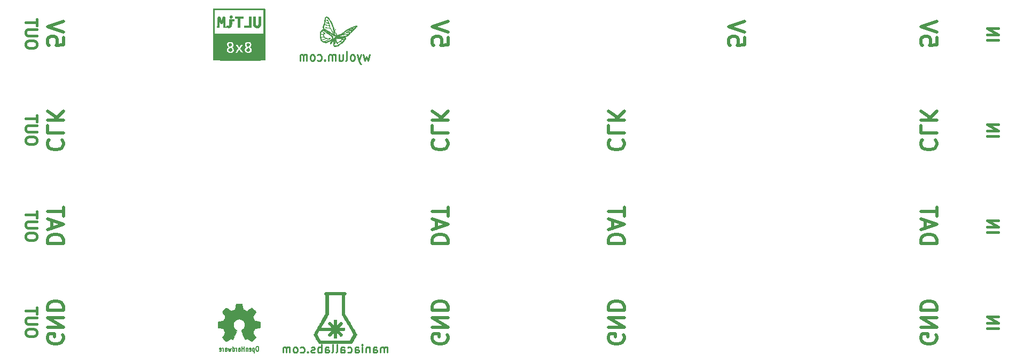
<source format=gbo>
%TF.GenerationSoftware,KiCad,Pcbnew,4.0.6-e0-6349~53~ubuntu16.04.1*%
%TF.CreationDate,2017-05-06T16:30:15+05:30*%
%TF.ProjectId,ultim_bus,756C74696D5F6275732E6B696361645F,rev?*%
%TF.FileFunction,Legend,Bot*%
%FSLAX46Y46*%
G04 Gerber Fmt 4.6, Leading zero omitted, Abs format (unit mm)*
G04 Created by KiCad (PCBNEW 4.0.6-e0-6349~53~ubuntu16.04.1) date Sat May  6 16:30:15 2017*
%MOMM*%
%LPD*%
G01*
G04 APERTURE LIST*
%ADD10C,0.101600*%
%ADD11C,0.381000*%
%ADD12C,0.508000*%
%ADD13C,0.254000*%
%ADD14C,0.010000*%
%ADD15C,0.002540*%
%ADD16C,0.127000*%
%ADD17C,0.900000*%
%ADD18C,6.496000*%
%ADD19R,6.496000X6.496000*%
%ADD20C,6.000000*%
%ADD21O,2.432000X2.127200*%
%ADD22C,2.178000*%
%ADD23R,2.178000X2.178000*%
%ADD24C,1.924000*%
%ADD25C,3.448000*%
G04 APERTURE END LIST*
D10*
D11*
X39073668Y-77977998D02*
X39073668Y-77639331D01*
X38989001Y-77469998D01*
X38819668Y-77300665D01*
X38481001Y-77215998D01*
X37888334Y-77215998D01*
X37549668Y-77300665D01*
X37380334Y-77469998D01*
X37295668Y-77639331D01*
X37295668Y-77977998D01*
X37380334Y-78147331D01*
X37549668Y-78316665D01*
X37888334Y-78401331D01*
X38481001Y-78401331D01*
X38819668Y-78316665D01*
X38989001Y-78147331D01*
X39073668Y-77977998D01*
X39073668Y-76453998D02*
X37634334Y-76453998D01*
X37465001Y-76369331D01*
X37380334Y-76284664D01*
X37295668Y-76115331D01*
X37295668Y-75776664D01*
X37380334Y-75607331D01*
X37465001Y-75522664D01*
X37634334Y-75437998D01*
X39073668Y-75437998D01*
X39073668Y-74845331D02*
X39073668Y-73829331D01*
X37295668Y-74337331D02*
X39073668Y-74337331D01*
X39073667Y-62738002D02*
X39073667Y-62399335D01*
X38989000Y-62230002D01*
X38819667Y-62060669D01*
X38481000Y-61976002D01*
X37888333Y-61976002D01*
X37549667Y-62060669D01*
X37380333Y-62230002D01*
X37295667Y-62399335D01*
X37295667Y-62738002D01*
X37380333Y-62907335D01*
X37549667Y-63076669D01*
X37888333Y-63161335D01*
X38481000Y-63161335D01*
X38819667Y-63076669D01*
X38989000Y-62907335D01*
X39073667Y-62738002D01*
X39073667Y-61214002D02*
X37634333Y-61214002D01*
X37465000Y-61129335D01*
X37380333Y-61044668D01*
X37295667Y-60875335D01*
X37295667Y-60536668D01*
X37380333Y-60367335D01*
X37465000Y-60282668D01*
X37634333Y-60198002D01*
X39073667Y-60198002D01*
X39073667Y-59605335D02*
X39073667Y-58589335D01*
X37295667Y-59097335D02*
X39073667Y-59097335D01*
X39073669Y-47498000D02*
X39073669Y-47159333D01*
X38989002Y-46990000D01*
X38819669Y-46820667D01*
X38481002Y-46736000D01*
X37888335Y-46736000D01*
X37549669Y-46820667D01*
X37380335Y-46990000D01*
X37295669Y-47159333D01*
X37295669Y-47498000D01*
X37380335Y-47667333D01*
X37549669Y-47836667D01*
X37888335Y-47921333D01*
X38481002Y-47921333D01*
X38819669Y-47836667D01*
X38989002Y-47667333D01*
X39073669Y-47498000D01*
X39073669Y-45974000D02*
X37634335Y-45974000D01*
X37465002Y-45889333D01*
X37380335Y-45804666D01*
X37295669Y-45635333D01*
X37295669Y-45296666D01*
X37380335Y-45127333D01*
X37465002Y-45042666D01*
X37634335Y-44958000D01*
X39073669Y-44958000D01*
X39073669Y-44365333D02*
X39073669Y-43349333D01*
X37295669Y-43857333D02*
X39073669Y-43857333D01*
X39073666Y-32257999D02*
X39073666Y-31919332D01*
X38988999Y-31749999D01*
X38819666Y-31580666D01*
X38480999Y-31495999D01*
X37888332Y-31495999D01*
X37549666Y-31580666D01*
X37380332Y-31749999D01*
X37295666Y-31919332D01*
X37295666Y-32257999D01*
X37380332Y-32427332D01*
X37549666Y-32596666D01*
X37888332Y-32681332D01*
X38480999Y-32681332D01*
X38819666Y-32596666D01*
X38988999Y-32427332D01*
X39073666Y-32257999D01*
X39073666Y-30733999D02*
X37634332Y-30733999D01*
X37464999Y-30649332D01*
X37380332Y-30564665D01*
X37295666Y-30395332D01*
X37295666Y-30056665D01*
X37380332Y-29887332D01*
X37464999Y-29802665D01*
X37634332Y-29717999D01*
X39073666Y-29717999D01*
X39073666Y-29125332D02*
X39073666Y-28109332D01*
X37295666Y-28617332D02*
X39073666Y-28617332D01*
X189695667Y-31411334D02*
X191473667Y-31411334D01*
X189695667Y-30564667D02*
X191473667Y-30564667D01*
X189695667Y-29548667D01*
X191473667Y-29548667D01*
X189695667Y-46651334D02*
X191473667Y-46651334D01*
X189695667Y-45804667D02*
X191473667Y-45804667D01*
X189695667Y-44788667D01*
X191473667Y-44788667D01*
X189695667Y-61891334D02*
X191473667Y-61891334D01*
X189695667Y-61044667D02*
X191473667Y-61044667D01*
X189695667Y-60028667D01*
X191473667Y-60028667D01*
X189695667Y-77131335D02*
X191473667Y-77131335D01*
X189695667Y-76284668D02*
X191473667Y-76284668D01*
X189695667Y-75268668D01*
X191473667Y-75268668D01*
D12*
X181609999Y-78135241D02*
X181730951Y-78377146D01*
X181730951Y-78740003D01*
X181609999Y-79102860D01*
X181368094Y-79344765D01*
X181126189Y-79465717D01*
X180642380Y-79586669D01*
X180279523Y-79586669D01*
X179795713Y-79465717D01*
X179553809Y-79344765D01*
X179311904Y-79102860D01*
X179190951Y-78740003D01*
X179190951Y-78498098D01*
X179311904Y-78135241D01*
X179432856Y-78014289D01*
X180279523Y-78014289D01*
X180279523Y-78498098D01*
X179190951Y-76925717D02*
X181730951Y-76925717D01*
X179190951Y-75474289D01*
X181730951Y-75474289D01*
X179190951Y-74264765D02*
X181730951Y-74264765D01*
X181730951Y-73660003D01*
X181609999Y-73297146D01*
X181368094Y-73055241D01*
X181126189Y-72934289D01*
X180642380Y-72813337D01*
X180279523Y-72813337D01*
X179795713Y-72934289D01*
X179553809Y-73055241D01*
X179311904Y-73297146D01*
X179190951Y-73660003D01*
X179190951Y-74264765D01*
X179190952Y-63681429D02*
X181730952Y-63681429D01*
X181730952Y-63076667D01*
X181610000Y-62713810D01*
X181368095Y-62471905D01*
X181126190Y-62350953D01*
X180642381Y-62230001D01*
X180279524Y-62230001D01*
X179795714Y-62350953D01*
X179553810Y-62471905D01*
X179311905Y-62713810D01*
X179190952Y-63076667D01*
X179190952Y-63681429D01*
X179916667Y-61262381D02*
X179916667Y-60052858D01*
X179190952Y-61504286D02*
X181730952Y-60657620D01*
X179190952Y-59810953D01*
X181730952Y-59327143D02*
X181730952Y-57875715D01*
X179190952Y-58601429D02*
X181730952Y-58601429D01*
X179432857Y-47231905D02*
X179311905Y-47352857D01*
X179190952Y-47715714D01*
X179190952Y-47957619D01*
X179311905Y-48320476D01*
X179553810Y-48562381D01*
X179795714Y-48683333D01*
X180279524Y-48804285D01*
X180642381Y-48804285D01*
X181126190Y-48683333D01*
X181368095Y-48562381D01*
X181610000Y-48320476D01*
X181730952Y-47957619D01*
X181730952Y-47715714D01*
X181610000Y-47352857D01*
X181489048Y-47231905D01*
X179190952Y-44933809D02*
X179190952Y-46143333D01*
X181730952Y-46143333D01*
X179190952Y-44087143D02*
X181730952Y-44087143D01*
X179190952Y-42635715D02*
X180642381Y-43724286D01*
X181730952Y-42635715D02*
X180279524Y-44087143D01*
X181730952Y-30963809D02*
X181730952Y-32173333D01*
X180521429Y-32294285D01*
X180642381Y-32173333D01*
X180763333Y-31931428D01*
X180763333Y-31326666D01*
X180642381Y-31084762D01*
X180521429Y-30963809D01*
X180279524Y-30842857D01*
X179674762Y-30842857D01*
X179432857Y-30963809D01*
X179311905Y-31084762D01*
X179190952Y-31326666D01*
X179190952Y-31931428D01*
X179311905Y-32173333D01*
X179432857Y-32294285D01*
X181730952Y-30117142D02*
X179190952Y-29270476D01*
X181730952Y-28423809D01*
X132080000Y-78135239D02*
X132200952Y-78377144D01*
X132200952Y-78740001D01*
X132080000Y-79102858D01*
X131838095Y-79344763D01*
X131596190Y-79465715D01*
X131112381Y-79586667D01*
X130749524Y-79586667D01*
X130265714Y-79465715D01*
X130023810Y-79344763D01*
X129781905Y-79102858D01*
X129660952Y-78740001D01*
X129660952Y-78498096D01*
X129781905Y-78135239D01*
X129902857Y-78014287D01*
X130749524Y-78014287D01*
X130749524Y-78498096D01*
X129660952Y-76925715D02*
X132200952Y-76925715D01*
X129660952Y-75474287D01*
X132200952Y-75474287D01*
X129660952Y-74264763D02*
X132200952Y-74264763D01*
X132200952Y-73660001D01*
X132080000Y-73297144D01*
X131838095Y-73055239D01*
X131596190Y-72934287D01*
X131112381Y-72813335D01*
X130749524Y-72813335D01*
X130265714Y-72934287D01*
X130023810Y-73055239D01*
X129781905Y-73297144D01*
X129660952Y-73660001D01*
X129660952Y-74264763D01*
X129660952Y-63681428D02*
X132200952Y-63681428D01*
X132200952Y-63076666D01*
X132080000Y-62713809D01*
X131838095Y-62471904D01*
X131596190Y-62350952D01*
X131112381Y-62230000D01*
X130749524Y-62230000D01*
X130265714Y-62350952D01*
X130023810Y-62471904D01*
X129781905Y-62713809D01*
X129660952Y-63076666D01*
X129660952Y-63681428D01*
X130386667Y-61262380D02*
X130386667Y-60052857D01*
X129660952Y-61504285D02*
X132200952Y-60657619D01*
X129660952Y-59810952D01*
X132200952Y-59327142D02*
X132200952Y-57875714D01*
X129660952Y-58601428D02*
X132200952Y-58601428D01*
X129902857Y-47231905D02*
X129781905Y-47352857D01*
X129660952Y-47715714D01*
X129660952Y-47957619D01*
X129781905Y-48320476D01*
X130023810Y-48562381D01*
X130265714Y-48683333D01*
X130749524Y-48804285D01*
X131112381Y-48804285D01*
X131596190Y-48683333D01*
X131838095Y-48562381D01*
X132080000Y-48320476D01*
X132200952Y-47957619D01*
X132200952Y-47715714D01*
X132080000Y-47352857D01*
X131959048Y-47231905D01*
X129660952Y-44933809D02*
X129660952Y-46143333D01*
X132200952Y-46143333D01*
X129660952Y-44087143D02*
X132200952Y-44087143D01*
X129660952Y-42635715D02*
X131112381Y-43724286D01*
X132200952Y-42635715D02*
X130749524Y-44087143D01*
X151250952Y-30963809D02*
X151250952Y-32173333D01*
X150041429Y-32294285D01*
X150162381Y-32173333D01*
X150283333Y-31931428D01*
X150283333Y-31326666D01*
X150162381Y-31084762D01*
X150041429Y-30963809D01*
X149799524Y-30842857D01*
X149194762Y-30842857D01*
X148952857Y-30963809D01*
X148831905Y-31084762D01*
X148710952Y-31326666D01*
X148710952Y-31931428D01*
X148831905Y-32173333D01*
X148952857Y-32294285D01*
X151250952Y-30117142D02*
X148710952Y-29270476D01*
X151250952Y-28423809D01*
X104139999Y-78135241D02*
X104260951Y-78377146D01*
X104260951Y-78740003D01*
X104139999Y-79102860D01*
X103898094Y-79344765D01*
X103656189Y-79465717D01*
X103172380Y-79586669D01*
X102809523Y-79586669D01*
X102325713Y-79465717D01*
X102083809Y-79344765D01*
X101841904Y-79102860D01*
X101720951Y-78740003D01*
X101720951Y-78498098D01*
X101841904Y-78135241D01*
X101962856Y-78014289D01*
X102809523Y-78014289D01*
X102809523Y-78498098D01*
X101720951Y-76925717D02*
X104260951Y-76925717D01*
X101720951Y-75474289D01*
X104260951Y-75474289D01*
X101720951Y-74264765D02*
X104260951Y-74264765D01*
X104260951Y-73660003D01*
X104139999Y-73297146D01*
X103898094Y-73055241D01*
X103656189Y-72934289D01*
X103172380Y-72813337D01*
X102809523Y-72813337D01*
X102325713Y-72934289D01*
X102083809Y-73055241D01*
X101841904Y-73297146D01*
X101720951Y-73660003D01*
X101720951Y-74264765D01*
X101720952Y-63681429D02*
X104260952Y-63681429D01*
X104260952Y-63076667D01*
X104140000Y-62713810D01*
X103898095Y-62471905D01*
X103656190Y-62350953D01*
X103172381Y-62230001D01*
X102809524Y-62230001D01*
X102325714Y-62350953D01*
X102083810Y-62471905D01*
X101841905Y-62713810D01*
X101720952Y-63076667D01*
X101720952Y-63681429D01*
X102446667Y-61262381D02*
X102446667Y-60052858D01*
X101720952Y-61504286D02*
X104260952Y-60657620D01*
X101720952Y-59810953D01*
X104260952Y-59327143D02*
X104260952Y-57875715D01*
X101720952Y-58601429D02*
X104260952Y-58601429D01*
X101962857Y-47231905D02*
X101841905Y-47352857D01*
X101720952Y-47715714D01*
X101720952Y-47957619D01*
X101841905Y-48320476D01*
X102083810Y-48562381D01*
X102325714Y-48683333D01*
X102809524Y-48804285D01*
X103172381Y-48804285D01*
X103656190Y-48683333D01*
X103898095Y-48562381D01*
X104140000Y-48320476D01*
X104260952Y-47957619D01*
X104260952Y-47715714D01*
X104140000Y-47352857D01*
X104019048Y-47231905D01*
X101720952Y-44933809D02*
X101720952Y-46143333D01*
X104260952Y-46143333D01*
X101720952Y-44087143D02*
X104260952Y-44087143D01*
X101720952Y-42635715D02*
X103172381Y-43724286D01*
X104260952Y-42635715D02*
X102809524Y-44087143D01*
X104260952Y-30963809D02*
X104260952Y-32173333D01*
X103051429Y-32294285D01*
X103172381Y-32173333D01*
X103293333Y-31931428D01*
X103293333Y-31326666D01*
X103172381Y-31084762D01*
X103051429Y-30963809D01*
X102809524Y-30842857D01*
X102204762Y-30842857D01*
X101962857Y-30963809D01*
X101841905Y-31084762D01*
X101720952Y-31326666D01*
X101720952Y-31931428D01*
X101841905Y-32173333D01*
X101962857Y-32294285D01*
X104260952Y-30117142D02*
X101720952Y-29270476D01*
X104260952Y-28423809D01*
X43180000Y-78135237D02*
X43300952Y-78377142D01*
X43300952Y-78739999D01*
X43180000Y-79102856D01*
X42938095Y-79344761D01*
X42696190Y-79465713D01*
X42212381Y-79586665D01*
X41849524Y-79586665D01*
X41365714Y-79465713D01*
X41123810Y-79344761D01*
X40881905Y-79102856D01*
X40760952Y-78739999D01*
X40760952Y-78498094D01*
X40881905Y-78135237D01*
X41002857Y-78014285D01*
X41849524Y-78014285D01*
X41849524Y-78498094D01*
X40760952Y-76925713D02*
X43300952Y-76925713D01*
X40760952Y-75474285D01*
X43300952Y-75474285D01*
X40760952Y-74264761D02*
X43300952Y-74264761D01*
X43300952Y-73659999D01*
X43180000Y-73297142D01*
X42938095Y-73055237D01*
X42696190Y-72934285D01*
X42212381Y-72813333D01*
X41849524Y-72813333D01*
X41365714Y-72934285D01*
X41123810Y-73055237D01*
X40881905Y-73297142D01*
X40760952Y-73659999D01*
X40760952Y-74264761D01*
X40760953Y-63681425D02*
X43300953Y-63681425D01*
X43300953Y-63076663D01*
X43180001Y-62713806D01*
X42938096Y-62471901D01*
X42696191Y-62350949D01*
X42212382Y-62229997D01*
X41849525Y-62229997D01*
X41365715Y-62350949D01*
X41123811Y-62471901D01*
X40881906Y-62713806D01*
X40760953Y-63076663D01*
X40760953Y-63681425D01*
X41486668Y-61262377D02*
X41486668Y-60052854D01*
X40760953Y-61504282D02*
X43300953Y-60657616D01*
X40760953Y-59810949D01*
X43300953Y-59327139D02*
X43300953Y-57875711D01*
X40760953Y-58601425D02*
X43300953Y-58601425D01*
X41002857Y-47231905D02*
X40881905Y-47352857D01*
X40760952Y-47715714D01*
X40760952Y-47957619D01*
X40881905Y-48320476D01*
X41123810Y-48562381D01*
X41365714Y-48683333D01*
X41849524Y-48804285D01*
X42212381Y-48804285D01*
X42696190Y-48683333D01*
X42938095Y-48562381D01*
X43180000Y-48320476D01*
X43300952Y-47957619D01*
X43300952Y-47715714D01*
X43180000Y-47352857D01*
X43059048Y-47231905D01*
X40760952Y-44933809D02*
X40760952Y-46143333D01*
X43300952Y-46143333D01*
X40760952Y-44087143D02*
X43300952Y-44087143D01*
X40760952Y-42635715D02*
X42212381Y-43724286D01*
X43300952Y-42635715D02*
X41849524Y-44087143D01*
X43300952Y-30963809D02*
X43300952Y-32173333D01*
X42091429Y-32294285D01*
X42212381Y-32173333D01*
X42333333Y-31931428D01*
X42333333Y-31326666D01*
X42212381Y-31084762D01*
X42091429Y-30963809D01*
X41849524Y-30842857D01*
X41244762Y-30842857D01*
X41002857Y-30963809D01*
X40881905Y-31084762D01*
X40760952Y-31326666D01*
X40760952Y-31931428D01*
X40881905Y-32173333D01*
X41002857Y-32294285D01*
X43300952Y-30117142D02*
X40760952Y-29270476D01*
X43300952Y-28423809D01*
D13*
X94645238Y-80965524D02*
X94645238Y-80118857D01*
X94645238Y-80239810D02*
X94584762Y-80179333D01*
X94463809Y-80118857D01*
X94282381Y-80118857D01*
X94161429Y-80179333D01*
X94100952Y-80300286D01*
X94100952Y-80965524D01*
X94100952Y-80300286D02*
X94040476Y-80179333D01*
X93919524Y-80118857D01*
X93738095Y-80118857D01*
X93617143Y-80179333D01*
X93556667Y-80300286D01*
X93556667Y-80965524D01*
X92407619Y-80965524D02*
X92407619Y-80300286D01*
X92468096Y-80179333D01*
X92589048Y-80118857D01*
X92830953Y-80118857D01*
X92951905Y-80179333D01*
X92407619Y-80905048D02*
X92528572Y-80965524D01*
X92830953Y-80965524D01*
X92951905Y-80905048D01*
X93012381Y-80784095D01*
X93012381Y-80663143D01*
X92951905Y-80542190D01*
X92830953Y-80481714D01*
X92528572Y-80481714D01*
X92407619Y-80421238D01*
X91802857Y-80118857D02*
X91802857Y-80965524D01*
X91802857Y-80239810D02*
X91742381Y-80179333D01*
X91621428Y-80118857D01*
X91440000Y-80118857D01*
X91319048Y-80179333D01*
X91258571Y-80300286D01*
X91258571Y-80965524D01*
X90653809Y-80965524D02*
X90653809Y-80118857D01*
X90653809Y-79695524D02*
X90714285Y-79756000D01*
X90653809Y-79816476D01*
X90593333Y-79756000D01*
X90653809Y-79695524D01*
X90653809Y-79816476D01*
X89504761Y-80965524D02*
X89504761Y-80300286D01*
X89565238Y-80179333D01*
X89686190Y-80118857D01*
X89928095Y-80118857D01*
X90049047Y-80179333D01*
X89504761Y-80905048D02*
X89625714Y-80965524D01*
X89928095Y-80965524D01*
X90049047Y-80905048D01*
X90109523Y-80784095D01*
X90109523Y-80663143D01*
X90049047Y-80542190D01*
X89928095Y-80481714D01*
X89625714Y-80481714D01*
X89504761Y-80421238D01*
X88355713Y-80905048D02*
X88476666Y-80965524D01*
X88718570Y-80965524D01*
X88839523Y-80905048D01*
X88899999Y-80844571D01*
X88960475Y-80723619D01*
X88960475Y-80360762D01*
X88899999Y-80239810D01*
X88839523Y-80179333D01*
X88718570Y-80118857D01*
X88476666Y-80118857D01*
X88355713Y-80179333D01*
X87267142Y-80965524D02*
X87267142Y-80300286D01*
X87327619Y-80179333D01*
X87448571Y-80118857D01*
X87690476Y-80118857D01*
X87811428Y-80179333D01*
X87267142Y-80905048D02*
X87388095Y-80965524D01*
X87690476Y-80965524D01*
X87811428Y-80905048D01*
X87871904Y-80784095D01*
X87871904Y-80663143D01*
X87811428Y-80542190D01*
X87690476Y-80481714D01*
X87388095Y-80481714D01*
X87267142Y-80421238D01*
X86480951Y-80965524D02*
X86601904Y-80905048D01*
X86662380Y-80784095D01*
X86662380Y-79695524D01*
X85815713Y-80965524D02*
X85936666Y-80905048D01*
X85997142Y-80784095D01*
X85997142Y-79695524D01*
X84787618Y-80965524D02*
X84787618Y-80300286D01*
X84848095Y-80179333D01*
X84969047Y-80118857D01*
X85210952Y-80118857D01*
X85331904Y-80179333D01*
X84787618Y-80905048D02*
X84908571Y-80965524D01*
X85210952Y-80965524D01*
X85331904Y-80905048D01*
X85392380Y-80784095D01*
X85392380Y-80663143D01*
X85331904Y-80542190D01*
X85210952Y-80481714D01*
X84908571Y-80481714D01*
X84787618Y-80421238D01*
X84182856Y-80965524D02*
X84182856Y-79695524D01*
X84182856Y-80179333D02*
X84061904Y-80118857D01*
X83819999Y-80118857D01*
X83699047Y-80179333D01*
X83638570Y-80239810D01*
X83578094Y-80360762D01*
X83578094Y-80723619D01*
X83638570Y-80844571D01*
X83699047Y-80905048D01*
X83819999Y-80965524D01*
X84061904Y-80965524D01*
X84182856Y-80905048D01*
X83094284Y-80905048D02*
X82973332Y-80965524D01*
X82731427Y-80965524D01*
X82610475Y-80905048D01*
X82549999Y-80784095D01*
X82549999Y-80723619D01*
X82610475Y-80602667D01*
X82731427Y-80542190D01*
X82912856Y-80542190D01*
X83033808Y-80481714D01*
X83094284Y-80360762D01*
X83094284Y-80300286D01*
X83033808Y-80179333D01*
X82912856Y-80118857D01*
X82731427Y-80118857D01*
X82610475Y-80179333D01*
X82005713Y-80844571D02*
X81945237Y-80905048D01*
X82005713Y-80965524D01*
X82066189Y-80905048D01*
X82005713Y-80844571D01*
X82005713Y-80965524D01*
X80856665Y-80905048D02*
X80977618Y-80965524D01*
X81219522Y-80965524D01*
X81340475Y-80905048D01*
X81400951Y-80844571D01*
X81461427Y-80723619D01*
X81461427Y-80360762D01*
X81400951Y-80239810D01*
X81340475Y-80179333D01*
X81219522Y-80118857D01*
X80977618Y-80118857D01*
X80856665Y-80179333D01*
X80130951Y-80965524D02*
X80251904Y-80905048D01*
X80312380Y-80844571D01*
X80372856Y-80723619D01*
X80372856Y-80360762D01*
X80312380Y-80239810D01*
X80251904Y-80179333D01*
X80130951Y-80118857D01*
X79949523Y-80118857D01*
X79828571Y-80179333D01*
X79768094Y-80239810D01*
X79707618Y-80360762D01*
X79707618Y-80723619D01*
X79768094Y-80844571D01*
X79828571Y-80905048D01*
X79949523Y-80965524D01*
X80130951Y-80965524D01*
X79163332Y-80965524D02*
X79163332Y-80118857D01*
X79163332Y-80239810D02*
X79102856Y-80179333D01*
X78981903Y-80118857D01*
X78800475Y-80118857D01*
X78679523Y-80179333D01*
X78619046Y-80300286D01*
X78619046Y-80965524D01*
X78619046Y-80300286D02*
X78558570Y-80179333D01*
X78437618Y-80118857D01*
X78256189Y-80118857D01*
X78135237Y-80179333D01*
X78074761Y-80300286D01*
X78074761Y-80965524D01*
X91796809Y-33709429D02*
X91554905Y-34725429D01*
X91313000Y-33999714D01*
X91071095Y-34725429D01*
X90829190Y-33709429D01*
X90466333Y-33709429D02*
X90163952Y-34725429D01*
X89861572Y-33709429D02*
X90163952Y-34725429D01*
X90284905Y-35088286D01*
X90345381Y-35160857D01*
X90466333Y-35233429D01*
X89196333Y-34725429D02*
X89317286Y-34652857D01*
X89377762Y-34580286D01*
X89438238Y-34435143D01*
X89438238Y-33999714D01*
X89377762Y-33854571D01*
X89317286Y-33782000D01*
X89196333Y-33709429D01*
X89014905Y-33709429D01*
X88893953Y-33782000D01*
X88833476Y-33854571D01*
X88773000Y-33999714D01*
X88773000Y-34435143D01*
X88833476Y-34580286D01*
X88893953Y-34652857D01*
X89014905Y-34725429D01*
X89196333Y-34725429D01*
X88047285Y-34725429D02*
X88168238Y-34652857D01*
X88228714Y-34507714D01*
X88228714Y-33201429D01*
X87019190Y-33709429D02*
X87019190Y-34725429D01*
X87563476Y-33709429D02*
X87563476Y-34507714D01*
X87503000Y-34652857D01*
X87382047Y-34725429D01*
X87200619Y-34725429D01*
X87079667Y-34652857D01*
X87019190Y-34580286D01*
X86414428Y-34725429D02*
X86414428Y-33709429D01*
X86414428Y-33854571D02*
X86353952Y-33782000D01*
X86232999Y-33709429D01*
X86051571Y-33709429D01*
X85930619Y-33782000D01*
X85870142Y-33927143D01*
X85870142Y-34725429D01*
X85870142Y-33927143D02*
X85809666Y-33782000D01*
X85688714Y-33709429D01*
X85507285Y-33709429D01*
X85386333Y-33782000D01*
X85325857Y-33927143D01*
X85325857Y-34725429D01*
X84721095Y-34580286D02*
X84660619Y-34652857D01*
X84721095Y-34725429D01*
X84781571Y-34652857D01*
X84721095Y-34580286D01*
X84721095Y-34725429D01*
X83572047Y-34652857D02*
X83693000Y-34725429D01*
X83934904Y-34725429D01*
X84055857Y-34652857D01*
X84116333Y-34580286D01*
X84176809Y-34435143D01*
X84176809Y-33999714D01*
X84116333Y-33854571D01*
X84055857Y-33782000D01*
X83934904Y-33709429D01*
X83693000Y-33709429D01*
X83572047Y-33782000D01*
X82846333Y-34725429D02*
X82967286Y-34652857D01*
X83027762Y-34580286D01*
X83088238Y-34435143D01*
X83088238Y-33999714D01*
X83027762Y-33854571D01*
X82967286Y-33782000D01*
X82846333Y-33709429D01*
X82664905Y-33709429D01*
X82543953Y-33782000D01*
X82483476Y-33854571D01*
X82423000Y-33999714D01*
X82423000Y-34435143D01*
X82483476Y-34580286D01*
X82543953Y-34652857D01*
X82664905Y-34725429D01*
X82846333Y-34725429D01*
X81878714Y-34725429D02*
X81878714Y-33709429D01*
X81878714Y-33854571D02*
X81818238Y-33782000D01*
X81697285Y-33709429D01*
X81515857Y-33709429D01*
X81394905Y-33782000D01*
X81334428Y-33927143D01*
X81334428Y-34725429D01*
X81334428Y-33927143D02*
X81273952Y-33782000D01*
X81153000Y-33709429D01*
X80971571Y-33709429D01*
X80850619Y-33782000D01*
X80790143Y-33927143D01*
X80790143Y-34725429D01*
D14*
G36*
X87840038Y-30956685D02*
X87737462Y-30970389D01*
X87679692Y-30976512D01*
X87590035Y-30982992D01*
X87475672Y-30989451D01*
X87343787Y-30995515D01*
X87201562Y-31000808D01*
X87096349Y-31003942D01*
X86592005Y-31017308D01*
X86480887Y-31128117D01*
X86413751Y-31194279D01*
X86332618Y-31273091D01*
X86252001Y-31350481D01*
X86228999Y-31372348D01*
X86088228Y-31505769D01*
X86074818Y-31824136D01*
X86070015Y-31942552D01*
X86067598Y-32029902D01*
X86068291Y-32094160D01*
X86072820Y-32143303D01*
X86081911Y-32185305D01*
X86096287Y-32228140D01*
X86116118Y-32278405D01*
X86139888Y-32337051D01*
X86160661Y-32377043D01*
X86185790Y-32401028D01*
X86222626Y-32411650D01*
X86278521Y-32411555D01*
X86360828Y-32403389D01*
X86438154Y-32394280D01*
X86522012Y-32382378D01*
X86605320Y-32367271D01*
X86653077Y-32356455D01*
X86726741Y-32337272D01*
X86799697Y-32318319D01*
X86814898Y-32314378D01*
X86874660Y-32287217D01*
X86950953Y-32234533D01*
X87019650Y-32176647D01*
X87024934Y-32172158D01*
X86821757Y-32172158D01*
X86820989Y-32174755D01*
X86793376Y-32187385D01*
X86736785Y-32204064D01*
X86660835Y-32222728D01*
X86575145Y-32241316D01*
X86489334Y-32257764D01*
X86413020Y-32270009D01*
X86355822Y-32275989D01*
X86347717Y-32276250D01*
X86287819Y-32275229D01*
X86254166Y-32265988D01*
X86233977Y-32242242D01*
X86221182Y-32214039D01*
X86196540Y-32134062D01*
X86196544Y-32062445D01*
X86223379Y-31989445D01*
X86279227Y-31905317D01*
X86294825Y-31885351D01*
X86349420Y-31820067D01*
X86390399Y-31780885D01*
X86425822Y-31761391D01*
X86457975Y-31755483D01*
X86520430Y-31758455D01*
X86564362Y-31774046D01*
X86582259Y-31798167D01*
X86574503Y-31818891D01*
X86560988Y-31853700D01*
X86582203Y-31877766D01*
X86634336Y-31886769D01*
X86634446Y-31886769D01*
X86665105Y-31890276D01*
X86689991Y-31905595D01*
X86715696Y-31939926D01*
X86748817Y-32000470D01*
X86761547Y-32025541D01*
X86792969Y-32091569D01*
X86814233Y-32143440D01*
X86821757Y-32172158D01*
X87024934Y-32172158D01*
X87100538Y-32107937D01*
X87196605Y-32033049D01*
X87289625Y-31966077D01*
X87307214Y-31954240D01*
X87411029Y-31878363D01*
X87521895Y-31782846D01*
X87596292Y-31710267D01*
X87400176Y-31710267D01*
X87386420Y-31729715D01*
X87383150Y-31733356D01*
X87353942Y-31759443D01*
X87300759Y-31801466D01*
X87231762Y-31853130D01*
X87171343Y-31896693D01*
X87092294Y-31954431D01*
X87019534Y-32010613D01*
X86962585Y-32057723D01*
X86936539Y-32081993D01*
X86896493Y-32118818D01*
X86864986Y-32139282D01*
X86858769Y-32140769D01*
X86840193Y-32124480D01*
X86811386Y-32081590D01*
X86778303Y-32021063D01*
X86775468Y-32015360D01*
X86743854Y-31948217D01*
X86729337Y-31906539D01*
X86729969Y-31881668D01*
X86741967Y-31866429D01*
X86766244Y-31833346D01*
X86766871Y-31830712D01*
X86709366Y-31830712D01*
X86694562Y-31846550D01*
X86691606Y-31848444D01*
X86652165Y-31865830D01*
X86628007Y-31854031D01*
X86624604Y-31849042D01*
X86625454Y-31825783D01*
X86651579Y-31813314D01*
X86687657Y-31817704D01*
X86709366Y-31830712D01*
X86766871Y-31830712D01*
X86770308Y-31816274D01*
X86787214Y-31792403D01*
X86831056Y-31761742D01*
X86891521Y-31729308D01*
X86958297Y-31700121D01*
X87021069Y-31679198D01*
X87067712Y-31671547D01*
X87120464Y-31666492D01*
X87157809Y-31654743D01*
X87157974Y-31654639D01*
X87191838Y-31649867D01*
X87251573Y-31656728D01*
X87300322Y-31667287D01*
X87363342Y-31684012D01*
X87394555Y-31696686D01*
X87400176Y-31710267D01*
X87596292Y-31710267D01*
X87643876Y-31663846D01*
X87781035Y-31517518D01*
X87848961Y-31441536D01*
X87930759Y-31336028D01*
X87956577Y-31287858D01*
X87797796Y-31287858D01*
X87795990Y-31301723D01*
X87792624Y-31308173D01*
X87766994Y-31342760D01*
X87721924Y-31393300D01*
X87664068Y-31453363D01*
X87600078Y-31516519D01*
X87536609Y-31576337D01*
X87480314Y-31626388D01*
X87437847Y-31660240D01*
X87416635Y-31671550D01*
X87379132Y-31665909D01*
X87323553Y-31652215D01*
X87306072Y-31647127D01*
X87247993Y-31624473D01*
X87228644Y-31613231D01*
X87141538Y-31613231D01*
X87124818Y-31627918D01*
X87092692Y-31632769D01*
X87055974Y-31626081D01*
X87043846Y-31613231D01*
X87060567Y-31598543D01*
X87092692Y-31593692D01*
X87129411Y-31600381D01*
X87141538Y-31613231D01*
X87228644Y-31613231D01*
X87202699Y-31598158D01*
X87195172Y-31591650D01*
X87181965Y-31573755D01*
X87183325Y-31553833D01*
X87203266Y-31524794D01*
X87245805Y-31479554D01*
X87275436Y-31449996D01*
X87349886Y-31382756D01*
X87406071Y-31346954D01*
X87436159Y-31339692D01*
X87481282Y-31332694D01*
X87504403Y-31320705D01*
X87532078Y-31309730D01*
X87587375Y-31298458D01*
X87658921Y-31289150D01*
X87667299Y-31288342D01*
X87723895Y-31283635D01*
X87471366Y-31283635D01*
X87456562Y-31299473D01*
X87453606Y-31301367D01*
X87412820Y-31318000D01*
X87383049Y-31315003D01*
X87376000Y-31301769D01*
X87391870Y-31274176D01*
X87429016Y-31265868D01*
X87449657Y-31270628D01*
X87471366Y-31283635D01*
X87723895Y-31283635D01*
X87740380Y-31282264D01*
X87781570Y-31281737D01*
X87797796Y-31287858D01*
X87956577Y-31287858D01*
X87989284Y-31226838D01*
X88010108Y-31174321D01*
X88037293Y-31091124D01*
X87895945Y-31091124D01*
X87895508Y-31114291D01*
X87880251Y-31158275D01*
X87871488Y-31177385D01*
X87851309Y-31215679D01*
X87830299Y-31238780D01*
X87798028Y-31251757D01*
X87744068Y-31259677D01*
X87692107Y-31264542D01*
X87594778Y-31269200D01*
X87528681Y-31262372D01*
X87501138Y-31252452D01*
X87437603Y-31237079D01*
X87390184Y-31240636D01*
X87345609Y-31255799D01*
X87328744Y-31283335D01*
X87327154Y-31305594D01*
X87313277Y-31346941D01*
X87277523Y-31401031D01*
X87228706Y-31458326D01*
X87175642Y-31509287D01*
X87127144Y-31544376D01*
X87097027Y-31554616D01*
X87047598Y-31563877D01*
X87008096Y-31586312D01*
X86990886Y-31613896D01*
X86992168Y-31622666D01*
X86981834Y-31645464D01*
X86943653Y-31676097D01*
X86886795Y-31709878D01*
X86820430Y-31742124D01*
X86753729Y-31768150D01*
X86695861Y-31783270D01*
X86673871Y-31785278D01*
X86620182Y-31780005D01*
X86582118Y-31766997D01*
X86579808Y-31765301D01*
X86559100Y-31730112D01*
X86555385Y-31706702D01*
X86555242Y-31706390D01*
X86488678Y-31706390D01*
X86486166Y-31712273D01*
X86457317Y-31729114D01*
X86422132Y-31723942D01*
X86410112Y-31712971D01*
X86414788Y-31693877D01*
X86441245Y-31680305D01*
X86472239Y-31679748D01*
X86479313Y-31682902D01*
X86488678Y-31706390D01*
X86555242Y-31706390D01*
X86538563Y-31670183D01*
X86516308Y-31657969D01*
X86489855Y-31637333D01*
X86479205Y-31608388D01*
X86458622Y-31608388D01*
X86442246Y-31642312D01*
X86413731Y-31655834D01*
X86378442Y-31673231D01*
X86363399Y-31718048D01*
X86363239Y-31719412D01*
X86347275Y-31766511D01*
X86313275Y-31825985D01*
X86285085Y-31864301D01*
X86213462Y-31951855D01*
X86207659Y-31808794D01*
X86206073Y-31735176D01*
X86207334Y-31675439D01*
X86211162Y-31641642D01*
X86211592Y-31640365D01*
X86238202Y-31611396D01*
X86288097Y-31581107D01*
X86346345Y-31556325D01*
X86398012Y-31543879D01*
X86419727Y-31545199D01*
X86451404Y-31570679D01*
X86458622Y-31608388D01*
X86479205Y-31608388D01*
X86477175Y-31602871D01*
X86480297Y-31570130D01*
X86501255Y-31554657D01*
X86502804Y-31554616D01*
X86537973Y-31543801D01*
X86565567Y-31527422D01*
X86590473Y-31502325D01*
X86588663Y-31496000D01*
X86526077Y-31496000D01*
X86498519Y-31512414D01*
X86476078Y-31515539D01*
X86444960Y-31507134D01*
X86438154Y-31496000D01*
X86454909Y-31481437D01*
X86488153Y-31476462D01*
X86521396Y-31482664D01*
X86526077Y-31496000D01*
X86588663Y-31496000D01*
X86583302Y-31477267D01*
X86576678Y-31468807D01*
X86531421Y-31441663D01*
X86472723Y-31440666D01*
X86415095Y-31464659D01*
X86393259Y-31483429D01*
X86350141Y-31521063D01*
X86298435Y-31554895D01*
X86249478Y-31578827D01*
X86214604Y-31586760D01*
X86206779Y-31583753D01*
X86215855Y-31566778D01*
X86249242Y-31528220D01*
X86302410Y-31472864D01*
X86370828Y-31405493D01*
X86418121Y-31360537D01*
X86642283Y-31150141D01*
X87023796Y-31137415D01*
X87163132Y-31131938D01*
X87308802Y-31124783D01*
X87448741Y-31116638D01*
X87570887Y-31108192D01*
X87644688Y-31101968D01*
X87737360Y-31094171D01*
X87815344Y-31089493D01*
X87870731Y-31088276D01*
X87895614Y-31090860D01*
X87895945Y-31091124D01*
X88037293Y-31091124D01*
X88038796Y-31086526D01*
X88049192Y-31022722D01*
X88037905Y-30980372D01*
X88001544Y-30956940D01*
X87936719Y-30949889D01*
X87840038Y-30956685D01*
X87840038Y-30956685D01*
G37*
X87840038Y-30956685D02*
X87737462Y-30970389D01*
X87679692Y-30976512D01*
X87590035Y-30982992D01*
X87475672Y-30989451D01*
X87343787Y-30995515D01*
X87201562Y-31000808D01*
X87096349Y-31003942D01*
X86592005Y-31017308D01*
X86480887Y-31128117D01*
X86413751Y-31194279D01*
X86332618Y-31273091D01*
X86252001Y-31350481D01*
X86228999Y-31372348D01*
X86088228Y-31505769D01*
X86074818Y-31824136D01*
X86070015Y-31942552D01*
X86067598Y-32029902D01*
X86068291Y-32094160D01*
X86072820Y-32143303D01*
X86081911Y-32185305D01*
X86096287Y-32228140D01*
X86116118Y-32278405D01*
X86139888Y-32337051D01*
X86160661Y-32377043D01*
X86185790Y-32401028D01*
X86222626Y-32411650D01*
X86278521Y-32411555D01*
X86360828Y-32403389D01*
X86438154Y-32394280D01*
X86522012Y-32382378D01*
X86605320Y-32367271D01*
X86653077Y-32356455D01*
X86726741Y-32337272D01*
X86799697Y-32318319D01*
X86814898Y-32314378D01*
X86874660Y-32287217D01*
X86950953Y-32234533D01*
X87019650Y-32176647D01*
X87024934Y-32172158D01*
X86821757Y-32172158D01*
X86820989Y-32174755D01*
X86793376Y-32187385D01*
X86736785Y-32204064D01*
X86660835Y-32222728D01*
X86575145Y-32241316D01*
X86489334Y-32257764D01*
X86413020Y-32270009D01*
X86355822Y-32275989D01*
X86347717Y-32276250D01*
X86287819Y-32275229D01*
X86254166Y-32265988D01*
X86233977Y-32242242D01*
X86221182Y-32214039D01*
X86196540Y-32134062D01*
X86196544Y-32062445D01*
X86223379Y-31989445D01*
X86279227Y-31905317D01*
X86294825Y-31885351D01*
X86349420Y-31820067D01*
X86390399Y-31780885D01*
X86425822Y-31761391D01*
X86457975Y-31755483D01*
X86520430Y-31758455D01*
X86564362Y-31774046D01*
X86582259Y-31798167D01*
X86574503Y-31818891D01*
X86560988Y-31853700D01*
X86582203Y-31877766D01*
X86634336Y-31886769D01*
X86634446Y-31886769D01*
X86665105Y-31890276D01*
X86689991Y-31905595D01*
X86715696Y-31939926D01*
X86748817Y-32000470D01*
X86761547Y-32025541D01*
X86792969Y-32091569D01*
X86814233Y-32143440D01*
X86821757Y-32172158D01*
X87024934Y-32172158D01*
X87100538Y-32107937D01*
X87196605Y-32033049D01*
X87289625Y-31966077D01*
X87307214Y-31954240D01*
X87411029Y-31878363D01*
X87521895Y-31782846D01*
X87596292Y-31710267D01*
X87400176Y-31710267D01*
X87386420Y-31729715D01*
X87383150Y-31733356D01*
X87353942Y-31759443D01*
X87300759Y-31801466D01*
X87231762Y-31853130D01*
X87171343Y-31896693D01*
X87092294Y-31954431D01*
X87019534Y-32010613D01*
X86962585Y-32057723D01*
X86936539Y-32081993D01*
X86896493Y-32118818D01*
X86864986Y-32139282D01*
X86858769Y-32140769D01*
X86840193Y-32124480D01*
X86811386Y-32081590D01*
X86778303Y-32021063D01*
X86775468Y-32015360D01*
X86743854Y-31948217D01*
X86729337Y-31906539D01*
X86729969Y-31881668D01*
X86741967Y-31866429D01*
X86766244Y-31833346D01*
X86766871Y-31830712D01*
X86709366Y-31830712D01*
X86694562Y-31846550D01*
X86691606Y-31848444D01*
X86652165Y-31865830D01*
X86628007Y-31854031D01*
X86624604Y-31849042D01*
X86625454Y-31825783D01*
X86651579Y-31813314D01*
X86687657Y-31817704D01*
X86709366Y-31830712D01*
X86766871Y-31830712D01*
X86770308Y-31816274D01*
X86787214Y-31792403D01*
X86831056Y-31761742D01*
X86891521Y-31729308D01*
X86958297Y-31700121D01*
X87021069Y-31679198D01*
X87067712Y-31671547D01*
X87120464Y-31666492D01*
X87157809Y-31654743D01*
X87157974Y-31654639D01*
X87191838Y-31649867D01*
X87251573Y-31656728D01*
X87300322Y-31667287D01*
X87363342Y-31684012D01*
X87394555Y-31696686D01*
X87400176Y-31710267D01*
X87596292Y-31710267D01*
X87643876Y-31663846D01*
X87781035Y-31517518D01*
X87848961Y-31441536D01*
X87930759Y-31336028D01*
X87956577Y-31287858D01*
X87797796Y-31287858D01*
X87795990Y-31301723D01*
X87792624Y-31308173D01*
X87766994Y-31342760D01*
X87721924Y-31393300D01*
X87664068Y-31453363D01*
X87600078Y-31516519D01*
X87536609Y-31576337D01*
X87480314Y-31626388D01*
X87437847Y-31660240D01*
X87416635Y-31671550D01*
X87379132Y-31665909D01*
X87323553Y-31652215D01*
X87306072Y-31647127D01*
X87247993Y-31624473D01*
X87228644Y-31613231D01*
X87141538Y-31613231D01*
X87124818Y-31627918D01*
X87092692Y-31632769D01*
X87055974Y-31626081D01*
X87043846Y-31613231D01*
X87060567Y-31598543D01*
X87092692Y-31593692D01*
X87129411Y-31600381D01*
X87141538Y-31613231D01*
X87228644Y-31613231D01*
X87202699Y-31598158D01*
X87195172Y-31591650D01*
X87181965Y-31573755D01*
X87183325Y-31553833D01*
X87203266Y-31524794D01*
X87245805Y-31479554D01*
X87275436Y-31449996D01*
X87349886Y-31382756D01*
X87406071Y-31346954D01*
X87436159Y-31339692D01*
X87481282Y-31332694D01*
X87504403Y-31320705D01*
X87532078Y-31309730D01*
X87587375Y-31298458D01*
X87658921Y-31289150D01*
X87667299Y-31288342D01*
X87723895Y-31283635D01*
X87471366Y-31283635D01*
X87456562Y-31299473D01*
X87453606Y-31301367D01*
X87412820Y-31318000D01*
X87383049Y-31315003D01*
X87376000Y-31301769D01*
X87391870Y-31274176D01*
X87429016Y-31265868D01*
X87449657Y-31270628D01*
X87471366Y-31283635D01*
X87723895Y-31283635D01*
X87740380Y-31282264D01*
X87781570Y-31281737D01*
X87797796Y-31287858D01*
X87956577Y-31287858D01*
X87989284Y-31226838D01*
X88010108Y-31174321D01*
X88037293Y-31091124D01*
X87895945Y-31091124D01*
X87895508Y-31114291D01*
X87880251Y-31158275D01*
X87871488Y-31177385D01*
X87851309Y-31215679D01*
X87830299Y-31238780D01*
X87798028Y-31251757D01*
X87744068Y-31259677D01*
X87692107Y-31264542D01*
X87594778Y-31269200D01*
X87528681Y-31262372D01*
X87501138Y-31252452D01*
X87437603Y-31237079D01*
X87390184Y-31240636D01*
X87345609Y-31255799D01*
X87328744Y-31283335D01*
X87327154Y-31305594D01*
X87313277Y-31346941D01*
X87277523Y-31401031D01*
X87228706Y-31458326D01*
X87175642Y-31509287D01*
X87127144Y-31544376D01*
X87097027Y-31554616D01*
X87047598Y-31563877D01*
X87008096Y-31586312D01*
X86990886Y-31613896D01*
X86992168Y-31622666D01*
X86981834Y-31645464D01*
X86943653Y-31676097D01*
X86886795Y-31709878D01*
X86820430Y-31742124D01*
X86753729Y-31768150D01*
X86695861Y-31783270D01*
X86673871Y-31785278D01*
X86620182Y-31780005D01*
X86582118Y-31766997D01*
X86579808Y-31765301D01*
X86559100Y-31730112D01*
X86555385Y-31706702D01*
X86555242Y-31706390D01*
X86488678Y-31706390D01*
X86486166Y-31712273D01*
X86457317Y-31729114D01*
X86422132Y-31723942D01*
X86410112Y-31712971D01*
X86414788Y-31693877D01*
X86441245Y-31680305D01*
X86472239Y-31679748D01*
X86479313Y-31682902D01*
X86488678Y-31706390D01*
X86555242Y-31706390D01*
X86538563Y-31670183D01*
X86516308Y-31657969D01*
X86489855Y-31637333D01*
X86479205Y-31608388D01*
X86458622Y-31608388D01*
X86442246Y-31642312D01*
X86413731Y-31655834D01*
X86378442Y-31673231D01*
X86363399Y-31718048D01*
X86363239Y-31719412D01*
X86347275Y-31766511D01*
X86313275Y-31825985D01*
X86285085Y-31864301D01*
X86213462Y-31951855D01*
X86207659Y-31808794D01*
X86206073Y-31735176D01*
X86207334Y-31675439D01*
X86211162Y-31641642D01*
X86211592Y-31640365D01*
X86238202Y-31611396D01*
X86288097Y-31581107D01*
X86346345Y-31556325D01*
X86398012Y-31543879D01*
X86419727Y-31545199D01*
X86451404Y-31570679D01*
X86458622Y-31608388D01*
X86479205Y-31608388D01*
X86477175Y-31602871D01*
X86480297Y-31570130D01*
X86501255Y-31554657D01*
X86502804Y-31554616D01*
X86537973Y-31543801D01*
X86565567Y-31527422D01*
X86590473Y-31502325D01*
X86588663Y-31496000D01*
X86526077Y-31496000D01*
X86498519Y-31512414D01*
X86476078Y-31515539D01*
X86444960Y-31507134D01*
X86438154Y-31496000D01*
X86454909Y-31481437D01*
X86488153Y-31476462D01*
X86521396Y-31482664D01*
X86526077Y-31496000D01*
X86588663Y-31496000D01*
X86583302Y-31477267D01*
X86576678Y-31468807D01*
X86531421Y-31441663D01*
X86472723Y-31440666D01*
X86415095Y-31464659D01*
X86393259Y-31483429D01*
X86350141Y-31521063D01*
X86298435Y-31554895D01*
X86249478Y-31578827D01*
X86214604Y-31586760D01*
X86206779Y-31583753D01*
X86215855Y-31566778D01*
X86249242Y-31528220D01*
X86302410Y-31472864D01*
X86370828Y-31405493D01*
X86418121Y-31360537D01*
X86642283Y-31150141D01*
X87023796Y-31137415D01*
X87163132Y-31131938D01*
X87308802Y-31124783D01*
X87448741Y-31116638D01*
X87570887Y-31108192D01*
X87644688Y-31101968D01*
X87737360Y-31094171D01*
X87815344Y-31089493D01*
X87870731Y-31088276D01*
X87895614Y-31090860D01*
X87895945Y-31091124D01*
X88037293Y-31091124D01*
X88038796Y-31086526D01*
X88049192Y-31022722D01*
X88037905Y-30980372D01*
X88001544Y-30956940D01*
X87936719Y-30949889D01*
X87840038Y-30956685D01*
G36*
X84915517Y-27687996D02*
X84853157Y-27706680D01*
X84811909Y-27730256D01*
X84777846Y-27769491D01*
X84747142Y-27818164D01*
X84720862Y-27864547D01*
X84702772Y-27906273D01*
X84690816Y-27952955D01*
X84682935Y-28014208D01*
X84677073Y-28099647D01*
X84673980Y-28160087D01*
X84665175Y-28295967D01*
X84651607Y-28417653D01*
X84631206Y-28535041D01*
X84601905Y-28658025D01*
X84561634Y-28796500D01*
X84508326Y-28960361D01*
X84504027Y-28973117D01*
X84453130Y-29135117D01*
X84420452Y-29268101D01*
X84405421Y-29377317D01*
X84407461Y-29468010D01*
X84425999Y-29545425D01*
X84438211Y-29574496D01*
X84463020Y-29617203D01*
X84498019Y-29657350D01*
X84548637Y-29699058D01*
X84620309Y-29746449D01*
X84718464Y-29803646D01*
X84797689Y-29847301D01*
X84906576Y-29907817D01*
X85012820Y-29969966D01*
X85122152Y-30037453D01*
X85240304Y-30113982D01*
X85373008Y-30203258D01*
X85525994Y-30308987D01*
X85686966Y-30422123D01*
X85814722Y-30511383D01*
X85916913Y-30580093D01*
X85998968Y-30631498D01*
X86066320Y-30668844D01*
X86124400Y-30695374D01*
X86173516Y-30712773D01*
X86239505Y-30732310D01*
X86288721Y-30745285D01*
X86311444Y-30749158D01*
X86311895Y-30748937D01*
X86310460Y-30728958D01*
X86303731Y-30676474D01*
X86292568Y-30597568D01*
X86288055Y-30567170D01*
X86163031Y-30567170D01*
X86157717Y-30571170D01*
X86140189Y-30548385D01*
X86124012Y-30521051D01*
X86092620Y-30463963D01*
X86048676Y-30382114D01*
X85994841Y-30280498D01*
X85933778Y-30164108D01*
X85869839Y-30041204D01*
X85804954Y-29914933D01*
X85745889Y-29798005D01*
X85695126Y-29695495D01*
X85655148Y-29612477D01*
X85628438Y-29554025D01*
X85617538Y-29525525D01*
X85604863Y-29500058D01*
X85554670Y-29500058D01*
X85548899Y-29519471D01*
X85528600Y-29519597D01*
X85494334Y-29500858D01*
X85485023Y-29486557D01*
X85490794Y-29467145D01*
X85511092Y-29467019D01*
X85545359Y-29485758D01*
X85554670Y-29500058D01*
X85604863Y-29500058D01*
X85594673Y-29479584D01*
X85568692Y-29456320D01*
X85537174Y-29436135D01*
X85516245Y-29411430D01*
X85500997Y-29372145D01*
X85486520Y-29308214D01*
X85480068Y-29274670D01*
X85468292Y-29199941D01*
X85467635Y-29153315D01*
X85478082Y-29125438D01*
X85479831Y-29123208D01*
X85490849Y-29096104D01*
X85483957Y-29084551D01*
X85439419Y-29084551D01*
X85431103Y-29091330D01*
X85408653Y-29092148D01*
X85369667Y-29085246D01*
X85354604Y-29074581D01*
X85351970Y-29051818D01*
X85373626Y-29045782D01*
X85407569Y-29058704D01*
X85414391Y-29063466D01*
X85439419Y-29084551D01*
X85483957Y-29084551D01*
X85472415Y-29065206D01*
X85464131Y-29056593D01*
X85446342Y-29027303D01*
X84965816Y-29027303D01*
X84945564Y-29033993D01*
X84936085Y-29034154D01*
X84902396Y-29022487D01*
X84894615Y-29004846D01*
X84903894Y-28978827D01*
X84911762Y-28975539D01*
X84937225Y-28988906D01*
X84953231Y-29004846D01*
X84965816Y-29027303D01*
X85446342Y-29027303D01*
X85439545Y-29016112D01*
X85418909Y-28954761D01*
X85404517Y-28885290D01*
X85398664Y-28820447D01*
X85403643Y-28772983D01*
X85410747Y-28759917D01*
X85416278Y-28736222D01*
X85414730Y-28734226D01*
X85356585Y-28734226D01*
X85336333Y-28740916D01*
X85326854Y-28741077D01*
X85293165Y-28729410D01*
X85285385Y-28711769D01*
X85294663Y-28685750D01*
X85302531Y-28682462D01*
X85327994Y-28695829D01*
X85344000Y-28711769D01*
X85356585Y-28734226D01*
X85414730Y-28734226D01*
X85390253Y-28702679D01*
X85378451Y-28692031D01*
X85345131Y-28650107D01*
X85306667Y-28582567D01*
X85268370Y-28501450D01*
X85235550Y-28418793D01*
X85213520Y-28346633D01*
X85207231Y-28303981D01*
X85189468Y-28249597D01*
X85124823Y-28249597D01*
X85119053Y-28269009D01*
X85098754Y-28269135D01*
X85064488Y-28250396D01*
X85055177Y-28236096D01*
X85060948Y-28216683D01*
X85081246Y-28216557D01*
X85115512Y-28235296D01*
X85124823Y-28249597D01*
X85189468Y-28249597D01*
X85189053Y-28248328D01*
X85138961Y-28205016D01*
X85074365Y-28182081D01*
X85026881Y-28178415D01*
X85003408Y-28194672D01*
X85000192Y-28201636D01*
X85001929Y-28245145D01*
X85039951Y-28283574D01*
X85109281Y-28313462D01*
X85146366Y-28326985D01*
X85173169Y-28346647D01*
X85196086Y-28380960D01*
X85221510Y-28438433D01*
X85241170Y-28488993D01*
X85299799Y-28642575D01*
X85234970Y-28654737D01*
X85182626Y-28656533D01*
X85177528Y-28655125D01*
X85047779Y-28655125D01*
X85035534Y-28662466D01*
X85017186Y-28662923D01*
X84978464Y-28655393D01*
X84963834Y-28644735D01*
X84961905Y-28621404D01*
X84983384Y-28612516D01*
X85014336Y-28621001D01*
X85027677Y-28631304D01*
X85047779Y-28655125D01*
X85177528Y-28655125D01*
X85122629Y-28639963D01*
X85061802Y-28612042D01*
X84997824Y-28582165D01*
X84958159Y-28571221D01*
X84934132Y-28577194D01*
X84929362Y-28581284D01*
X84917322Y-28613993D01*
X84934315Y-28648523D01*
X84971214Y-28678273D01*
X85018894Y-28696641D01*
X85068228Y-28697027D01*
X85082829Y-28692294D01*
X85138945Y-28680756D01*
X85194053Y-28688143D01*
X85231279Y-28711858D01*
X85233649Y-28715511D01*
X85262028Y-28742294D01*
X85309587Y-28769387D01*
X85316688Y-28772478D01*
X85362276Y-28797439D01*
X85380680Y-28829895D01*
X85383344Y-28863455D01*
X85386859Y-28921544D01*
X85394297Y-28966467D01*
X85396636Y-28988642D01*
X85385628Y-29003569D01*
X85355402Y-29012624D01*
X85300089Y-29017182D01*
X85213816Y-29018622D01*
X85171765Y-29018637D01*
X85079612Y-29014701D01*
X85020646Y-29002716D01*
X84995919Y-28988706D01*
X84945482Y-28956142D01*
X84894716Y-28942982D01*
X84855619Y-28950947D01*
X84842693Y-28966740D01*
X84845406Y-29005195D01*
X84875625Y-29039269D01*
X84921798Y-29063445D01*
X84972370Y-29072210D01*
X85015788Y-29060047D01*
X85023984Y-29053277D01*
X85054306Y-29044723D01*
X85110029Y-29044998D01*
X85178933Y-29052364D01*
X85248798Y-29065083D01*
X85307403Y-29081418D01*
X85341152Y-29098384D01*
X85382738Y-29126644D01*
X85404990Y-29137069D01*
X85429392Y-29165495D01*
X85451480Y-29232522D01*
X85461118Y-29277786D01*
X85473295Y-29347673D01*
X85476369Y-29389833D01*
X85469531Y-29414725D01*
X85451975Y-29432808D01*
X85448974Y-29435120D01*
X85411930Y-29454062D01*
X85390756Y-29455366D01*
X85362674Y-29450590D01*
X85305655Y-29444133D01*
X85229742Y-29437071D01*
X85189855Y-29433808D01*
X85084661Y-29422508D01*
X85072108Y-29419824D01*
X84929922Y-29419824D01*
X84913643Y-29424153D01*
X84895211Y-29421915D01*
X84856134Y-29407540D01*
X84840787Y-29390731D01*
X84845356Y-29370163D01*
X84870205Y-29368394D01*
X84902042Y-29384225D01*
X84915711Y-29397492D01*
X84929922Y-29419824D01*
X85072108Y-29419824D01*
X85012696Y-29407121D01*
X84968212Y-29386383D01*
X84965711Y-29384488D01*
X84912611Y-29352737D01*
X84868832Y-29336139D01*
X84822111Y-29336235D01*
X84800391Y-29359297D01*
X84807050Y-29395744D01*
X84836121Y-29428950D01*
X84873729Y-29451432D01*
X84920044Y-29458515D01*
X84981033Y-29454012D01*
X85057115Y-29449990D01*
X85147838Y-29452846D01*
X85243056Y-29461328D01*
X85332621Y-29474182D01*
X85406386Y-29490154D01*
X85454205Y-29507992D01*
X85461849Y-29513406D01*
X85507514Y-29542455D01*
X85548905Y-29558530D01*
X85566992Y-29566950D01*
X85587260Y-29585222D01*
X85612036Y-29617123D01*
X85643650Y-29666431D01*
X85684429Y-29736924D01*
X85736703Y-29832379D01*
X85802800Y-29956574D01*
X85852281Y-30050690D01*
X85917332Y-30175659D01*
X85975485Y-30289054D01*
X86024502Y-30386376D01*
X86062149Y-30463127D01*
X86086189Y-30514811D01*
X86094386Y-30536929D01*
X86094243Y-30537347D01*
X86075797Y-30530382D01*
X86032568Y-30504842D01*
X85971466Y-30465011D01*
X85915082Y-30426244D01*
X85727028Y-30295600D01*
X85542024Y-30169673D01*
X85365058Y-30051722D01*
X85201117Y-29945007D01*
X85055188Y-29852788D01*
X84932261Y-29778324D01*
X84863855Y-29739219D01*
X84774972Y-29687940D01*
X84693631Y-29636963D01*
X84628921Y-29592240D01*
X84590317Y-29560126D01*
X84553706Y-29508326D01*
X84534274Y-29444152D01*
X84532310Y-29363092D01*
X84548105Y-29260635D01*
X84581948Y-29132268D01*
X84626618Y-28995077D01*
X84680953Y-28831099D01*
X84721709Y-28689751D01*
X84751607Y-28558150D01*
X84773370Y-28423410D01*
X84789718Y-28272648D01*
X84796409Y-28191224D01*
X84805267Y-28083702D01*
X84813864Y-28007187D01*
X84823932Y-27953659D01*
X84837205Y-27915099D01*
X84855414Y-27883487D01*
X84866040Y-27868918D01*
X84910870Y-27824763D01*
X84960612Y-27805689D01*
X85016881Y-27813005D01*
X85081294Y-27848021D01*
X85155464Y-27912046D01*
X85241007Y-28006389D01*
X85339538Y-28132359D01*
X85452672Y-28291265D01*
X85532202Y-28408923D01*
X85581570Y-28492199D01*
X85638598Y-28605585D01*
X85704304Y-28751274D01*
X85779708Y-28931458D01*
X85809286Y-29004846D01*
X85988867Y-29454231D01*
X86067298Y-29962231D01*
X86088899Y-30101637D01*
X86109085Y-30230961D01*
X86126932Y-30344357D01*
X86141515Y-30435978D01*
X86151911Y-30499980D01*
X86156869Y-30528846D01*
X86163031Y-30567170D01*
X86288055Y-30567170D01*
X86277832Y-30498326D01*
X86260386Y-30384830D01*
X86260019Y-30382478D01*
X86242536Y-30267713D01*
X86227893Y-30166064D01*
X86216941Y-30083892D01*
X86210525Y-30027562D01*
X86209495Y-30003438D01*
X86209497Y-30003431D01*
X86221639Y-30009292D01*
X86248490Y-30042406D01*
X86285748Y-30095887D01*
X86329112Y-30162845D01*
X86374279Y-30236394D01*
X86416950Y-30309645D01*
X86452823Y-30375711D01*
X86477595Y-30427705D01*
X86482714Y-30440923D01*
X86504197Y-30511977D01*
X86520220Y-30582021D01*
X86523058Y-30599673D01*
X86526789Y-30646446D01*
X86516462Y-30666264D01*
X86485675Y-30670494D01*
X86483153Y-30670500D01*
X86434856Y-30682142D01*
X86408042Y-30720268D01*
X86399387Y-30789678D01*
X86399376Y-30791417D01*
X86395678Y-30826333D01*
X86381274Y-30859202D01*
X86350684Y-30897549D01*
X86298428Y-30948898D01*
X86257423Y-30986350D01*
X86129918Y-31103718D01*
X86024186Y-31207345D01*
X85930990Y-31307260D01*
X85841090Y-31413494D01*
X85745245Y-31536079D01*
X85718670Y-31571258D01*
X85649287Y-31664349D01*
X85600438Y-31732764D01*
X85568735Y-31782726D01*
X85550792Y-31820459D01*
X85543222Y-31852186D01*
X85542639Y-31884131D01*
X85543243Y-31893642D01*
X85550269Y-31946106D01*
X85565966Y-31970900D01*
X85597597Y-31979408D01*
X85598000Y-31979447D01*
X85650720Y-31974934D01*
X85682219Y-31963162D01*
X85705675Y-31939470D01*
X85744801Y-31889547D01*
X85794511Y-31820271D01*
X85849722Y-31738519D01*
X85860469Y-31722058D01*
X85926922Y-31622580D01*
X85982945Y-31547267D01*
X86037255Y-31486222D01*
X86098571Y-31429548D01*
X86167020Y-31374046D01*
X86274417Y-31285486D01*
X86375062Y-31193932D01*
X86463357Y-31105158D01*
X86533702Y-31024941D01*
X86580499Y-30959055D01*
X86592655Y-30934959D01*
X86611456Y-30894682D01*
X86627287Y-30886067D01*
X86649677Y-30903655D01*
X86664499Y-30914482D01*
X86687534Y-30922059D01*
X86724224Y-30926616D01*
X86780012Y-30928388D01*
X86860343Y-30927606D01*
X86970657Y-30924501D01*
X87062785Y-30921285D01*
X87211464Y-30915144D01*
X87375331Y-30907159D01*
X87539425Y-30898135D01*
X87688788Y-30888877D01*
X87768167Y-30883318D01*
X87916776Y-30870912D01*
X88035070Y-30855866D01*
X88131258Y-30834270D01*
X88213549Y-30802215D01*
X88290153Y-30755793D01*
X88369277Y-30691096D01*
X88459131Y-30604214D01*
X88548308Y-30511857D01*
X88616740Y-30440793D01*
X88707761Y-30347429D01*
X88816220Y-30236988D01*
X88936966Y-30114691D01*
X89064846Y-29985760D01*
X89194710Y-29855416D01*
X89282741Y-29767423D01*
X89426156Y-29623626D01*
X89543210Y-29504589D01*
X89635877Y-29408163D01*
X89706133Y-29332198D01*
X89755950Y-29274545D01*
X89775717Y-29248386D01*
X89612804Y-29248386D01*
X89134287Y-29733334D01*
X89011531Y-29857943D01*
X88888214Y-29983493D01*
X88769405Y-30104799D01*
X88660169Y-30216675D01*
X88565573Y-30313936D01*
X88490685Y-30391397D01*
X88460385Y-30422998D01*
X88360707Y-30525364D01*
X88277419Y-30603133D01*
X88202151Y-30660158D01*
X88126530Y-30700294D01*
X88042187Y-30727393D01*
X87940749Y-30745308D01*
X87813846Y-30757894D01*
X87717923Y-30764762D01*
X87595379Y-30772224D01*
X87468884Y-30778658D01*
X87344194Y-30783912D01*
X87227070Y-30787835D01*
X87123268Y-30790273D01*
X87038547Y-30791076D01*
X86978665Y-30790089D01*
X86949381Y-30787163D01*
X86947782Y-30785113D01*
X86977745Y-30767561D01*
X87037043Y-30740335D01*
X87118015Y-30706347D01*
X87213001Y-30668511D01*
X87314341Y-30629739D01*
X87414376Y-30592944D01*
X87505445Y-30561037D01*
X87579888Y-30536933D01*
X87630045Y-30523543D01*
X87639769Y-30521991D01*
X87716889Y-30516768D01*
X87814363Y-30513916D01*
X87921412Y-30513330D01*
X88027253Y-30514905D01*
X88121106Y-30518533D01*
X88192189Y-30524109D01*
X88216154Y-30527659D01*
X88277444Y-30530570D01*
X88322971Y-30516198D01*
X88345255Y-30489413D01*
X88342941Y-30480000D01*
X88294308Y-30480000D01*
X88277587Y-30494688D01*
X88245462Y-30499539D01*
X88208743Y-30492850D01*
X88196615Y-30480000D01*
X88203098Y-30474305D01*
X87700205Y-30474305D01*
X87697550Y-30481350D01*
X87673338Y-30497177D01*
X87643953Y-30496947D01*
X87630000Y-30481153D01*
X87645445Y-30453912D01*
X87677347Y-30446447D01*
X87688934Y-30450889D01*
X87700205Y-30474305D01*
X88203098Y-30474305D01*
X88213336Y-30465313D01*
X88245462Y-30460462D01*
X88282180Y-30467150D01*
X88294308Y-30480000D01*
X88342941Y-30480000D01*
X88336814Y-30455086D01*
X88333733Y-30451113D01*
X88302468Y-30429209D01*
X88254499Y-30428351D01*
X88236779Y-30431352D01*
X88176780Y-30439939D01*
X88099857Y-30446845D01*
X88014801Y-30451818D01*
X87930407Y-30454607D01*
X87855468Y-30454963D01*
X87798778Y-30452634D01*
X87769130Y-30447368D01*
X87766769Y-30444762D01*
X87782266Y-30425746D01*
X87823362Y-30392839D01*
X87881966Y-30351241D01*
X87949986Y-30306152D01*
X88019331Y-30262771D01*
X88081910Y-30226299D01*
X88129631Y-30201935D01*
X88154403Y-30194878D01*
X88155122Y-30195199D01*
X88183853Y-30196447D01*
X88233883Y-30185689D01*
X88258818Y-30177789D01*
X88345736Y-30153778D01*
X88407732Y-30150188D01*
X88440762Y-30167249D01*
X88440846Y-30167385D01*
X88468465Y-30181492D01*
X88517434Y-30186620D01*
X88570882Y-30181930D01*
X88595556Y-30175064D01*
X88621111Y-30150388D01*
X88623622Y-30125321D01*
X88567846Y-30125321D01*
X88551810Y-30148935D01*
X88517710Y-30161308D01*
X88502881Y-30160383D01*
X88488493Y-30142436D01*
X88247735Y-30142436D01*
X88245547Y-30147708D01*
X88220813Y-30163314D01*
X88186189Y-30166569D01*
X88160828Y-30157192D01*
X88157538Y-30148999D01*
X88171789Y-30122680D01*
X88178013Y-30117960D01*
X88208951Y-30112155D01*
X88237679Y-30122731D01*
X88247735Y-30142436D01*
X88488493Y-30142436D01*
X88487625Y-30141354D01*
X88487453Y-30137589D01*
X88502502Y-30120437D01*
X88533367Y-30112000D01*
X88560862Y-30115205D01*
X88567846Y-30125321D01*
X88623622Y-30125321D01*
X88624523Y-30116333D01*
X88606440Y-30090442D01*
X88592269Y-30086192D01*
X88525332Y-30086171D01*
X88468865Y-30096345D01*
X88441823Y-30110096D01*
X88409041Y-30123988D01*
X88362193Y-30127721D01*
X88320653Y-30121170D01*
X88305442Y-30110977D01*
X88314562Y-30091727D01*
X88348851Y-30057816D01*
X88400269Y-30015179D01*
X88460775Y-29969750D01*
X88522330Y-29927464D01*
X88576892Y-29894254D01*
X88616422Y-29876055D01*
X88626109Y-29874308D01*
X88675759Y-29863946D01*
X88703788Y-29850752D01*
X88738055Y-29838179D01*
X88770777Y-29854100D01*
X88780895Y-29862842D01*
X88825755Y-29883930D01*
X88882513Y-29887251D01*
X88935658Y-29874499D01*
X88969682Y-29847366D01*
X88972259Y-29841950D01*
X88971967Y-29835231D01*
X88919538Y-29835231D01*
X88902818Y-29849918D01*
X88870692Y-29854769D01*
X88833974Y-29848081D01*
X88821846Y-29835231D01*
X88838567Y-29820543D01*
X88870692Y-29815692D01*
X88907411Y-29822381D01*
X88919538Y-29835231D01*
X88971967Y-29835231D01*
X88970987Y-29812705D01*
X88665538Y-29812705D01*
X88649502Y-29836320D01*
X88615403Y-29848693D01*
X88600573Y-29847768D01*
X88585318Y-29828739D01*
X88585145Y-29824973D01*
X88600194Y-29807822D01*
X88631059Y-29799385D01*
X88658554Y-29802589D01*
X88665538Y-29812705D01*
X88970987Y-29812705D01*
X88970762Y-29807546D01*
X88938461Y-29787678D01*
X88881221Y-29783374D01*
X88804905Y-29795662D01*
X88768115Y-29806165D01*
X88732589Y-29810017D01*
X88724154Y-29798678D01*
X88741017Y-29777582D01*
X88785119Y-29748407D01*
X88846726Y-29715731D01*
X88916107Y-29684132D01*
X88983530Y-29658186D01*
X89039261Y-29642471D01*
X89061855Y-29639846D01*
X89119121Y-29631768D01*
X89164182Y-29612653D01*
X89189089Y-29587556D01*
X89187279Y-29581231D01*
X89134462Y-29581231D01*
X89117741Y-29595918D01*
X89085615Y-29600769D01*
X89048897Y-29594081D01*
X89036769Y-29581231D01*
X89053490Y-29566543D01*
X89085615Y-29561692D01*
X89122334Y-29568381D01*
X89134462Y-29581231D01*
X89187279Y-29581231D01*
X89181918Y-29562498D01*
X89175293Y-29554037D01*
X89136047Y-29530136D01*
X89083528Y-29524773D01*
X89030945Y-29535489D01*
X88991504Y-29559826D01*
X88978154Y-29590731D01*
X88961803Y-29613655D01*
X88919215Y-29646421D01*
X88860092Y-29683525D01*
X88794133Y-29719458D01*
X88731037Y-29748713D01*
X88680504Y-29765785D01*
X88665963Y-29767970D01*
X88592930Y-29772670D01*
X88549754Y-29779012D01*
X88527224Y-29789440D01*
X88516127Y-29806399D01*
X88515540Y-29807895D01*
X88517389Y-29842323D01*
X88528305Y-29854483D01*
X88528089Y-29872773D01*
X88501034Y-29904814D01*
X88454446Y-29945359D01*
X88395634Y-29989160D01*
X88331907Y-30030971D01*
X88270573Y-30065544D01*
X88218939Y-30087632D01*
X88196615Y-30092628D01*
X88137968Y-30108832D01*
X88109700Y-30141205D01*
X88082068Y-30175536D01*
X88028490Y-30221508D01*
X87957960Y-30273267D01*
X87879472Y-30324957D01*
X87802021Y-30370723D01*
X87734600Y-30404708D01*
X87686203Y-30421057D01*
X87678846Y-30421707D01*
X87612960Y-30430947D01*
X87576378Y-30459896D01*
X87568947Y-30476562D01*
X87548415Y-30494589D01*
X87499627Y-30522634D01*
X87430664Y-30556349D01*
X87375518Y-30580655D01*
X87242564Y-30636473D01*
X87142576Y-30677570D01*
X87072771Y-30705002D01*
X87030365Y-30719827D01*
X87012574Y-30723102D01*
X87014538Y-30717776D01*
X87042982Y-30695256D01*
X87100108Y-30654288D01*
X87181767Y-30597615D01*
X87225006Y-30568108D01*
X86978851Y-30568108D01*
X86961068Y-30592617D01*
X86908083Y-30634074D01*
X86852015Y-30671882D01*
X86780742Y-30720632D01*
X86721209Y-30765868D01*
X86681865Y-30800947D01*
X86671886Y-30813517D01*
X86650116Y-30846768D01*
X86641993Y-30844788D01*
X86650381Y-30809908D01*
X86654287Y-30799203D01*
X86663869Y-30748246D01*
X86654070Y-30727178D01*
X86647193Y-30698509D01*
X86675520Y-30665297D01*
X86735823Y-30630064D01*
X86821119Y-30596577D01*
X86908864Y-30570058D01*
X86961446Y-30560578D01*
X86978851Y-30568108D01*
X87225006Y-30568108D01*
X87283809Y-30527981D01*
X87402084Y-30448129D01*
X87532443Y-30360803D01*
X87670737Y-30268745D01*
X87812815Y-30174699D01*
X87954528Y-30081409D01*
X88091726Y-29991618D01*
X88220261Y-29908069D01*
X88335981Y-29833506D01*
X88434739Y-29770672D01*
X88512383Y-29722310D01*
X88564765Y-29691164D01*
X88578970Y-29683505D01*
X88678771Y-29634917D01*
X88795654Y-29580210D01*
X88922773Y-29522370D01*
X89053283Y-29464381D01*
X89180337Y-29409226D01*
X89297091Y-29359891D01*
X89396697Y-29319358D01*
X89472311Y-29290613D01*
X89505518Y-29279615D01*
X89612804Y-29248386D01*
X89775717Y-29248386D01*
X89787304Y-29233053D01*
X89802168Y-29205574D01*
X89803610Y-29200281D01*
X89804537Y-29149450D01*
X89779443Y-29121980D01*
X89723118Y-29112733D01*
X89714703Y-29112607D01*
X89646664Y-29117668D01*
X89564336Y-29134357D01*
X89464180Y-29163911D01*
X89342661Y-29207570D01*
X89196241Y-29266572D01*
X89021383Y-29342156D01*
X88886840Y-29402563D01*
X88750883Y-29464472D01*
X88637990Y-29516707D01*
X88542024Y-29562780D01*
X88456851Y-29606202D01*
X88376332Y-29650487D01*
X88294332Y-29699147D01*
X88204715Y-29755692D01*
X88101343Y-29823637D01*
X87978081Y-29906492D01*
X87828792Y-30007770D01*
X87825385Y-30010085D01*
X87688098Y-30103445D01*
X87555775Y-30193588D01*
X87433262Y-30277200D01*
X87325402Y-30350971D01*
X87237041Y-30411586D01*
X87173024Y-30455735D01*
X87146746Y-30474044D01*
X87091286Y-30510484D01*
X87052180Y-30531204D01*
X87036044Y-30532870D01*
X87036490Y-30529603D01*
X87042661Y-30511095D01*
X87037926Y-30502455D01*
X87014609Y-30503144D01*
X86965030Y-30512623D01*
X86922693Y-30521622D01*
X86830881Y-30546244D01*
X86742358Y-30578706D01*
X86666826Y-30614629D01*
X86613990Y-30649635D01*
X86597145Y-30668501D01*
X86579841Y-30693166D01*
X86574012Y-30694923D01*
X86570916Y-30671229D01*
X86565540Y-30622772D01*
X86562866Y-30597231D01*
X86543326Y-30485785D01*
X86505847Y-30376131D01*
X86446495Y-30258954D01*
X86367006Y-30133269D01*
X86317172Y-30057176D01*
X86276869Y-29990707D01*
X86250631Y-29941665D01*
X86242769Y-29919359D01*
X86254796Y-29877074D01*
X86284301Y-29822507D01*
X86321417Y-29771296D01*
X86356281Y-29739077D01*
X86356634Y-29738876D01*
X86377500Y-29717655D01*
X86367507Y-29698393D01*
X86341887Y-29695925D01*
X86306688Y-29720541D01*
X86268501Y-29763748D01*
X86233914Y-29817054D01*
X86209518Y-29871968D01*
X86201746Y-29912017D01*
X86198254Y-29919094D01*
X86189925Y-29892257D01*
X86177838Y-29836218D01*
X86163072Y-29755690D01*
X86155105Y-29708231D01*
X86134195Y-29581838D01*
X86117277Y-29486093D01*
X86102301Y-29413039D01*
X86087219Y-29354717D01*
X86069982Y-29303169D01*
X86048541Y-29250436D01*
X86021931Y-29190936D01*
X85994095Y-29126796D01*
X85956672Y-29036281D01*
X85913796Y-28929603D01*
X85869602Y-28816976D01*
X85851491Y-28769960D01*
X85811562Y-28667350D01*
X85776710Y-28583868D01*
X85742365Y-28511302D01*
X85703960Y-28441437D01*
X85656923Y-28366061D01*
X85596686Y-28276960D01*
X85518680Y-28165921D01*
X85503648Y-28144729D01*
X85421923Y-28030444D01*
X85357672Y-27943277D01*
X85306356Y-27878061D01*
X85263435Y-27829630D01*
X85224367Y-27792817D01*
X85184614Y-27762453D01*
X85145260Y-27736842D01*
X85022355Y-27660685D01*
X84915517Y-27687996D01*
X84915517Y-27687996D01*
G37*
X84915517Y-27687996D02*
X84853157Y-27706680D01*
X84811909Y-27730256D01*
X84777846Y-27769491D01*
X84747142Y-27818164D01*
X84720862Y-27864547D01*
X84702772Y-27906273D01*
X84690816Y-27952955D01*
X84682935Y-28014208D01*
X84677073Y-28099647D01*
X84673980Y-28160087D01*
X84665175Y-28295967D01*
X84651607Y-28417653D01*
X84631206Y-28535041D01*
X84601905Y-28658025D01*
X84561634Y-28796500D01*
X84508326Y-28960361D01*
X84504027Y-28973117D01*
X84453130Y-29135117D01*
X84420452Y-29268101D01*
X84405421Y-29377317D01*
X84407461Y-29468010D01*
X84425999Y-29545425D01*
X84438211Y-29574496D01*
X84463020Y-29617203D01*
X84498019Y-29657350D01*
X84548637Y-29699058D01*
X84620309Y-29746449D01*
X84718464Y-29803646D01*
X84797689Y-29847301D01*
X84906576Y-29907817D01*
X85012820Y-29969966D01*
X85122152Y-30037453D01*
X85240304Y-30113982D01*
X85373008Y-30203258D01*
X85525994Y-30308987D01*
X85686966Y-30422123D01*
X85814722Y-30511383D01*
X85916913Y-30580093D01*
X85998968Y-30631498D01*
X86066320Y-30668844D01*
X86124400Y-30695374D01*
X86173516Y-30712773D01*
X86239505Y-30732310D01*
X86288721Y-30745285D01*
X86311444Y-30749158D01*
X86311895Y-30748937D01*
X86310460Y-30728958D01*
X86303731Y-30676474D01*
X86292568Y-30597568D01*
X86288055Y-30567170D01*
X86163031Y-30567170D01*
X86157717Y-30571170D01*
X86140189Y-30548385D01*
X86124012Y-30521051D01*
X86092620Y-30463963D01*
X86048676Y-30382114D01*
X85994841Y-30280498D01*
X85933778Y-30164108D01*
X85869839Y-30041204D01*
X85804954Y-29914933D01*
X85745889Y-29798005D01*
X85695126Y-29695495D01*
X85655148Y-29612477D01*
X85628438Y-29554025D01*
X85617538Y-29525525D01*
X85604863Y-29500058D01*
X85554670Y-29500058D01*
X85548899Y-29519471D01*
X85528600Y-29519597D01*
X85494334Y-29500858D01*
X85485023Y-29486557D01*
X85490794Y-29467145D01*
X85511092Y-29467019D01*
X85545359Y-29485758D01*
X85554670Y-29500058D01*
X85604863Y-29500058D01*
X85594673Y-29479584D01*
X85568692Y-29456320D01*
X85537174Y-29436135D01*
X85516245Y-29411430D01*
X85500997Y-29372145D01*
X85486520Y-29308214D01*
X85480068Y-29274670D01*
X85468292Y-29199941D01*
X85467635Y-29153315D01*
X85478082Y-29125438D01*
X85479831Y-29123208D01*
X85490849Y-29096104D01*
X85483957Y-29084551D01*
X85439419Y-29084551D01*
X85431103Y-29091330D01*
X85408653Y-29092148D01*
X85369667Y-29085246D01*
X85354604Y-29074581D01*
X85351970Y-29051818D01*
X85373626Y-29045782D01*
X85407569Y-29058704D01*
X85414391Y-29063466D01*
X85439419Y-29084551D01*
X85483957Y-29084551D01*
X85472415Y-29065206D01*
X85464131Y-29056593D01*
X85446342Y-29027303D01*
X84965816Y-29027303D01*
X84945564Y-29033993D01*
X84936085Y-29034154D01*
X84902396Y-29022487D01*
X84894615Y-29004846D01*
X84903894Y-28978827D01*
X84911762Y-28975539D01*
X84937225Y-28988906D01*
X84953231Y-29004846D01*
X84965816Y-29027303D01*
X85446342Y-29027303D01*
X85439545Y-29016112D01*
X85418909Y-28954761D01*
X85404517Y-28885290D01*
X85398664Y-28820447D01*
X85403643Y-28772983D01*
X85410747Y-28759917D01*
X85416278Y-28736222D01*
X85414730Y-28734226D01*
X85356585Y-28734226D01*
X85336333Y-28740916D01*
X85326854Y-28741077D01*
X85293165Y-28729410D01*
X85285385Y-28711769D01*
X85294663Y-28685750D01*
X85302531Y-28682462D01*
X85327994Y-28695829D01*
X85344000Y-28711769D01*
X85356585Y-28734226D01*
X85414730Y-28734226D01*
X85390253Y-28702679D01*
X85378451Y-28692031D01*
X85345131Y-28650107D01*
X85306667Y-28582567D01*
X85268370Y-28501450D01*
X85235550Y-28418793D01*
X85213520Y-28346633D01*
X85207231Y-28303981D01*
X85189468Y-28249597D01*
X85124823Y-28249597D01*
X85119053Y-28269009D01*
X85098754Y-28269135D01*
X85064488Y-28250396D01*
X85055177Y-28236096D01*
X85060948Y-28216683D01*
X85081246Y-28216557D01*
X85115512Y-28235296D01*
X85124823Y-28249597D01*
X85189468Y-28249597D01*
X85189053Y-28248328D01*
X85138961Y-28205016D01*
X85074365Y-28182081D01*
X85026881Y-28178415D01*
X85003408Y-28194672D01*
X85000192Y-28201636D01*
X85001929Y-28245145D01*
X85039951Y-28283574D01*
X85109281Y-28313462D01*
X85146366Y-28326985D01*
X85173169Y-28346647D01*
X85196086Y-28380960D01*
X85221510Y-28438433D01*
X85241170Y-28488993D01*
X85299799Y-28642575D01*
X85234970Y-28654737D01*
X85182626Y-28656533D01*
X85177528Y-28655125D01*
X85047779Y-28655125D01*
X85035534Y-28662466D01*
X85017186Y-28662923D01*
X84978464Y-28655393D01*
X84963834Y-28644735D01*
X84961905Y-28621404D01*
X84983384Y-28612516D01*
X85014336Y-28621001D01*
X85027677Y-28631304D01*
X85047779Y-28655125D01*
X85177528Y-28655125D01*
X85122629Y-28639963D01*
X85061802Y-28612042D01*
X84997824Y-28582165D01*
X84958159Y-28571221D01*
X84934132Y-28577194D01*
X84929362Y-28581284D01*
X84917322Y-28613993D01*
X84934315Y-28648523D01*
X84971214Y-28678273D01*
X85018894Y-28696641D01*
X85068228Y-28697027D01*
X85082829Y-28692294D01*
X85138945Y-28680756D01*
X85194053Y-28688143D01*
X85231279Y-28711858D01*
X85233649Y-28715511D01*
X85262028Y-28742294D01*
X85309587Y-28769387D01*
X85316688Y-28772478D01*
X85362276Y-28797439D01*
X85380680Y-28829895D01*
X85383344Y-28863455D01*
X85386859Y-28921544D01*
X85394297Y-28966467D01*
X85396636Y-28988642D01*
X85385628Y-29003569D01*
X85355402Y-29012624D01*
X85300089Y-29017182D01*
X85213816Y-29018622D01*
X85171765Y-29018637D01*
X85079612Y-29014701D01*
X85020646Y-29002716D01*
X84995919Y-28988706D01*
X84945482Y-28956142D01*
X84894716Y-28942982D01*
X84855619Y-28950947D01*
X84842693Y-28966740D01*
X84845406Y-29005195D01*
X84875625Y-29039269D01*
X84921798Y-29063445D01*
X84972370Y-29072210D01*
X85015788Y-29060047D01*
X85023984Y-29053277D01*
X85054306Y-29044723D01*
X85110029Y-29044998D01*
X85178933Y-29052364D01*
X85248798Y-29065083D01*
X85307403Y-29081418D01*
X85341152Y-29098384D01*
X85382738Y-29126644D01*
X85404990Y-29137069D01*
X85429392Y-29165495D01*
X85451480Y-29232522D01*
X85461118Y-29277786D01*
X85473295Y-29347673D01*
X85476369Y-29389833D01*
X85469531Y-29414725D01*
X85451975Y-29432808D01*
X85448974Y-29435120D01*
X85411930Y-29454062D01*
X85390756Y-29455366D01*
X85362674Y-29450590D01*
X85305655Y-29444133D01*
X85229742Y-29437071D01*
X85189855Y-29433808D01*
X85084661Y-29422508D01*
X85072108Y-29419824D01*
X84929922Y-29419824D01*
X84913643Y-29424153D01*
X84895211Y-29421915D01*
X84856134Y-29407540D01*
X84840787Y-29390731D01*
X84845356Y-29370163D01*
X84870205Y-29368394D01*
X84902042Y-29384225D01*
X84915711Y-29397492D01*
X84929922Y-29419824D01*
X85072108Y-29419824D01*
X85012696Y-29407121D01*
X84968212Y-29386383D01*
X84965711Y-29384488D01*
X84912611Y-29352737D01*
X84868832Y-29336139D01*
X84822111Y-29336235D01*
X84800391Y-29359297D01*
X84807050Y-29395744D01*
X84836121Y-29428950D01*
X84873729Y-29451432D01*
X84920044Y-29458515D01*
X84981033Y-29454012D01*
X85057115Y-29449990D01*
X85147838Y-29452846D01*
X85243056Y-29461328D01*
X85332621Y-29474182D01*
X85406386Y-29490154D01*
X85454205Y-29507992D01*
X85461849Y-29513406D01*
X85507514Y-29542455D01*
X85548905Y-29558530D01*
X85566992Y-29566950D01*
X85587260Y-29585222D01*
X85612036Y-29617123D01*
X85643650Y-29666431D01*
X85684429Y-29736924D01*
X85736703Y-29832379D01*
X85802800Y-29956574D01*
X85852281Y-30050690D01*
X85917332Y-30175659D01*
X85975485Y-30289054D01*
X86024502Y-30386376D01*
X86062149Y-30463127D01*
X86086189Y-30514811D01*
X86094386Y-30536929D01*
X86094243Y-30537347D01*
X86075797Y-30530382D01*
X86032568Y-30504842D01*
X85971466Y-30465011D01*
X85915082Y-30426244D01*
X85727028Y-30295600D01*
X85542024Y-30169673D01*
X85365058Y-30051722D01*
X85201117Y-29945007D01*
X85055188Y-29852788D01*
X84932261Y-29778324D01*
X84863855Y-29739219D01*
X84774972Y-29687940D01*
X84693631Y-29636963D01*
X84628921Y-29592240D01*
X84590317Y-29560126D01*
X84553706Y-29508326D01*
X84534274Y-29444152D01*
X84532310Y-29363092D01*
X84548105Y-29260635D01*
X84581948Y-29132268D01*
X84626618Y-28995077D01*
X84680953Y-28831099D01*
X84721709Y-28689751D01*
X84751607Y-28558150D01*
X84773370Y-28423410D01*
X84789718Y-28272648D01*
X84796409Y-28191224D01*
X84805267Y-28083702D01*
X84813864Y-28007187D01*
X84823932Y-27953659D01*
X84837205Y-27915099D01*
X84855414Y-27883487D01*
X84866040Y-27868918D01*
X84910870Y-27824763D01*
X84960612Y-27805689D01*
X85016881Y-27813005D01*
X85081294Y-27848021D01*
X85155464Y-27912046D01*
X85241007Y-28006389D01*
X85339538Y-28132359D01*
X85452672Y-28291265D01*
X85532202Y-28408923D01*
X85581570Y-28492199D01*
X85638598Y-28605585D01*
X85704304Y-28751274D01*
X85779708Y-28931458D01*
X85809286Y-29004846D01*
X85988867Y-29454231D01*
X86067298Y-29962231D01*
X86088899Y-30101637D01*
X86109085Y-30230961D01*
X86126932Y-30344357D01*
X86141515Y-30435978D01*
X86151911Y-30499980D01*
X86156869Y-30528846D01*
X86163031Y-30567170D01*
X86288055Y-30567170D01*
X86277832Y-30498326D01*
X86260386Y-30384830D01*
X86260019Y-30382478D01*
X86242536Y-30267713D01*
X86227893Y-30166064D01*
X86216941Y-30083892D01*
X86210525Y-30027562D01*
X86209495Y-30003438D01*
X86209497Y-30003431D01*
X86221639Y-30009292D01*
X86248490Y-30042406D01*
X86285748Y-30095887D01*
X86329112Y-30162845D01*
X86374279Y-30236394D01*
X86416950Y-30309645D01*
X86452823Y-30375711D01*
X86477595Y-30427705D01*
X86482714Y-30440923D01*
X86504197Y-30511977D01*
X86520220Y-30582021D01*
X86523058Y-30599673D01*
X86526789Y-30646446D01*
X86516462Y-30666264D01*
X86485675Y-30670494D01*
X86483153Y-30670500D01*
X86434856Y-30682142D01*
X86408042Y-30720268D01*
X86399387Y-30789678D01*
X86399376Y-30791417D01*
X86395678Y-30826333D01*
X86381274Y-30859202D01*
X86350684Y-30897549D01*
X86298428Y-30948898D01*
X86257423Y-30986350D01*
X86129918Y-31103718D01*
X86024186Y-31207345D01*
X85930990Y-31307260D01*
X85841090Y-31413494D01*
X85745245Y-31536079D01*
X85718670Y-31571258D01*
X85649287Y-31664349D01*
X85600438Y-31732764D01*
X85568735Y-31782726D01*
X85550792Y-31820459D01*
X85543222Y-31852186D01*
X85542639Y-31884131D01*
X85543243Y-31893642D01*
X85550269Y-31946106D01*
X85565966Y-31970900D01*
X85597597Y-31979408D01*
X85598000Y-31979447D01*
X85650720Y-31974934D01*
X85682219Y-31963162D01*
X85705675Y-31939470D01*
X85744801Y-31889547D01*
X85794511Y-31820271D01*
X85849722Y-31738519D01*
X85860469Y-31722058D01*
X85926922Y-31622580D01*
X85982945Y-31547267D01*
X86037255Y-31486222D01*
X86098571Y-31429548D01*
X86167020Y-31374046D01*
X86274417Y-31285486D01*
X86375062Y-31193932D01*
X86463357Y-31105158D01*
X86533702Y-31024941D01*
X86580499Y-30959055D01*
X86592655Y-30934959D01*
X86611456Y-30894682D01*
X86627287Y-30886067D01*
X86649677Y-30903655D01*
X86664499Y-30914482D01*
X86687534Y-30922059D01*
X86724224Y-30926616D01*
X86780012Y-30928388D01*
X86860343Y-30927606D01*
X86970657Y-30924501D01*
X87062785Y-30921285D01*
X87211464Y-30915144D01*
X87375331Y-30907159D01*
X87539425Y-30898135D01*
X87688788Y-30888877D01*
X87768167Y-30883318D01*
X87916776Y-30870912D01*
X88035070Y-30855866D01*
X88131258Y-30834270D01*
X88213549Y-30802215D01*
X88290153Y-30755793D01*
X88369277Y-30691096D01*
X88459131Y-30604214D01*
X88548308Y-30511857D01*
X88616740Y-30440793D01*
X88707761Y-30347429D01*
X88816220Y-30236988D01*
X88936966Y-30114691D01*
X89064846Y-29985760D01*
X89194710Y-29855416D01*
X89282741Y-29767423D01*
X89426156Y-29623626D01*
X89543210Y-29504589D01*
X89635877Y-29408163D01*
X89706133Y-29332198D01*
X89755950Y-29274545D01*
X89775717Y-29248386D01*
X89612804Y-29248386D01*
X89134287Y-29733334D01*
X89011531Y-29857943D01*
X88888214Y-29983493D01*
X88769405Y-30104799D01*
X88660169Y-30216675D01*
X88565573Y-30313936D01*
X88490685Y-30391397D01*
X88460385Y-30422998D01*
X88360707Y-30525364D01*
X88277419Y-30603133D01*
X88202151Y-30660158D01*
X88126530Y-30700294D01*
X88042187Y-30727393D01*
X87940749Y-30745308D01*
X87813846Y-30757894D01*
X87717923Y-30764762D01*
X87595379Y-30772224D01*
X87468884Y-30778658D01*
X87344194Y-30783912D01*
X87227070Y-30787835D01*
X87123268Y-30790273D01*
X87038547Y-30791076D01*
X86978665Y-30790089D01*
X86949381Y-30787163D01*
X86947782Y-30785113D01*
X86977745Y-30767561D01*
X87037043Y-30740335D01*
X87118015Y-30706347D01*
X87213001Y-30668511D01*
X87314341Y-30629739D01*
X87414376Y-30592944D01*
X87505445Y-30561037D01*
X87579888Y-30536933D01*
X87630045Y-30523543D01*
X87639769Y-30521991D01*
X87716889Y-30516768D01*
X87814363Y-30513916D01*
X87921412Y-30513330D01*
X88027253Y-30514905D01*
X88121106Y-30518533D01*
X88192189Y-30524109D01*
X88216154Y-30527659D01*
X88277444Y-30530570D01*
X88322971Y-30516198D01*
X88345255Y-30489413D01*
X88342941Y-30480000D01*
X88294308Y-30480000D01*
X88277587Y-30494688D01*
X88245462Y-30499539D01*
X88208743Y-30492850D01*
X88196615Y-30480000D01*
X88203098Y-30474305D01*
X87700205Y-30474305D01*
X87697550Y-30481350D01*
X87673338Y-30497177D01*
X87643953Y-30496947D01*
X87630000Y-30481153D01*
X87645445Y-30453912D01*
X87677347Y-30446447D01*
X87688934Y-30450889D01*
X87700205Y-30474305D01*
X88203098Y-30474305D01*
X88213336Y-30465313D01*
X88245462Y-30460462D01*
X88282180Y-30467150D01*
X88294308Y-30480000D01*
X88342941Y-30480000D01*
X88336814Y-30455086D01*
X88333733Y-30451113D01*
X88302468Y-30429209D01*
X88254499Y-30428351D01*
X88236779Y-30431352D01*
X88176780Y-30439939D01*
X88099857Y-30446845D01*
X88014801Y-30451818D01*
X87930407Y-30454607D01*
X87855468Y-30454963D01*
X87798778Y-30452634D01*
X87769130Y-30447368D01*
X87766769Y-30444762D01*
X87782266Y-30425746D01*
X87823362Y-30392839D01*
X87881966Y-30351241D01*
X87949986Y-30306152D01*
X88019331Y-30262771D01*
X88081910Y-30226299D01*
X88129631Y-30201935D01*
X88154403Y-30194878D01*
X88155122Y-30195199D01*
X88183853Y-30196447D01*
X88233883Y-30185689D01*
X88258818Y-30177789D01*
X88345736Y-30153778D01*
X88407732Y-30150188D01*
X88440762Y-30167249D01*
X88440846Y-30167385D01*
X88468465Y-30181492D01*
X88517434Y-30186620D01*
X88570882Y-30181930D01*
X88595556Y-30175064D01*
X88621111Y-30150388D01*
X88623622Y-30125321D01*
X88567846Y-30125321D01*
X88551810Y-30148935D01*
X88517710Y-30161308D01*
X88502881Y-30160383D01*
X88488493Y-30142436D01*
X88247735Y-30142436D01*
X88245547Y-30147708D01*
X88220813Y-30163314D01*
X88186189Y-30166569D01*
X88160828Y-30157192D01*
X88157538Y-30148999D01*
X88171789Y-30122680D01*
X88178013Y-30117960D01*
X88208951Y-30112155D01*
X88237679Y-30122731D01*
X88247735Y-30142436D01*
X88488493Y-30142436D01*
X88487625Y-30141354D01*
X88487453Y-30137589D01*
X88502502Y-30120437D01*
X88533367Y-30112000D01*
X88560862Y-30115205D01*
X88567846Y-30125321D01*
X88623622Y-30125321D01*
X88624523Y-30116333D01*
X88606440Y-30090442D01*
X88592269Y-30086192D01*
X88525332Y-30086171D01*
X88468865Y-30096345D01*
X88441823Y-30110096D01*
X88409041Y-30123988D01*
X88362193Y-30127721D01*
X88320653Y-30121170D01*
X88305442Y-30110977D01*
X88314562Y-30091727D01*
X88348851Y-30057816D01*
X88400269Y-30015179D01*
X88460775Y-29969750D01*
X88522330Y-29927464D01*
X88576892Y-29894254D01*
X88616422Y-29876055D01*
X88626109Y-29874308D01*
X88675759Y-29863946D01*
X88703788Y-29850752D01*
X88738055Y-29838179D01*
X88770777Y-29854100D01*
X88780895Y-29862842D01*
X88825755Y-29883930D01*
X88882513Y-29887251D01*
X88935658Y-29874499D01*
X88969682Y-29847366D01*
X88972259Y-29841950D01*
X88971967Y-29835231D01*
X88919538Y-29835231D01*
X88902818Y-29849918D01*
X88870692Y-29854769D01*
X88833974Y-29848081D01*
X88821846Y-29835231D01*
X88838567Y-29820543D01*
X88870692Y-29815692D01*
X88907411Y-29822381D01*
X88919538Y-29835231D01*
X88971967Y-29835231D01*
X88970987Y-29812705D01*
X88665538Y-29812705D01*
X88649502Y-29836320D01*
X88615403Y-29848693D01*
X88600573Y-29847768D01*
X88585318Y-29828739D01*
X88585145Y-29824973D01*
X88600194Y-29807822D01*
X88631059Y-29799385D01*
X88658554Y-29802589D01*
X88665538Y-29812705D01*
X88970987Y-29812705D01*
X88970762Y-29807546D01*
X88938461Y-29787678D01*
X88881221Y-29783374D01*
X88804905Y-29795662D01*
X88768115Y-29806165D01*
X88732589Y-29810017D01*
X88724154Y-29798678D01*
X88741017Y-29777582D01*
X88785119Y-29748407D01*
X88846726Y-29715731D01*
X88916107Y-29684132D01*
X88983530Y-29658186D01*
X89039261Y-29642471D01*
X89061855Y-29639846D01*
X89119121Y-29631768D01*
X89164182Y-29612653D01*
X89189089Y-29587556D01*
X89187279Y-29581231D01*
X89134462Y-29581231D01*
X89117741Y-29595918D01*
X89085615Y-29600769D01*
X89048897Y-29594081D01*
X89036769Y-29581231D01*
X89053490Y-29566543D01*
X89085615Y-29561692D01*
X89122334Y-29568381D01*
X89134462Y-29581231D01*
X89187279Y-29581231D01*
X89181918Y-29562498D01*
X89175293Y-29554037D01*
X89136047Y-29530136D01*
X89083528Y-29524773D01*
X89030945Y-29535489D01*
X88991504Y-29559826D01*
X88978154Y-29590731D01*
X88961803Y-29613655D01*
X88919215Y-29646421D01*
X88860092Y-29683525D01*
X88794133Y-29719458D01*
X88731037Y-29748713D01*
X88680504Y-29765785D01*
X88665963Y-29767970D01*
X88592930Y-29772670D01*
X88549754Y-29779012D01*
X88527224Y-29789440D01*
X88516127Y-29806399D01*
X88515540Y-29807895D01*
X88517389Y-29842323D01*
X88528305Y-29854483D01*
X88528089Y-29872773D01*
X88501034Y-29904814D01*
X88454446Y-29945359D01*
X88395634Y-29989160D01*
X88331907Y-30030971D01*
X88270573Y-30065544D01*
X88218939Y-30087632D01*
X88196615Y-30092628D01*
X88137968Y-30108832D01*
X88109700Y-30141205D01*
X88082068Y-30175536D01*
X88028490Y-30221508D01*
X87957960Y-30273267D01*
X87879472Y-30324957D01*
X87802021Y-30370723D01*
X87734600Y-30404708D01*
X87686203Y-30421057D01*
X87678846Y-30421707D01*
X87612960Y-30430947D01*
X87576378Y-30459896D01*
X87568947Y-30476562D01*
X87548415Y-30494589D01*
X87499627Y-30522634D01*
X87430664Y-30556349D01*
X87375518Y-30580655D01*
X87242564Y-30636473D01*
X87142576Y-30677570D01*
X87072771Y-30705002D01*
X87030365Y-30719827D01*
X87012574Y-30723102D01*
X87014538Y-30717776D01*
X87042982Y-30695256D01*
X87100108Y-30654288D01*
X87181767Y-30597615D01*
X87225006Y-30568108D01*
X86978851Y-30568108D01*
X86961068Y-30592617D01*
X86908083Y-30634074D01*
X86852015Y-30671882D01*
X86780742Y-30720632D01*
X86721209Y-30765868D01*
X86681865Y-30800947D01*
X86671886Y-30813517D01*
X86650116Y-30846768D01*
X86641993Y-30844788D01*
X86650381Y-30809908D01*
X86654287Y-30799203D01*
X86663869Y-30748246D01*
X86654070Y-30727178D01*
X86647193Y-30698509D01*
X86675520Y-30665297D01*
X86735823Y-30630064D01*
X86821119Y-30596577D01*
X86908864Y-30570058D01*
X86961446Y-30560578D01*
X86978851Y-30568108D01*
X87225006Y-30568108D01*
X87283809Y-30527981D01*
X87402084Y-30448129D01*
X87532443Y-30360803D01*
X87670737Y-30268745D01*
X87812815Y-30174699D01*
X87954528Y-30081409D01*
X88091726Y-29991618D01*
X88220261Y-29908069D01*
X88335981Y-29833506D01*
X88434739Y-29770672D01*
X88512383Y-29722310D01*
X88564765Y-29691164D01*
X88578970Y-29683505D01*
X88678771Y-29634917D01*
X88795654Y-29580210D01*
X88922773Y-29522370D01*
X89053283Y-29464381D01*
X89180337Y-29409226D01*
X89297091Y-29359891D01*
X89396697Y-29319358D01*
X89472311Y-29290613D01*
X89505518Y-29279615D01*
X89612804Y-29248386D01*
X89775717Y-29248386D01*
X89787304Y-29233053D01*
X89802168Y-29205574D01*
X89803610Y-29200281D01*
X89804537Y-29149450D01*
X89779443Y-29121980D01*
X89723118Y-29112733D01*
X89714703Y-29112607D01*
X89646664Y-29117668D01*
X89564336Y-29134357D01*
X89464180Y-29163911D01*
X89342661Y-29207570D01*
X89196241Y-29266572D01*
X89021383Y-29342156D01*
X88886840Y-29402563D01*
X88750883Y-29464472D01*
X88637990Y-29516707D01*
X88542024Y-29562780D01*
X88456851Y-29606202D01*
X88376332Y-29650487D01*
X88294332Y-29699147D01*
X88204715Y-29755692D01*
X88101343Y-29823637D01*
X87978081Y-29906492D01*
X87828792Y-30007770D01*
X87825385Y-30010085D01*
X87688098Y-30103445D01*
X87555775Y-30193588D01*
X87433262Y-30277200D01*
X87325402Y-30350971D01*
X87237041Y-30411586D01*
X87173024Y-30455735D01*
X87146746Y-30474044D01*
X87091286Y-30510484D01*
X87052180Y-30531204D01*
X87036044Y-30532870D01*
X87036490Y-30529603D01*
X87042661Y-30511095D01*
X87037926Y-30502455D01*
X87014609Y-30503144D01*
X86965030Y-30512623D01*
X86922693Y-30521622D01*
X86830881Y-30546244D01*
X86742358Y-30578706D01*
X86666826Y-30614629D01*
X86613990Y-30649635D01*
X86597145Y-30668501D01*
X86579841Y-30693166D01*
X86574012Y-30694923D01*
X86570916Y-30671229D01*
X86565540Y-30622772D01*
X86562866Y-30597231D01*
X86543326Y-30485785D01*
X86505847Y-30376131D01*
X86446495Y-30258954D01*
X86367006Y-30133269D01*
X86317172Y-30057176D01*
X86276869Y-29990707D01*
X86250631Y-29941665D01*
X86242769Y-29919359D01*
X86254796Y-29877074D01*
X86284301Y-29822507D01*
X86321417Y-29771296D01*
X86356281Y-29739077D01*
X86356634Y-29738876D01*
X86377500Y-29717655D01*
X86367507Y-29698393D01*
X86341887Y-29695925D01*
X86306688Y-29720541D01*
X86268501Y-29763748D01*
X86233914Y-29817054D01*
X86209518Y-29871968D01*
X86201746Y-29912017D01*
X86198254Y-29919094D01*
X86189925Y-29892257D01*
X86177838Y-29836218D01*
X86163072Y-29755690D01*
X86155105Y-29708231D01*
X86134195Y-29581838D01*
X86117277Y-29486093D01*
X86102301Y-29413039D01*
X86087219Y-29354717D01*
X86069982Y-29303169D01*
X86048541Y-29250436D01*
X86021931Y-29190936D01*
X85994095Y-29126796D01*
X85956672Y-29036281D01*
X85913796Y-28929603D01*
X85869602Y-28816976D01*
X85851491Y-28769960D01*
X85811562Y-28667350D01*
X85776710Y-28583868D01*
X85742365Y-28511302D01*
X85703960Y-28441437D01*
X85656923Y-28366061D01*
X85596686Y-28276960D01*
X85518680Y-28165921D01*
X85503648Y-28144729D01*
X85421923Y-28030444D01*
X85357672Y-27943277D01*
X85306356Y-27878061D01*
X85263435Y-27829630D01*
X85224367Y-27792817D01*
X85184614Y-27762453D01*
X85145260Y-27736842D01*
X85022355Y-27660685D01*
X84915517Y-27687996D01*
G36*
X84311855Y-29726016D02*
X84311182Y-29726363D01*
X84243075Y-29773784D01*
X84166842Y-29846138D01*
X84091507Y-29933248D01*
X84026099Y-30024936D01*
X83990010Y-30088493D01*
X83965148Y-30140818D01*
X83947747Y-30185694D01*
X83936254Y-30232177D01*
X83929112Y-30289325D01*
X83924769Y-30366193D01*
X83921668Y-30471839D01*
X83921254Y-30489031D01*
X83919383Y-30605431D01*
X83920950Y-30698221D01*
X83927254Y-30780800D01*
X83939595Y-30866566D01*
X83959270Y-30968917D01*
X83974928Y-31042903D01*
X84002129Y-31166147D01*
X84025236Y-31259118D01*
X84047638Y-31329899D01*
X84072722Y-31386571D01*
X84103876Y-31437216D01*
X84144488Y-31489915D01*
X84179872Y-31531788D01*
X84224290Y-31585542D01*
X84256321Y-31628241D01*
X84269351Y-31651035D01*
X84269385Y-31651504D01*
X84286997Y-31662816D01*
X84334126Y-31679962D01*
X84402209Y-31700005D01*
X84438093Y-31709362D01*
X84523909Y-31732184D01*
X84603492Y-31755598D01*
X84663019Y-31775473D01*
X84674941Y-31780145D01*
X84744318Y-31801099D01*
X84818502Y-31805032D01*
X84906116Y-31791105D01*
X85015779Y-31758480D01*
X85060692Y-31742588D01*
X85154950Y-31706955D01*
X85268192Y-31662225D01*
X85383660Y-31615091D01*
X85453385Y-31585731D01*
X85550175Y-31542922D01*
X85624111Y-31505262D01*
X85686954Y-31464966D01*
X85750469Y-31414252D01*
X85826418Y-31345333D01*
X85849608Y-31323515D01*
X86028985Y-31154077D01*
X86013865Y-31088291D01*
X85883245Y-31088291D01*
X85873521Y-31117474D01*
X85837806Y-31162544D01*
X85782671Y-31217788D01*
X85714690Y-31277492D01*
X85640432Y-31335941D01*
X85566472Y-31387423D01*
X85499380Y-31426222D01*
X85488659Y-31431364D01*
X85382572Y-31478394D01*
X85268705Y-31525675D01*
X85153670Y-31570807D01*
X85044081Y-31611386D01*
X84946549Y-31645011D01*
X84867686Y-31669279D01*
X84814105Y-31681788D01*
X84796923Y-31682663D01*
X84741284Y-31669422D01*
X84691636Y-31653183D01*
X84654813Y-31636637D01*
X84642485Y-31625845D01*
X84642790Y-31625517D01*
X84661493Y-31615070D01*
X84709933Y-31589041D01*
X84783249Y-31550015D01*
X84876578Y-31500574D01*
X84985060Y-31443300D01*
X85062652Y-31402435D01*
X85212349Y-31324787D01*
X85330308Y-31266167D01*
X85418426Y-31225713D01*
X85478602Y-31202563D01*
X85512734Y-31195858D01*
X85516684Y-31196435D01*
X85556513Y-31194407D01*
X85574111Y-31169537D01*
X85572594Y-31162042D01*
X85430808Y-31162042D01*
X85417646Y-31175724D01*
X85375201Y-31203841D01*
X85309147Y-31243359D01*
X85225153Y-31291244D01*
X85128894Y-31344461D01*
X85026039Y-31399975D01*
X84922262Y-31454752D01*
X84823234Y-31505757D01*
X84734627Y-31549955D01*
X84662113Y-31584313D01*
X84611364Y-31605794D01*
X84590431Y-31611664D01*
X84548436Y-31607132D01*
X84487242Y-31593844D01*
X84453584Y-31584594D01*
X84385324Y-31557434D01*
X84331061Y-31516019D01*
X84285293Y-31462774D01*
X84248227Y-31412853D01*
X84224292Y-31376989D01*
X84218781Y-31364245D01*
X84238444Y-31357598D01*
X84289568Y-31342537D01*
X84365891Y-31320847D01*
X84461151Y-31294313D01*
X84544718Y-31271360D01*
X84652590Y-31241411D01*
X84748448Y-31213866D01*
X84825410Y-31190776D01*
X84876595Y-31174192D01*
X84893836Y-31167312D01*
X84933335Y-31161664D01*
X84977290Y-31171533D01*
X85031548Y-31182120D01*
X85070612Y-31168287D01*
X85106453Y-31157251D01*
X85166108Y-31149517D01*
X85238407Y-31145277D01*
X85312182Y-31144725D01*
X85376262Y-31148055D01*
X85419477Y-31155461D01*
X85430808Y-31162042D01*
X85572594Y-31162042D01*
X85567024Y-31134539D01*
X85519846Y-31134539D01*
X85516176Y-31159249D01*
X85496841Y-31160524D01*
X85472598Y-31151987D01*
X85452987Y-31137457D01*
X85024431Y-31137457D01*
X85004179Y-31144147D01*
X84994700Y-31144308D01*
X84966492Y-31134539D01*
X84896653Y-31134539D01*
X84877215Y-31144445D01*
X84827382Y-31162463D01*
X84754457Y-31186418D01*
X84665744Y-31214135D01*
X84568546Y-31243438D01*
X84470166Y-31272153D01*
X84377909Y-31298104D01*
X84299077Y-31319117D01*
X84240973Y-31333016D01*
X84215235Y-31337477D01*
X84189449Y-31323332D01*
X84171730Y-31295731D01*
X84160076Y-31261020D01*
X84142944Y-31201705D01*
X84123173Y-31128705D01*
X84103604Y-31052938D01*
X84087077Y-30985321D01*
X84076432Y-30936771D01*
X84074000Y-30920026D01*
X84091942Y-30913996D01*
X84139787Y-30911474D01*
X84208562Y-30912002D01*
X84289295Y-30915122D01*
X84373012Y-30920375D01*
X84450743Y-30927303D01*
X84513515Y-30935448D01*
X84552354Y-30944350D01*
X84552692Y-30944481D01*
X84611622Y-30964463D01*
X84660154Y-30977123D01*
X84703529Y-30992785D01*
X84758249Y-31021626D01*
X84814464Y-31057091D01*
X84862322Y-31092621D01*
X84891975Y-31121662D01*
X84896653Y-31134539D01*
X84966492Y-31134539D01*
X84961011Y-31132641D01*
X84953231Y-31115000D01*
X84962510Y-31088981D01*
X84970377Y-31085692D01*
X84995840Y-31099060D01*
X85011846Y-31115000D01*
X85024431Y-31137457D01*
X85452987Y-31137457D01*
X85444193Y-31130942D01*
X85451131Y-31111576D01*
X85480769Y-31105231D01*
X85512593Y-31117448D01*
X85519846Y-31134539D01*
X85567024Y-31134539D01*
X85566687Y-31132879D01*
X85540478Y-31102188D01*
X85489647Y-31074688D01*
X85438464Y-31067487D01*
X85400139Y-31081178D01*
X85390143Y-31095462D01*
X85364870Y-31112710D01*
X85312462Y-31123211D01*
X85244257Y-31127062D01*
X85171593Y-31124363D01*
X85105807Y-31115213D01*
X85058236Y-31099710D01*
X85047625Y-31092477D01*
X85005796Y-31071133D01*
X84945976Y-31058058D01*
X84928856Y-31056740D01*
X84855881Y-31042330D01*
X84777375Y-31009365D01*
X84706155Y-30965046D01*
X84655035Y-30916571D01*
X84649033Y-30906828D01*
X84597285Y-30906828D01*
X84591514Y-30926240D01*
X84571215Y-30926366D01*
X84536949Y-30907627D01*
X84527638Y-30893326D01*
X84533409Y-30873914D01*
X84553708Y-30873788D01*
X84587974Y-30892527D01*
X84597285Y-30906828D01*
X84649033Y-30906828D01*
X84642177Y-30895702D01*
X84605497Y-30855806D01*
X84574079Y-30842886D01*
X84478441Y-30842886D01*
X84458117Y-30871021D01*
X84412086Y-30885111D01*
X84335078Y-30889909D01*
X84280230Y-30890308D01*
X84187389Y-30888697D01*
X84126273Y-30883158D01*
X84089638Y-30872628D01*
X84073140Y-30859964D01*
X84064003Y-30832829D01*
X84054781Y-30779009D01*
X84046212Y-30707891D01*
X84039033Y-30628862D01*
X84033980Y-30551312D01*
X84031790Y-30484626D01*
X84033201Y-30438194D01*
X84038709Y-30421385D01*
X84060166Y-30427239D01*
X84108862Y-30442731D01*
X84175094Y-30464757D01*
X84189044Y-30469487D01*
X84302823Y-30517966D01*
X84383509Y-30576978D01*
X84436728Y-30651779D01*
X84463045Y-30725479D01*
X84478327Y-30795956D01*
X84478441Y-30842886D01*
X84574079Y-30842886D01*
X84564461Y-30838931D01*
X84522669Y-30822749D01*
X84501269Y-30787590D01*
X84494714Y-30759835D01*
X84483063Y-30705730D01*
X84471963Y-30666011D01*
X84471302Y-30664228D01*
X84475985Y-30641214D01*
X84500603Y-30636308D01*
X84543717Y-30625660D01*
X84554226Y-30597874D01*
X84549697Y-30590380D01*
X84496893Y-30590380D01*
X84476641Y-30597070D01*
X84467162Y-30597231D01*
X84433473Y-30585564D01*
X84425692Y-30567923D01*
X84434971Y-30541904D01*
X84442838Y-30538616D01*
X84468302Y-30551983D01*
X84484308Y-30567923D01*
X84496893Y-30590380D01*
X84549697Y-30590380D01*
X84530843Y-30559183D01*
X84518861Y-30547941D01*
X84468999Y-30505051D01*
X84520615Y-30423162D01*
X84555368Y-30373623D01*
X84583816Y-30351707D01*
X84616767Y-30349911D01*
X84624257Y-30351192D01*
X84677250Y-30350236D01*
X84704170Y-30327808D01*
X84704072Y-30326946D01*
X84545425Y-30326946D01*
X84525017Y-30378863D01*
X84490693Y-30433281D01*
X84449799Y-30478143D01*
X84416818Y-30499231D01*
X84380553Y-30499658D01*
X84319204Y-30487919D01*
X84243651Y-30467136D01*
X84164771Y-30440431D01*
X84093443Y-30410927D01*
X84071525Y-30400126D01*
X84052896Y-30369848D01*
X84052621Y-30313990D01*
X84069139Y-30240591D01*
X84100888Y-30157692D01*
X84129540Y-30101478D01*
X84170999Y-30032218D01*
X84205125Y-29993173D01*
X84239949Y-29983615D01*
X84283503Y-30002813D01*
X84343816Y-30050037D01*
X84377137Y-30078983D01*
X84436867Y-30133869D01*
X84484556Y-30182270D01*
X84512756Y-30216435D01*
X84516923Y-30224419D01*
X84534286Y-30268588D01*
X84544569Y-30289587D01*
X84545425Y-30326946D01*
X84704072Y-30326946D01*
X84701404Y-30303541D01*
X84660154Y-30303541D01*
X84647911Y-30322283D01*
X84612165Y-30310939D01*
X84602104Y-30304917D01*
X84584020Y-30283463D01*
X84586608Y-30273495D01*
X84614462Y-30267875D01*
X84646409Y-30281589D01*
X84660154Y-30303541D01*
X84701404Y-30303541D01*
X84700017Y-30291383D01*
X84681000Y-30266384D01*
X84637298Y-30236458D01*
X84598909Y-30226000D01*
X84563592Y-30212335D01*
X84510939Y-30175341D01*
X84449436Y-30121017D01*
X84446707Y-30118370D01*
X84387575Y-30062307D01*
X84333499Y-30013691D01*
X84295042Y-29981978D01*
X84291603Y-29979494D01*
X84246993Y-29948248D01*
X84290903Y-29901508D01*
X84329513Y-29868954D01*
X84362217Y-29854789D01*
X84363061Y-29854769D01*
X84385100Y-29865436D01*
X84435610Y-29895820D01*
X84510866Y-29943498D01*
X84607138Y-30006045D01*
X84720701Y-30081038D01*
X84847827Y-30166052D01*
X84984790Y-30258665D01*
X84999540Y-30268697D01*
X85184453Y-30394442D01*
X85339824Y-30500092D01*
X85468279Y-30587742D01*
X85572442Y-30659484D01*
X85654938Y-30717411D01*
X85718393Y-30763618D01*
X85765432Y-30800198D01*
X85798679Y-30829243D01*
X85820759Y-30852848D01*
X85834299Y-30873106D01*
X85841922Y-30892109D01*
X85846255Y-30911953D01*
X85849921Y-30934729D01*
X85852536Y-30948923D01*
X85866229Y-31014558D01*
X85878093Y-31067681D01*
X85883245Y-31088291D01*
X86013865Y-31088291D01*
X85982991Y-30953973D01*
X85963293Y-30870884D01*
X85946126Y-30803258D01*
X85933656Y-30759346D01*
X85928691Y-30746941D01*
X85908003Y-30732197D01*
X85858878Y-30698333D01*
X85785286Y-30648036D01*
X85691199Y-30583988D01*
X85580589Y-30508873D01*
X85457428Y-30425377D01*
X85325687Y-30336181D01*
X85189337Y-30243972D01*
X85052351Y-30151432D01*
X84918700Y-30061245D01*
X84792355Y-29976096D01*
X84677288Y-29898669D01*
X84577471Y-29831647D01*
X84496875Y-29777715D01*
X84439472Y-29739557D01*
X84409234Y-29719856D01*
X84406049Y-29717944D01*
X84363779Y-29708236D01*
X84311855Y-29726016D01*
X84311855Y-29726016D01*
G37*
X84311855Y-29726016D02*
X84311182Y-29726363D01*
X84243075Y-29773784D01*
X84166842Y-29846138D01*
X84091507Y-29933248D01*
X84026099Y-30024936D01*
X83990010Y-30088493D01*
X83965148Y-30140818D01*
X83947747Y-30185694D01*
X83936254Y-30232177D01*
X83929112Y-30289325D01*
X83924769Y-30366193D01*
X83921668Y-30471839D01*
X83921254Y-30489031D01*
X83919383Y-30605431D01*
X83920950Y-30698221D01*
X83927254Y-30780800D01*
X83939595Y-30866566D01*
X83959270Y-30968917D01*
X83974928Y-31042903D01*
X84002129Y-31166147D01*
X84025236Y-31259118D01*
X84047638Y-31329899D01*
X84072722Y-31386571D01*
X84103876Y-31437216D01*
X84144488Y-31489915D01*
X84179872Y-31531788D01*
X84224290Y-31585542D01*
X84256321Y-31628241D01*
X84269351Y-31651035D01*
X84269385Y-31651504D01*
X84286997Y-31662816D01*
X84334126Y-31679962D01*
X84402209Y-31700005D01*
X84438093Y-31709362D01*
X84523909Y-31732184D01*
X84603492Y-31755598D01*
X84663019Y-31775473D01*
X84674941Y-31780145D01*
X84744318Y-31801099D01*
X84818502Y-31805032D01*
X84906116Y-31791105D01*
X85015779Y-31758480D01*
X85060692Y-31742588D01*
X85154950Y-31706955D01*
X85268192Y-31662225D01*
X85383660Y-31615091D01*
X85453385Y-31585731D01*
X85550175Y-31542922D01*
X85624111Y-31505262D01*
X85686954Y-31464966D01*
X85750469Y-31414252D01*
X85826418Y-31345333D01*
X85849608Y-31323515D01*
X86028985Y-31154077D01*
X86013865Y-31088291D01*
X85883245Y-31088291D01*
X85873521Y-31117474D01*
X85837806Y-31162544D01*
X85782671Y-31217788D01*
X85714690Y-31277492D01*
X85640432Y-31335941D01*
X85566472Y-31387423D01*
X85499380Y-31426222D01*
X85488659Y-31431364D01*
X85382572Y-31478394D01*
X85268705Y-31525675D01*
X85153670Y-31570807D01*
X85044081Y-31611386D01*
X84946549Y-31645011D01*
X84867686Y-31669279D01*
X84814105Y-31681788D01*
X84796923Y-31682663D01*
X84741284Y-31669422D01*
X84691636Y-31653183D01*
X84654813Y-31636637D01*
X84642485Y-31625845D01*
X84642790Y-31625517D01*
X84661493Y-31615070D01*
X84709933Y-31589041D01*
X84783249Y-31550015D01*
X84876578Y-31500574D01*
X84985060Y-31443300D01*
X85062652Y-31402435D01*
X85212349Y-31324787D01*
X85330308Y-31266167D01*
X85418426Y-31225713D01*
X85478602Y-31202563D01*
X85512734Y-31195858D01*
X85516684Y-31196435D01*
X85556513Y-31194407D01*
X85574111Y-31169537D01*
X85572594Y-31162042D01*
X85430808Y-31162042D01*
X85417646Y-31175724D01*
X85375201Y-31203841D01*
X85309147Y-31243359D01*
X85225153Y-31291244D01*
X85128894Y-31344461D01*
X85026039Y-31399975D01*
X84922262Y-31454752D01*
X84823234Y-31505757D01*
X84734627Y-31549955D01*
X84662113Y-31584313D01*
X84611364Y-31605794D01*
X84590431Y-31611664D01*
X84548436Y-31607132D01*
X84487242Y-31593844D01*
X84453584Y-31584594D01*
X84385324Y-31557434D01*
X84331061Y-31516019D01*
X84285293Y-31462774D01*
X84248227Y-31412853D01*
X84224292Y-31376989D01*
X84218781Y-31364245D01*
X84238444Y-31357598D01*
X84289568Y-31342537D01*
X84365891Y-31320847D01*
X84461151Y-31294313D01*
X84544718Y-31271360D01*
X84652590Y-31241411D01*
X84748448Y-31213866D01*
X84825410Y-31190776D01*
X84876595Y-31174192D01*
X84893836Y-31167312D01*
X84933335Y-31161664D01*
X84977290Y-31171533D01*
X85031548Y-31182120D01*
X85070612Y-31168287D01*
X85106453Y-31157251D01*
X85166108Y-31149517D01*
X85238407Y-31145277D01*
X85312182Y-31144725D01*
X85376262Y-31148055D01*
X85419477Y-31155461D01*
X85430808Y-31162042D01*
X85572594Y-31162042D01*
X85567024Y-31134539D01*
X85519846Y-31134539D01*
X85516176Y-31159249D01*
X85496841Y-31160524D01*
X85472598Y-31151987D01*
X85452987Y-31137457D01*
X85024431Y-31137457D01*
X85004179Y-31144147D01*
X84994700Y-31144308D01*
X84966492Y-31134539D01*
X84896653Y-31134539D01*
X84877215Y-31144445D01*
X84827382Y-31162463D01*
X84754457Y-31186418D01*
X84665744Y-31214135D01*
X84568546Y-31243438D01*
X84470166Y-31272153D01*
X84377909Y-31298104D01*
X84299077Y-31319117D01*
X84240973Y-31333016D01*
X84215235Y-31337477D01*
X84189449Y-31323332D01*
X84171730Y-31295731D01*
X84160076Y-31261020D01*
X84142944Y-31201705D01*
X84123173Y-31128705D01*
X84103604Y-31052938D01*
X84087077Y-30985321D01*
X84076432Y-30936771D01*
X84074000Y-30920026D01*
X84091942Y-30913996D01*
X84139787Y-30911474D01*
X84208562Y-30912002D01*
X84289295Y-30915122D01*
X84373012Y-30920375D01*
X84450743Y-30927303D01*
X84513515Y-30935448D01*
X84552354Y-30944350D01*
X84552692Y-30944481D01*
X84611622Y-30964463D01*
X84660154Y-30977123D01*
X84703529Y-30992785D01*
X84758249Y-31021626D01*
X84814464Y-31057091D01*
X84862322Y-31092621D01*
X84891975Y-31121662D01*
X84896653Y-31134539D01*
X84966492Y-31134539D01*
X84961011Y-31132641D01*
X84953231Y-31115000D01*
X84962510Y-31088981D01*
X84970377Y-31085692D01*
X84995840Y-31099060D01*
X85011846Y-31115000D01*
X85024431Y-31137457D01*
X85452987Y-31137457D01*
X85444193Y-31130942D01*
X85451131Y-31111576D01*
X85480769Y-31105231D01*
X85512593Y-31117448D01*
X85519846Y-31134539D01*
X85567024Y-31134539D01*
X85566687Y-31132879D01*
X85540478Y-31102188D01*
X85489647Y-31074688D01*
X85438464Y-31067487D01*
X85400139Y-31081178D01*
X85390143Y-31095462D01*
X85364870Y-31112710D01*
X85312462Y-31123211D01*
X85244257Y-31127062D01*
X85171593Y-31124363D01*
X85105807Y-31115213D01*
X85058236Y-31099710D01*
X85047625Y-31092477D01*
X85005796Y-31071133D01*
X84945976Y-31058058D01*
X84928856Y-31056740D01*
X84855881Y-31042330D01*
X84777375Y-31009365D01*
X84706155Y-30965046D01*
X84655035Y-30916571D01*
X84649033Y-30906828D01*
X84597285Y-30906828D01*
X84591514Y-30926240D01*
X84571215Y-30926366D01*
X84536949Y-30907627D01*
X84527638Y-30893326D01*
X84533409Y-30873914D01*
X84553708Y-30873788D01*
X84587974Y-30892527D01*
X84597285Y-30906828D01*
X84649033Y-30906828D01*
X84642177Y-30895702D01*
X84605497Y-30855806D01*
X84574079Y-30842886D01*
X84478441Y-30842886D01*
X84458117Y-30871021D01*
X84412086Y-30885111D01*
X84335078Y-30889909D01*
X84280230Y-30890308D01*
X84187389Y-30888697D01*
X84126273Y-30883158D01*
X84089638Y-30872628D01*
X84073140Y-30859964D01*
X84064003Y-30832829D01*
X84054781Y-30779009D01*
X84046212Y-30707891D01*
X84039033Y-30628862D01*
X84033980Y-30551312D01*
X84031790Y-30484626D01*
X84033201Y-30438194D01*
X84038709Y-30421385D01*
X84060166Y-30427239D01*
X84108862Y-30442731D01*
X84175094Y-30464757D01*
X84189044Y-30469487D01*
X84302823Y-30517966D01*
X84383509Y-30576978D01*
X84436728Y-30651779D01*
X84463045Y-30725479D01*
X84478327Y-30795956D01*
X84478441Y-30842886D01*
X84574079Y-30842886D01*
X84564461Y-30838931D01*
X84522669Y-30822749D01*
X84501269Y-30787590D01*
X84494714Y-30759835D01*
X84483063Y-30705730D01*
X84471963Y-30666011D01*
X84471302Y-30664228D01*
X84475985Y-30641214D01*
X84500603Y-30636308D01*
X84543717Y-30625660D01*
X84554226Y-30597874D01*
X84549697Y-30590380D01*
X84496893Y-30590380D01*
X84476641Y-30597070D01*
X84467162Y-30597231D01*
X84433473Y-30585564D01*
X84425692Y-30567923D01*
X84434971Y-30541904D01*
X84442838Y-30538616D01*
X84468302Y-30551983D01*
X84484308Y-30567923D01*
X84496893Y-30590380D01*
X84549697Y-30590380D01*
X84530843Y-30559183D01*
X84518861Y-30547941D01*
X84468999Y-30505051D01*
X84520615Y-30423162D01*
X84555368Y-30373623D01*
X84583816Y-30351707D01*
X84616767Y-30349911D01*
X84624257Y-30351192D01*
X84677250Y-30350236D01*
X84704170Y-30327808D01*
X84704072Y-30326946D01*
X84545425Y-30326946D01*
X84525017Y-30378863D01*
X84490693Y-30433281D01*
X84449799Y-30478143D01*
X84416818Y-30499231D01*
X84380553Y-30499658D01*
X84319204Y-30487919D01*
X84243651Y-30467136D01*
X84164771Y-30440431D01*
X84093443Y-30410927D01*
X84071525Y-30400126D01*
X84052896Y-30369848D01*
X84052621Y-30313990D01*
X84069139Y-30240591D01*
X84100888Y-30157692D01*
X84129540Y-30101478D01*
X84170999Y-30032218D01*
X84205125Y-29993173D01*
X84239949Y-29983615D01*
X84283503Y-30002813D01*
X84343816Y-30050037D01*
X84377137Y-30078983D01*
X84436867Y-30133869D01*
X84484556Y-30182270D01*
X84512756Y-30216435D01*
X84516923Y-30224419D01*
X84534286Y-30268588D01*
X84544569Y-30289587D01*
X84545425Y-30326946D01*
X84704072Y-30326946D01*
X84701404Y-30303541D01*
X84660154Y-30303541D01*
X84647911Y-30322283D01*
X84612165Y-30310939D01*
X84602104Y-30304917D01*
X84584020Y-30283463D01*
X84586608Y-30273495D01*
X84614462Y-30267875D01*
X84646409Y-30281589D01*
X84660154Y-30303541D01*
X84701404Y-30303541D01*
X84700017Y-30291383D01*
X84681000Y-30266384D01*
X84637298Y-30236458D01*
X84598909Y-30226000D01*
X84563592Y-30212335D01*
X84510939Y-30175341D01*
X84449436Y-30121017D01*
X84446707Y-30118370D01*
X84387575Y-30062307D01*
X84333499Y-30013691D01*
X84295042Y-29981978D01*
X84291603Y-29979494D01*
X84246993Y-29948248D01*
X84290903Y-29901508D01*
X84329513Y-29868954D01*
X84362217Y-29854789D01*
X84363061Y-29854769D01*
X84385100Y-29865436D01*
X84435610Y-29895820D01*
X84510866Y-29943498D01*
X84607138Y-30006045D01*
X84720701Y-30081038D01*
X84847827Y-30166052D01*
X84984790Y-30258665D01*
X84999540Y-30268697D01*
X85184453Y-30394442D01*
X85339824Y-30500092D01*
X85468279Y-30587742D01*
X85572442Y-30659484D01*
X85654938Y-30717411D01*
X85718393Y-30763618D01*
X85765432Y-30800198D01*
X85798679Y-30829243D01*
X85820759Y-30852848D01*
X85834299Y-30873106D01*
X85841922Y-30892109D01*
X85846255Y-30911953D01*
X85849921Y-30934729D01*
X85852536Y-30948923D01*
X85866229Y-31014558D01*
X85878093Y-31067681D01*
X85883245Y-31088291D01*
X86013865Y-31088291D01*
X85982991Y-30953973D01*
X85963293Y-30870884D01*
X85946126Y-30803258D01*
X85933656Y-30759346D01*
X85928691Y-30746941D01*
X85908003Y-30732197D01*
X85858878Y-30698333D01*
X85785286Y-30648036D01*
X85691199Y-30583988D01*
X85580589Y-30508873D01*
X85457428Y-30425377D01*
X85325687Y-30336181D01*
X85189337Y-30243972D01*
X85052351Y-30151432D01*
X84918700Y-30061245D01*
X84792355Y-29976096D01*
X84677288Y-29898669D01*
X84577471Y-29831647D01*
X84496875Y-29777715D01*
X84439472Y-29739557D01*
X84409234Y-29719856D01*
X84406049Y-29717944D01*
X84363779Y-29708236D01*
X84311855Y-29726016D01*
D15*
G36*
X73144380Y-79199740D02*
X73108820Y-79179420D01*
X73030080Y-79131160D01*
X72918320Y-79057500D01*
X72786240Y-78971140D01*
X72654160Y-78879700D01*
X72544940Y-78808580D01*
X72468740Y-78757780D01*
X72438260Y-78740000D01*
X72420480Y-78747620D01*
X72356980Y-78778100D01*
X72268080Y-78823820D01*
X72214740Y-78851760D01*
X72130920Y-78887320D01*
X72087740Y-78894940D01*
X72082660Y-78884780D01*
X72052180Y-78821280D01*
X72003920Y-78712060D01*
X71940420Y-78567280D01*
X71866760Y-78397100D01*
X71790560Y-78214220D01*
X71711820Y-78028800D01*
X71638160Y-77851000D01*
X71574660Y-77690980D01*
X71521320Y-77558900D01*
X71485760Y-77470000D01*
X71473060Y-77431900D01*
X71478140Y-77421740D01*
X71518780Y-77381100D01*
X71592440Y-77327760D01*
X71749920Y-77198220D01*
X71907400Y-77005180D01*
X72001380Y-76784200D01*
X72034400Y-76537820D01*
X72006460Y-76309220D01*
X71917560Y-76090780D01*
X71765160Y-75895200D01*
X71579740Y-75747880D01*
X71363840Y-75656440D01*
X71120000Y-75625960D01*
X70888860Y-75651360D01*
X70665340Y-75740260D01*
X70467220Y-75890120D01*
X70383400Y-75986640D01*
X70269100Y-76184760D01*
X70205600Y-76398120D01*
X70197980Y-76454000D01*
X70208140Y-76687680D01*
X70276720Y-76911200D01*
X70401180Y-77111860D01*
X70571360Y-77276960D01*
X70594220Y-77292200D01*
X70672960Y-77353160D01*
X70726300Y-77393800D01*
X70769480Y-77426820D01*
X70469760Y-78145640D01*
X70421500Y-78259940D01*
X70340220Y-78458060D01*
X70269100Y-78625700D01*
X70210680Y-78760320D01*
X70170040Y-78851760D01*
X70152260Y-78887320D01*
X70152260Y-78889860D01*
X70124320Y-78894940D01*
X70070980Y-78874620D01*
X69969380Y-78826360D01*
X69903340Y-78790800D01*
X69827140Y-78755240D01*
X69791580Y-78740000D01*
X69763640Y-78757780D01*
X69689980Y-78803500D01*
X69583300Y-78874620D01*
X69453760Y-78963520D01*
X69331840Y-79047340D01*
X69220080Y-79121000D01*
X69138800Y-79174340D01*
X69098160Y-79194660D01*
X69093080Y-79194660D01*
X69057520Y-79174340D01*
X68991480Y-79121000D01*
X68894960Y-79029560D01*
X68755260Y-78892400D01*
X68734940Y-78869540D01*
X68620640Y-78755240D01*
X68529200Y-78658720D01*
X68465700Y-78587600D01*
X68442840Y-78557120D01*
X68442840Y-78557120D01*
X68463160Y-78519020D01*
X68516500Y-78435200D01*
X68590160Y-78320900D01*
X68681600Y-78188820D01*
X68920360Y-77843380D01*
X68788280Y-77515720D01*
X68747640Y-77416660D01*
X68696840Y-77294740D01*
X68658740Y-77208380D01*
X68640960Y-77170280D01*
X68605400Y-77157580D01*
X68516500Y-77137260D01*
X68386960Y-77109320D01*
X68232020Y-77081380D01*
X68084700Y-77053440D01*
X67952620Y-77028040D01*
X67856100Y-77010260D01*
X67812920Y-77002640D01*
X67802760Y-76995020D01*
X67792600Y-76974700D01*
X67787520Y-76928980D01*
X67784980Y-76847700D01*
X67782440Y-76720700D01*
X67782440Y-76537820D01*
X67782440Y-76517500D01*
X67784980Y-76342240D01*
X67787520Y-76202540D01*
X67792600Y-76111100D01*
X67797680Y-76075540D01*
X67797680Y-76075540D01*
X67840860Y-76065380D01*
X67934840Y-76045060D01*
X68066920Y-76019660D01*
X68224400Y-75989180D01*
X68234560Y-75986640D01*
X68392040Y-75956160D01*
X68526660Y-75928220D01*
X68618100Y-75907900D01*
X68656200Y-75895200D01*
X68666360Y-75885040D01*
X68696840Y-75821540D01*
X68742560Y-75725020D01*
X68795900Y-75605640D01*
X68846700Y-75481180D01*
X68889880Y-75369420D01*
X68920360Y-75285600D01*
X68930520Y-75247500D01*
X68930520Y-75247500D01*
X68905120Y-75209400D01*
X68851780Y-75128120D01*
X68775580Y-75013820D01*
X68681600Y-74879200D01*
X68676520Y-74869040D01*
X68585080Y-74736960D01*
X68511420Y-74622660D01*
X68463160Y-74541380D01*
X68442840Y-74505820D01*
X68445380Y-74503280D01*
X68473320Y-74465180D01*
X68541900Y-74388980D01*
X68638420Y-74287380D01*
X68755260Y-74168000D01*
X68793360Y-74132440D01*
X68922900Y-74005440D01*
X69014340Y-73921620D01*
X69070220Y-73878440D01*
X69095620Y-73868280D01*
X69098160Y-73868280D01*
X69138800Y-73893680D01*
X69222620Y-73949560D01*
X69336920Y-74025760D01*
X69471540Y-74117200D01*
X69481700Y-74124820D01*
X69613780Y-74216260D01*
X69725540Y-74289920D01*
X69804280Y-74343260D01*
X69839840Y-74363580D01*
X69844920Y-74363580D01*
X69900800Y-74348340D01*
X69994780Y-74315320D01*
X70111620Y-74269600D01*
X70236080Y-74218800D01*
X70347840Y-74173080D01*
X70431660Y-74134980D01*
X70469760Y-74112120D01*
X70472300Y-74109580D01*
X70485000Y-74061320D01*
X70507860Y-73962260D01*
X70538340Y-73825100D01*
X70568820Y-73660000D01*
X70573900Y-73634600D01*
X70604380Y-73474580D01*
X70629780Y-73345040D01*
X70647560Y-73253600D01*
X70657720Y-73215500D01*
X70680580Y-73210420D01*
X70756780Y-73205340D01*
X70876160Y-73202800D01*
X71018400Y-73200260D01*
X71170800Y-73200260D01*
X71318120Y-73205340D01*
X71442580Y-73207880D01*
X71534020Y-73215500D01*
X71572120Y-73223120D01*
X71572120Y-73225660D01*
X71587360Y-73273920D01*
X71607680Y-73372980D01*
X71635620Y-73512680D01*
X71668640Y-73675240D01*
X71673720Y-73705720D01*
X71704200Y-73863200D01*
X71729600Y-73992740D01*
X71749920Y-74084180D01*
X71760080Y-74119740D01*
X71772780Y-74127360D01*
X71838820Y-74155300D01*
X71945500Y-74198480D01*
X72077580Y-74251820D01*
X72382380Y-74376280D01*
X72758300Y-74119740D01*
X72791320Y-74096880D01*
X72925940Y-74002900D01*
X73037700Y-73929240D01*
X73113900Y-73880980D01*
X73146920Y-73863200D01*
X73149460Y-73863200D01*
X73187560Y-73896220D01*
X73261220Y-73964800D01*
X73362820Y-74063860D01*
X73479660Y-74183240D01*
X73568560Y-74269600D01*
X73670160Y-74373740D01*
X73736200Y-74444860D01*
X73771760Y-74490580D01*
X73784460Y-74518520D01*
X73781920Y-74536300D01*
X73756520Y-74574400D01*
X73703180Y-74658220D01*
X73624440Y-74769980D01*
X73533000Y-74904600D01*
X73459340Y-75013820D01*
X73378060Y-75140820D01*
X73324720Y-75229720D01*
X73306940Y-75272900D01*
X73312020Y-75293220D01*
X73337420Y-75364340D01*
X73380600Y-75476100D01*
X73439020Y-75608180D01*
X73568560Y-75905360D01*
X73761600Y-75943460D01*
X73880980Y-75963780D01*
X74046080Y-75996800D01*
X74203560Y-76027280D01*
X74449940Y-76075540D01*
X74457560Y-76979780D01*
X74419460Y-76995020D01*
X74383900Y-77005180D01*
X74292460Y-77025500D01*
X74162920Y-77050900D01*
X74007980Y-77078840D01*
X73878440Y-77104240D01*
X73746360Y-77129640D01*
X73649840Y-77147420D01*
X73609200Y-77157580D01*
X73599040Y-77170280D01*
X73566020Y-77233780D01*
X73517760Y-77335380D01*
X73466960Y-77457300D01*
X73413620Y-77584300D01*
X73367900Y-77701140D01*
X73334880Y-77790040D01*
X73322180Y-77838300D01*
X73339960Y-77871320D01*
X73390760Y-77950060D01*
X73461880Y-78059280D01*
X73553320Y-78191360D01*
X73642220Y-78320900D01*
X73718420Y-78435200D01*
X73769220Y-78513940D01*
X73792080Y-78552040D01*
X73781920Y-78577440D01*
X73728580Y-78640940D01*
X73629520Y-78742540D01*
X73482200Y-78887320D01*
X73459340Y-78910180D01*
X73342500Y-79024480D01*
X73243440Y-79115920D01*
X73174860Y-79176880D01*
X73144380Y-79199740D01*
X73144380Y-79199740D01*
G37*
X73144380Y-79199740D02*
X73108820Y-79179420D01*
X73030080Y-79131160D01*
X72918320Y-79057500D01*
X72786240Y-78971140D01*
X72654160Y-78879700D01*
X72544940Y-78808580D01*
X72468740Y-78757780D01*
X72438260Y-78740000D01*
X72420480Y-78747620D01*
X72356980Y-78778100D01*
X72268080Y-78823820D01*
X72214740Y-78851760D01*
X72130920Y-78887320D01*
X72087740Y-78894940D01*
X72082660Y-78884780D01*
X72052180Y-78821280D01*
X72003920Y-78712060D01*
X71940420Y-78567280D01*
X71866760Y-78397100D01*
X71790560Y-78214220D01*
X71711820Y-78028800D01*
X71638160Y-77851000D01*
X71574660Y-77690980D01*
X71521320Y-77558900D01*
X71485760Y-77470000D01*
X71473060Y-77431900D01*
X71478140Y-77421740D01*
X71518780Y-77381100D01*
X71592440Y-77327760D01*
X71749920Y-77198220D01*
X71907400Y-77005180D01*
X72001380Y-76784200D01*
X72034400Y-76537820D01*
X72006460Y-76309220D01*
X71917560Y-76090780D01*
X71765160Y-75895200D01*
X71579740Y-75747880D01*
X71363840Y-75656440D01*
X71120000Y-75625960D01*
X70888860Y-75651360D01*
X70665340Y-75740260D01*
X70467220Y-75890120D01*
X70383400Y-75986640D01*
X70269100Y-76184760D01*
X70205600Y-76398120D01*
X70197980Y-76454000D01*
X70208140Y-76687680D01*
X70276720Y-76911200D01*
X70401180Y-77111860D01*
X70571360Y-77276960D01*
X70594220Y-77292200D01*
X70672960Y-77353160D01*
X70726300Y-77393800D01*
X70769480Y-77426820D01*
X70469760Y-78145640D01*
X70421500Y-78259940D01*
X70340220Y-78458060D01*
X70269100Y-78625700D01*
X70210680Y-78760320D01*
X70170040Y-78851760D01*
X70152260Y-78887320D01*
X70152260Y-78889860D01*
X70124320Y-78894940D01*
X70070980Y-78874620D01*
X69969380Y-78826360D01*
X69903340Y-78790800D01*
X69827140Y-78755240D01*
X69791580Y-78740000D01*
X69763640Y-78757780D01*
X69689980Y-78803500D01*
X69583300Y-78874620D01*
X69453760Y-78963520D01*
X69331840Y-79047340D01*
X69220080Y-79121000D01*
X69138800Y-79174340D01*
X69098160Y-79194660D01*
X69093080Y-79194660D01*
X69057520Y-79174340D01*
X68991480Y-79121000D01*
X68894960Y-79029560D01*
X68755260Y-78892400D01*
X68734940Y-78869540D01*
X68620640Y-78755240D01*
X68529200Y-78658720D01*
X68465700Y-78587600D01*
X68442840Y-78557120D01*
X68442840Y-78557120D01*
X68463160Y-78519020D01*
X68516500Y-78435200D01*
X68590160Y-78320900D01*
X68681600Y-78188820D01*
X68920360Y-77843380D01*
X68788280Y-77515720D01*
X68747640Y-77416660D01*
X68696840Y-77294740D01*
X68658740Y-77208380D01*
X68640960Y-77170280D01*
X68605400Y-77157580D01*
X68516500Y-77137260D01*
X68386960Y-77109320D01*
X68232020Y-77081380D01*
X68084700Y-77053440D01*
X67952620Y-77028040D01*
X67856100Y-77010260D01*
X67812920Y-77002640D01*
X67802760Y-76995020D01*
X67792600Y-76974700D01*
X67787520Y-76928980D01*
X67784980Y-76847700D01*
X67782440Y-76720700D01*
X67782440Y-76537820D01*
X67782440Y-76517500D01*
X67784980Y-76342240D01*
X67787520Y-76202540D01*
X67792600Y-76111100D01*
X67797680Y-76075540D01*
X67797680Y-76075540D01*
X67840860Y-76065380D01*
X67934840Y-76045060D01*
X68066920Y-76019660D01*
X68224400Y-75989180D01*
X68234560Y-75986640D01*
X68392040Y-75956160D01*
X68526660Y-75928220D01*
X68618100Y-75907900D01*
X68656200Y-75895200D01*
X68666360Y-75885040D01*
X68696840Y-75821540D01*
X68742560Y-75725020D01*
X68795900Y-75605640D01*
X68846700Y-75481180D01*
X68889880Y-75369420D01*
X68920360Y-75285600D01*
X68930520Y-75247500D01*
X68930520Y-75247500D01*
X68905120Y-75209400D01*
X68851780Y-75128120D01*
X68775580Y-75013820D01*
X68681600Y-74879200D01*
X68676520Y-74869040D01*
X68585080Y-74736960D01*
X68511420Y-74622660D01*
X68463160Y-74541380D01*
X68442840Y-74505820D01*
X68445380Y-74503280D01*
X68473320Y-74465180D01*
X68541900Y-74388980D01*
X68638420Y-74287380D01*
X68755260Y-74168000D01*
X68793360Y-74132440D01*
X68922900Y-74005440D01*
X69014340Y-73921620D01*
X69070220Y-73878440D01*
X69095620Y-73868280D01*
X69098160Y-73868280D01*
X69138800Y-73893680D01*
X69222620Y-73949560D01*
X69336920Y-74025760D01*
X69471540Y-74117200D01*
X69481700Y-74124820D01*
X69613780Y-74216260D01*
X69725540Y-74289920D01*
X69804280Y-74343260D01*
X69839840Y-74363580D01*
X69844920Y-74363580D01*
X69900800Y-74348340D01*
X69994780Y-74315320D01*
X70111620Y-74269600D01*
X70236080Y-74218800D01*
X70347840Y-74173080D01*
X70431660Y-74134980D01*
X70469760Y-74112120D01*
X70472300Y-74109580D01*
X70485000Y-74061320D01*
X70507860Y-73962260D01*
X70538340Y-73825100D01*
X70568820Y-73660000D01*
X70573900Y-73634600D01*
X70604380Y-73474580D01*
X70629780Y-73345040D01*
X70647560Y-73253600D01*
X70657720Y-73215500D01*
X70680580Y-73210420D01*
X70756780Y-73205340D01*
X70876160Y-73202800D01*
X71018400Y-73200260D01*
X71170800Y-73200260D01*
X71318120Y-73205340D01*
X71442580Y-73207880D01*
X71534020Y-73215500D01*
X71572120Y-73223120D01*
X71572120Y-73225660D01*
X71587360Y-73273920D01*
X71607680Y-73372980D01*
X71635620Y-73512680D01*
X71668640Y-73675240D01*
X71673720Y-73705720D01*
X71704200Y-73863200D01*
X71729600Y-73992740D01*
X71749920Y-74084180D01*
X71760080Y-74119740D01*
X71772780Y-74127360D01*
X71838820Y-74155300D01*
X71945500Y-74198480D01*
X72077580Y-74251820D01*
X72382380Y-74376280D01*
X72758300Y-74119740D01*
X72791320Y-74096880D01*
X72925940Y-74002900D01*
X73037700Y-73929240D01*
X73113900Y-73880980D01*
X73146920Y-73863200D01*
X73149460Y-73863200D01*
X73187560Y-73896220D01*
X73261220Y-73964800D01*
X73362820Y-74063860D01*
X73479660Y-74183240D01*
X73568560Y-74269600D01*
X73670160Y-74373740D01*
X73736200Y-74444860D01*
X73771760Y-74490580D01*
X73784460Y-74518520D01*
X73781920Y-74536300D01*
X73756520Y-74574400D01*
X73703180Y-74658220D01*
X73624440Y-74769980D01*
X73533000Y-74904600D01*
X73459340Y-75013820D01*
X73378060Y-75140820D01*
X73324720Y-75229720D01*
X73306940Y-75272900D01*
X73312020Y-75293220D01*
X73337420Y-75364340D01*
X73380600Y-75476100D01*
X73439020Y-75608180D01*
X73568560Y-75905360D01*
X73761600Y-75943460D01*
X73880980Y-75963780D01*
X74046080Y-75996800D01*
X74203560Y-76027280D01*
X74449940Y-76075540D01*
X74457560Y-76979780D01*
X74419460Y-76995020D01*
X74383900Y-77005180D01*
X74292460Y-77025500D01*
X74162920Y-77050900D01*
X74007980Y-77078840D01*
X73878440Y-77104240D01*
X73746360Y-77129640D01*
X73649840Y-77147420D01*
X73609200Y-77157580D01*
X73599040Y-77170280D01*
X73566020Y-77233780D01*
X73517760Y-77335380D01*
X73466960Y-77457300D01*
X73413620Y-77584300D01*
X73367900Y-77701140D01*
X73334880Y-77790040D01*
X73322180Y-77838300D01*
X73339960Y-77871320D01*
X73390760Y-77950060D01*
X73461880Y-78059280D01*
X73553320Y-78191360D01*
X73642220Y-78320900D01*
X73718420Y-78435200D01*
X73769220Y-78513940D01*
X73792080Y-78552040D01*
X73781920Y-78577440D01*
X73728580Y-78640940D01*
X73629520Y-78742540D01*
X73482200Y-78887320D01*
X73459340Y-78910180D01*
X73342500Y-79024480D01*
X73243440Y-79115920D01*
X73174860Y-79176880D01*
X73144380Y-79199740D01*
D14*
G36*
X86079868Y-71373141D02*
X85890670Y-71373704D01*
X85708197Y-71374553D01*
X85535198Y-71375693D01*
X85374420Y-71377121D01*
X85228612Y-71378837D01*
X85100522Y-71380843D01*
X84992899Y-71383137D01*
X84908489Y-71385719D01*
X84850042Y-71388591D01*
X84820306Y-71391751D01*
X84818955Y-71392101D01*
X84745350Y-71427801D01*
X84691728Y-71480954D01*
X84658744Y-71545582D01*
X84647052Y-71615706D01*
X84657308Y-71685346D01*
X84690167Y-71748525D01*
X84746283Y-71799264D01*
X84772782Y-71813553D01*
X84835181Y-71842312D01*
X84835591Y-73324141D01*
X84836000Y-74805969D01*
X84408806Y-75546641D01*
X84318263Y-75703615D01*
X84215103Y-75882444D01*
X84102584Y-76077483D01*
X83983962Y-76283090D01*
X83862493Y-76493620D01*
X83741432Y-76703429D01*
X83624037Y-76906874D01*
X83513563Y-77098312D01*
X83464244Y-77183770D01*
X83375033Y-77338722D01*
X83290691Y-77485946D01*
X83212542Y-77623082D01*
X83141911Y-77747771D01*
X83080123Y-77857652D01*
X83028503Y-77950365D01*
X82988376Y-78023552D01*
X82961066Y-78074852D01*
X82947898Y-78101905D01*
X82946875Y-78105254D01*
X82954741Y-78125854D01*
X82977046Y-78170330D01*
X83011855Y-78235359D01*
X83057233Y-78317615D01*
X83111244Y-78413774D01*
X83171953Y-78520511D01*
X83237423Y-78634503D01*
X83305721Y-78752423D01*
X83374909Y-78870948D01*
X83443052Y-78986754D01*
X83508216Y-79096515D01*
X83568463Y-79196906D01*
X83621859Y-79284605D01*
X83666468Y-79356285D01*
X83700355Y-79408622D01*
X83721584Y-79438292D01*
X83725401Y-79442468D01*
X83772876Y-79486125D01*
X88947125Y-79486125D01*
X88994600Y-79442468D01*
X89011394Y-79420746D01*
X89041461Y-79375288D01*
X89082866Y-79309420D01*
X89133675Y-79226466D01*
X89191950Y-79129753D01*
X89255758Y-79022605D01*
X89323162Y-78908346D01*
X89392228Y-78790303D01*
X89461019Y-78671800D01*
X89527600Y-78556163D01*
X89590037Y-78446717D01*
X89646392Y-78346786D01*
X89694733Y-78259695D01*
X89733121Y-78188771D01*
X89759623Y-78137338D01*
X89772303Y-78108720D01*
X89773126Y-78104933D01*
X89766861Y-78089738D01*
X89268183Y-78089738D01*
X88993492Y-78565681D01*
X88718802Y-79041625D01*
X84001346Y-79041625D01*
X83726306Y-78564873D01*
X83451265Y-78088121D01*
X83559373Y-77902091D01*
X83607892Y-77818084D01*
X83658609Y-77729405D01*
X83705301Y-77646982D01*
X83739772Y-77585315D01*
X83812063Y-77454567D01*
X85827875Y-77454125D01*
X85532252Y-77751781D01*
X85452275Y-77832852D01*
X85379259Y-77907905D01*
X85316362Y-77973609D01*
X85266743Y-78026634D01*
X85233560Y-78063650D01*
X85220268Y-78080697D01*
X85212957Y-78118230D01*
X85225296Y-78153316D01*
X85250308Y-78189070D01*
X85290694Y-78233828D01*
X85339952Y-78281770D01*
X85391580Y-78327074D01*
X85439074Y-78363919D01*
X85475933Y-78386484D01*
X85490520Y-78390750D01*
X85512868Y-78380200D01*
X85554213Y-78348232D01*
X85615092Y-78294363D01*
X85696040Y-78218114D01*
X85797592Y-78119002D01*
X85839190Y-78077741D01*
X86153625Y-77764732D01*
X86153625Y-78199522D01*
X86153814Y-78330308D01*
X86154520Y-78433011D01*
X86155949Y-78511296D01*
X86158309Y-78568830D01*
X86161809Y-78609276D01*
X86166655Y-78636301D01*
X86173056Y-78653570D01*
X86179898Y-78663343D01*
X86196734Y-78676829D01*
X86222193Y-78685459D01*
X86262819Y-78690237D01*
X86325156Y-78692165D01*
X86369246Y-78692375D01*
X86442993Y-78691988D01*
X86491948Y-78689820D01*
X86523068Y-78684360D01*
X86543310Y-78674094D01*
X86559630Y-78657512D01*
X86565947Y-78649627D01*
X86576079Y-78635620D01*
X86583883Y-78619895D01*
X86589608Y-78598501D01*
X86593503Y-78567484D01*
X86595815Y-78522892D01*
X86596793Y-78460771D01*
X86596686Y-78377170D01*
X86595741Y-78268136D01*
X86594880Y-78189238D01*
X86593664Y-78077830D01*
X86592637Y-77977621D01*
X86591836Y-77892754D01*
X86591300Y-77827372D01*
X86591063Y-77785619D01*
X86591154Y-77771611D01*
X86602126Y-77782389D01*
X86632577Y-77812776D01*
X86679606Y-77859863D01*
X86740307Y-77920739D01*
X86811779Y-77992496D01*
X86891118Y-78072225D01*
X86892779Y-78073894D01*
X86974205Y-78154741D01*
X87050054Y-78228133D01*
X87116990Y-78290994D01*
X87171678Y-78340247D01*
X87210782Y-78372816D01*
X87230663Y-78385556D01*
X87251093Y-78386152D01*
X87275531Y-78375567D01*
X87308775Y-78350398D01*
X87355625Y-78307244D01*
X87393382Y-78270190D01*
X87455633Y-78205657D01*
X87495484Y-78157575D01*
X87515419Y-78122681D01*
X87518875Y-78105521D01*
X87513549Y-78087558D01*
X87496229Y-78060344D01*
X87464910Y-78021608D01*
X87417584Y-77969079D01*
X87352243Y-77900484D01*
X87266880Y-77813551D01*
X87213434Y-77759867D01*
X86907993Y-77454125D01*
X87335443Y-77454125D01*
X87474762Y-77454235D01*
X87585588Y-77453593D01*
X87671172Y-77450739D01*
X87734762Y-77444213D01*
X87779608Y-77432556D01*
X87808960Y-77414308D01*
X87826068Y-77388009D01*
X87834180Y-77352200D01*
X87836546Y-77305420D01*
X87836417Y-77246211D01*
X87836375Y-77229107D01*
X87836751Y-77167737D01*
X87835702Y-77118980D01*
X87829967Y-77081390D01*
X87816283Y-77053522D01*
X87791389Y-77033933D01*
X87752023Y-77021178D01*
X87694922Y-77013811D01*
X87616824Y-77010388D01*
X87514468Y-77009465D01*
X87384591Y-77009596D01*
X87340804Y-77009625D01*
X86908733Y-77009625D01*
X87221742Y-76695189D01*
X87311102Y-76604371D01*
X87388596Y-76523517D01*
X87451949Y-76455128D01*
X87498886Y-76401706D01*
X87527132Y-76365753D01*
X87534750Y-76350990D01*
X87523254Y-76324392D01*
X87492729Y-76283976D01*
X87449124Y-76235523D01*
X87398387Y-76184817D01*
X87346466Y-76137641D01*
X87299310Y-76099778D01*
X87262866Y-76077010D01*
X87248823Y-76073000D01*
X87229893Y-76079738D01*
X87198933Y-76101065D01*
X87154064Y-76138648D01*
X87093410Y-76194153D01*
X87015092Y-76269247D01*
X86917233Y-76365597D01*
X86900655Y-76382083D01*
X86590188Y-76691166D01*
X86594866Y-76266775D01*
X86596547Y-76128249D01*
X86597206Y-76018203D01*
X86595349Y-75933374D01*
X86589485Y-75870496D01*
X86578121Y-75826302D01*
X86559764Y-75797528D01*
X86532922Y-75780909D01*
X86496103Y-75773179D01*
X86447814Y-75771073D01*
X86386564Y-75771325D01*
X86368454Y-75771375D01*
X86288223Y-75772496D01*
X86233863Y-75776371D01*
X86199555Y-75783763D01*
X86179481Y-75795438D01*
X86178572Y-75796321D01*
X86171079Y-75807469D01*
X86165220Y-75826540D01*
X86160802Y-75857092D01*
X86157635Y-75902686D01*
X86155527Y-75966878D01*
X86154286Y-76053230D01*
X86153721Y-76165298D01*
X86153625Y-76260142D01*
X86153625Y-76699017D01*
X85839190Y-76386008D01*
X85735023Y-76283240D01*
X85650982Y-76202457D01*
X85585607Y-76142357D01*
X85537442Y-76101639D01*
X85505027Y-76079001D01*
X85488565Y-76073000D01*
X85456360Y-76085050D01*
X85408071Y-76119515D01*
X85348969Y-76172218D01*
X85282723Y-76238807D01*
X85239631Y-76290289D01*
X85217356Y-76330492D01*
X85213563Y-76363242D01*
X85220268Y-76383052D01*
X85235552Y-76402412D01*
X85270177Y-76440842D01*
X85320984Y-76495013D01*
X85384814Y-76561594D01*
X85458509Y-76637256D01*
X85532252Y-76711968D01*
X85827875Y-77009625D01*
X84071411Y-77009625D01*
X84102706Y-76958031D01*
X84137529Y-76899823D01*
X84183922Y-76821049D01*
X84240377Y-76724349D01*
X84305386Y-76612365D01*
X84377441Y-76487736D01*
X84455034Y-76353105D01*
X84536656Y-76211113D01*
X84620799Y-76064400D01*
X84705956Y-75915608D01*
X84790618Y-75767378D01*
X84873277Y-75622351D01*
X84952424Y-75483167D01*
X85026552Y-75352468D01*
X85094153Y-75232896D01*
X85153718Y-75127090D01*
X85203740Y-75037693D01*
X85242709Y-74967345D01*
X85269118Y-74918688D01*
X85281460Y-74894361D01*
X85282104Y-74892659D01*
X85284214Y-74869630D01*
X85286221Y-74817011D01*
X85288105Y-74736962D01*
X85289846Y-74631643D01*
X85291425Y-74503212D01*
X85292821Y-74353830D01*
X85294015Y-74185656D01*
X85294987Y-74000850D01*
X85295718Y-73801573D01*
X85296186Y-73589983D01*
X85296373Y-73368240D01*
X85296375Y-73338636D01*
X85296375Y-71834375D01*
X87423011Y-71834375D01*
X87431563Y-74906187D01*
X87775271Y-75501500D01*
X87864982Y-75656868D01*
X87964527Y-75829244D01*
X88069479Y-76010961D01*
X88175410Y-76194356D01*
X88277894Y-76371764D01*
X88372504Y-76535521D01*
X88440060Y-76652437D01*
X88585644Y-76904399D01*
X88717143Y-77132050D01*
X88834336Y-77335010D01*
X88937005Y-77512897D01*
X89024929Y-77665331D01*
X89097890Y-77791931D01*
X89155668Y-77892316D01*
X89198043Y-77966107D01*
X89224795Y-78012921D01*
X89229919Y-78021962D01*
X89268183Y-78089738D01*
X89766861Y-78089738D01*
X89765407Y-78086214D01*
X89743339Y-78043010D01*
X89708556Y-77978273D01*
X89662689Y-77894953D01*
X89607372Y-77795999D01*
X89544237Y-77684362D01*
X89474917Y-77562993D01*
X89430081Y-77485074D01*
X89343993Y-77335890D01*
X89251116Y-77174959D01*
X89155258Y-77008876D01*
X89060224Y-76844236D01*
X88969821Y-76687633D01*
X88887855Y-76545663D01*
X88821177Y-76430187D01*
X88749938Y-76306821D01*
X88666741Y-76162738D01*
X88575500Y-76004716D01*
X88480130Y-75839537D01*
X88384545Y-75673979D01*
X88292659Y-75514823D01*
X88219659Y-75388372D01*
X87884000Y-74806931D01*
X87884410Y-73324622D01*
X87884820Y-71842312D01*
X87947219Y-71813553D01*
X88012017Y-71768866D01*
X88053317Y-71709549D01*
X88071775Y-71641581D01*
X88068045Y-71570941D01*
X88042782Y-71503606D01*
X87996642Y-71445557D01*
X87930279Y-71402771D01*
X87901046Y-71392101D01*
X87874499Y-71388910D01*
X87818952Y-71386009D01*
X87737153Y-71383396D01*
X87631849Y-71381071D01*
X87505789Y-71379035D01*
X87361721Y-71377288D01*
X87202394Y-71375830D01*
X87030554Y-71374660D01*
X86848951Y-71373780D01*
X86660333Y-71373187D01*
X86467448Y-71372883D01*
X86273043Y-71372868D01*
X86079868Y-71373141D01*
X86079868Y-71373141D01*
G37*
X86079868Y-71373141D02*
X85890670Y-71373704D01*
X85708197Y-71374553D01*
X85535198Y-71375693D01*
X85374420Y-71377121D01*
X85228612Y-71378837D01*
X85100522Y-71380843D01*
X84992899Y-71383137D01*
X84908489Y-71385719D01*
X84850042Y-71388591D01*
X84820306Y-71391751D01*
X84818955Y-71392101D01*
X84745350Y-71427801D01*
X84691728Y-71480954D01*
X84658744Y-71545582D01*
X84647052Y-71615706D01*
X84657308Y-71685346D01*
X84690167Y-71748525D01*
X84746283Y-71799264D01*
X84772782Y-71813553D01*
X84835181Y-71842312D01*
X84835591Y-73324141D01*
X84836000Y-74805969D01*
X84408806Y-75546641D01*
X84318263Y-75703615D01*
X84215103Y-75882444D01*
X84102584Y-76077483D01*
X83983962Y-76283090D01*
X83862493Y-76493620D01*
X83741432Y-76703429D01*
X83624037Y-76906874D01*
X83513563Y-77098312D01*
X83464244Y-77183770D01*
X83375033Y-77338722D01*
X83290691Y-77485946D01*
X83212542Y-77623082D01*
X83141911Y-77747771D01*
X83080123Y-77857652D01*
X83028503Y-77950365D01*
X82988376Y-78023552D01*
X82961066Y-78074852D01*
X82947898Y-78101905D01*
X82946875Y-78105254D01*
X82954741Y-78125854D01*
X82977046Y-78170330D01*
X83011855Y-78235359D01*
X83057233Y-78317615D01*
X83111244Y-78413774D01*
X83171953Y-78520511D01*
X83237423Y-78634503D01*
X83305721Y-78752423D01*
X83374909Y-78870948D01*
X83443052Y-78986754D01*
X83508216Y-79096515D01*
X83568463Y-79196906D01*
X83621859Y-79284605D01*
X83666468Y-79356285D01*
X83700355Y-79408622D01*
X83721584Y-79438292D01*
X83725401Y-79442468D01*
X83772876Y-79486125D01*
X88947125Y-79486125D01*
X88994600Y-79442468D01*
X89011394Y-79420746D01*
X89041461Y-79375288D01*
X89082866Y-79309420D01*
X89133675Y-79226466D01*
X89191950Y-79129753D01*
X89255758Y-79022605D01*
X89323162Y-78908346D01*
X89392228Y-78790303D01*
X89461019Y-78671800D01*
X89527600Y-78556163D01*
X89590037Y-78446717D01*
X89646392Y-78346786D01*
X89694733Y-78259695D01*
X89733121Y-78188771D01*
X89759623Y-78137338D01*
X89772303Y-78108720D01*
X89773126Y-78104933D01*
X89766861Y-78089738D01*
X89268183Y-78089738D01*
X88993492Y-78565681D01*
X88718802Y-79041625D01*
X84001346Y-79041625D01*
X83726306Y-78564873D01*
X83451265Y-78088121D01*
X83559373Y-77902091D01*
X83607892Y-77818084D01*
X83658609Y-77729405D01*
X83705301Y-77646982D01*
X83739772Y-77585315D01*
X83812063Y-77454567D01*
X85827875Y-77454125D01*
X85532252Y-77751781D01*
X85452275Y-77832852D01*
X85379259Y-77907905D01*
X85316362Y-77973609D01*
X85266743Y-78026634D01*
X85233560Y-78063650D01*
X85220268Y-78080697D01*
X85212957Y-78118230D01*
X85225296Y-78153316D01*
X85250308Y-78189070D01*
X85290694Y-78233828D01*
X85339952Y-78281770D01*
X85391580Y-78327074D01*
X85439074Y-78363919D01*
X85475933Y-78386484D01*
X85490520Y-78390750D01*
X85512868Y-78380200D01*
X85554213Y-78348232D01*
X85615092Y-78294363D01*
X85696040Y-78218114D01*
X85797592Y-78119002D01*
X85839190Y-78077741D01*
X86153625Y-77764732D01*
X86153625Y-78199522D01*
X86153814Y-78330308D01*
X86154520Y-78433011D01*
X86155949Y-78511296D01*
X86158309Y-78568830D01*
X86161809Y-78609276D01*
X86166655Y-78636301D01*
X86173056Y-78653570D01*
X86179898Y-78663343D01*
X86196734Y-78676829D01*
X86222193Y-78685459D01*
X86262819Y-78690237D01*
X86325156Y-78692165D01*
X86369246Y-78692375D01*
X86442993Y-78691988D01*
X86491948Y-78689820D01*
X86523068Y-78684360D01*
X86543310Y-78674094D01*
X86559630Y-78657512D01*
X86565947Y-78649627D01*
X86576079Y-78635620D01*
X86583883Y-78619895D01*
X86589608Y-78598501D01*
X86593503Y-78567484D01*
X86595815Y-78522892D01*
X86596793Y-78460771D01*
X86596686Y-78377170D01*
X86595741Y-78268136D01*
X86594880Y-78189238D01*
X86593664Y-78077830D01*
X86592637Y-77977621D01*
X86591836Y-77892754D01*
X86591300Y-77827372D01*
X86591063Y-77785619D01*
X86591154Y-77771611D01*
X86602126Y-77782389D01*
X86632577Y-77812776D01*
X86679606Y-77859863D01*
X86740307Y-77920739D01*
X86811779Y-77992496D01*
X86891118Y-78072225D01*
X86892779Y-78073894D01*
X86974205Y-78154741D01*
X87050054Y-78228133D01*
X87116990Y-78290994D01*
X87171678Y-78340247D01*
X87210782Y-78372816D01*
X87230663Y-78385556D01*
X87251093Y-78386152D01*
X87275531Y-78375567D01*
X87308775Y-78350398D01*
X87355625Y-78307244D01*
X87393382Y-78270190D01*
X87455633Y-78205657D01*
X87495484Y-78157575D01*
X87515419Y-78122681D01*
X87518875Y-78105521D01*
X87513549Y-78087558D01*
X87496229Y-78060344D01*
X87464910Y-78021608D01*
X87417584Y-77969079D01*
X87352243Y-77900484D01*
X87266880Y-77813551D01*
X87213434Y-77759867D01*
X86907993Y-77454125D01*
X87335443Y-77454125D01*
X87474762Y-77454235D01*
X87585588Y-77453593D01*
X87671172Y-77450739D01*
X87734762Y-77444213D01*
X87779608Y-77432556D01*
X87808960Y-77414308D01*
X87826068Y-77388009D01*
X87834180Y-77352200D01*
X87836546Y-77305420D01*
X87836417Y-77246211D01*
X87836375Y-77229107D01*
X87836751Y-77167737D01*
X87835702Y-77118980D01*
X87829967Y-77081390D01*
X87816283Y-77053522D01*
X87791389Y-77033933D01*
X87752023Y-77021178D01*
X87694922Y-77013811D01*
X87616824Y-77010388D01*
X87514468Y-77009465D01*
X87384591Y-77009596D01*
X87340804Y-77009625D01*
X86908733Y-77009625D01*
X87221742Y-76695189D01*
X87311102Y-76604371D01*
X87388596Y-76523517D01*
X87451949Y-76455128D01*
X87498886Y-76401706D01*
X87527132Y-76365753D01*
X87534750Y-76350990D01*
X87523254Y-76324392D01*
X87492729Y-76283976D01*
X87449124Y-76235523D01*
X87398387Y-76184817D01*
X87346466Y-76137641D01*
X87299310Y-76099778D01*
X87262866Y-76077010D01*
X87248823Y-76073000D01*
X87229893Y-76079738D01*
X87198933Y-76101065D01*
X87154064Y-76138648D01*
X87093410Y-76194153D01*
X87015092Y-76269247D01*
X86917233Y-76365597D01*
X86900655Y-76382083D01*
X86590188Y-76691166D01*
X86594866Y-76266775D01*
X86596547Y-76128249D01*
X86597206Y-76018203D01*
X86595349Y-75933374D01*
X86589485Y-75870496D01*
X86578121Y-75826302D01*
X86559764Y-75797528D01*
X86532922Y-75780909D01*
X86496103Y-75773179D01*
X86447814Y-75771073D01*
X86386564Y-75771325D01*
X86368454Y-75771375D01*
X86288223Y-75772496D01*
X86233863Y-75776371D01*
X86199555Y-75783763D01*
X86179481Y-75795438D01*
X86178572Y-75796321D01*
X86171079Y-75807469D01*
X86165220Y-75826540D01*
X86160802Y-75857092D01*
X86157635Y-75902686D01*
X86155527Y-75966878D01*
X86154286Y-76053230D01*
X86153721Y-76165298D01*
X86153625Y-76260142D01*
X86153625Y-76699017D01*
X85839190Y-76386008D01*
X85735023Y-76283240D01*
X85650982Y-76202457D01*
X85585607Y-76142357D01*
X85537442Y-76101639D01*
X85505027Y-76079001D01*
X85488565Y-76073000D01*
X85456360Y-76085050D01*
X85408071Y-76119515D01*
X85348969Y-76172218D01*
X85282723Y-76238807D01*
X85239631Y-76290289D01*
X85217356Y-76330492D01*
X85213563Y-76363242D01*
X85220268Y-76383052D01*
X85235552Y-76402412D01*
X85270177Y-76440842D01*
X85320984Y-76495013D01*
X85384814Y-76561594D01*
X85458509Y-76637256D01*
X85532252Y-76711968D01*
X85827875Y-77009625D01*
X84071411Y-77009625D01*
X84102706Y-76958031D01*
X84137529Y-76899823D01*
X84183922Y-76821049D01*
X84240377Y-76724349D01*
X84305386Y-76612365D01*
X84377441Y-76487736D01*
X84455034Y-76353105D01*
X84536656Y-76211113D01*
X84620799Y-76064400D01*
X84705956Y-75915608D01*
X84790618Y-75767378D01*
X84873277Y-75622351D01*
X84952424Y-75483167D01*
X85026552Y-75352468D01*
X85094153Y-75232896D01*
X85153718Y-75127090D01*
X85203740Y-75037693D01*
X85242709Y-74967345D01*
X85269118Y-74918688D01*
X85281460Y-74894361D01*
X85282104Y-74892659D01*
X85284214Y-74869630D01*
X85286221Y-74817011D01*
X85288105Y-74736962D01*
X85289846Y-74631643D01*
X85291425Y-74503212D01*
X85292821Y-74353830D01*
X85294015Y-74185656D01*
X85294987Y-74000850D01*
X85295718Y-73801573D01*
X85296186Y-73589983D01*
X85296373Y-73368240D01*
X85296375Y-73338636D01*
X85296375Y-71834375D01*
X87423011Y-71834375D01*
X87431563Y-74906187D01*
X87775271Y-75501500D01*
X87864982Y-75656868D01*
X87964527Y-75829244D01*
X88069479Y-76010961D01*
X88175410Y-76194356D01*
X88277894Y-76371764D01*
X88372504Y-76535521D01*
X88440060Y-76652437D01*
X88585644Y-76904399D01*
X88717143Y-77132050D01*
X88834336Y-77335010D01*
X88937005Y-77512897D01*
X89024929Y-77665331D01*
X89097890Y-77791931D01*
X89155668Y-77892316D01*
X89198043Y-77966107D01*
X89224795Y-78012921D01*
X89229919Y-78021962D01*
X89268183Y-78089738D01*
X89766861Y-78089738D01*
X89765407Y-78086214D01*
X89743339Y-78043010D01*
X89708556Y-77978273D01*
X89662689Y-77894953D01*
X89607372Y-77795999D01*
X89544237Y-77684362D01*
X89474917Y-77562993D01*
X89430081Y-77485074D01*
X89343993Y-77335890D01*
X89251116Y-77174959D01*
X89155258Y-77008876D01*
X89060224Y-76844236D01*
X88969821Y-76687633D01*
X88887855Y-76545663D01*
X88821177Y-76430187D01*
X88749938Y-76306821D01*
X88666741Y-76162738D01*
X88575500Y-76004716D01*
X88480130Y-75839537D01*
X88384545Y-75673979D01*
X88292659Y-75514823D01*
X88219659Y-75388372D01*
X87884000Y-74806931D01*
X87884410Y-73324622D01*
X87884820Y-71842312D01*
X87947219Y-71813553D01*
X88012017Y-71768866D01*
X88053317Y-71709549D01*
X88071775Y-71641581D01*
X88068045Y-71570941D01*
X88042782Y-71503606D01*
X87996642Y-71445557D01*
X87930279Y-71402771D01*
X87901046Y-71392101D01*
X87874499Y-71388910D01*
X87818952Y-71386009D01*
X87737153Y-71383396D01*
X87631849Y-71381071D01*
X87505789Y-71379035D01*
X87361721Y-71377288D01*
X87202394Y-71375830D01*
X87030554Y-71374660D01*
X86848951Y-71373780D01*
X86660333Y-71373187D01*
X86467448Y-71372883D01*
X86273043Y-71372868D01*
X86079868Y-71373141D01*
G36*
X70617063Y-26384288D02*
X70162883Y-26384410D01*
X69747713Y-26384628D01*
X69369889Y-26384953D01*
X69027751Y-26385398D01*
X68719636Y-26385975D01*
X68443882Y-26386695D01*
X68198827Y-26387570D01*
X67982809Y-26388613D01*
X67794167Y-26389834D01*
X67631237Y-26391246D01*
X67492358Y-26392861D01*
X67375868Y-26394691D01*
X67280105Y-26396747D01*
X67203407Y-26399042D01*
X67144112Y-26401587D01*
X67100557Y-26404394D01*
X67071082Y-26407476D01*
X67054023Y-26410843D01*
X67048670Y-26413300D01*
X67044450Y-26418998D01*
X67040580Y-26429961D01*
X67037047Y-26447950D01*
X67033835Y-26474728D01*
X67030929Y-26512056D01*
X67028314Y-26561696D01*
X67025974Y-26625409D01*
X67023895Y-26704957D01*
X67022061Y-26802101D01*
X67020457Y-26918605D01*
X67019069Y-27056228D01*
X67017880Y-27216733D01*
X67016877Y-27401881D01*
X67016043Y-27613434D01*
X67015364Y-27853154D01*
X67014824Y-28122803D01*
X67014409Y-28424141D01*
X67014102Y-28758932D01*
X67013890Y-29128936D01*
X67013757Y-29535915D01*
X67013688Y-29981630D01*
X67013667Y-30467845D01*
X67013667Y-30488942D01*
X67013725Y-30999639D01*
X67013904Y-31469403D01*
X67014213Y-31899633D01*
X67014662Y-32291729D01*
X67015258Y-32647091D01*
X67016011Y-32967118D01*
X67016928Y-33253211D01*
X67018020Y-33506769D01*
X67019294Y-33729192D01*
X67020759Y-33921879D01*
X67022425Y-34086231D01*
X67024299Y-34223646D01*
X67026391Y-34335526D01*
X67028709Y-34423269D01*
X67031262Y-34488275D01*
X67034059Y-34531945D01*
X67037108Y-34555677D01*
X67039067Y-34560933D01*
X67051485Y-34564138D01*
X67082999Y-34567086D01*
X67135008Y-34569784D01*
X67208912Y-34572243D01*
X67306111Y-34574470D01*
X67428004Y-34576474D01*
X67575992Y-34578264D01*
X67751473Y-34579848D01*
X67955849Y-34581237D01*
X68190518Y-34582437D01*
X68456880Y-34583458D01*
X68756335Y-34584309D01*
X69090283Y-34584998D01*
X69460124Y-34585534D01*
X69867257Y-34585926D01*
X70313082Y-34586183D01*
X70798999Y-34586312D01*
X71111058Y-34586333D01*
X71598993Y-34586314D01*
X72046356Y-34586247D01*
X72454909Y-34586117D01*
X72826413Y-34585908D01*
X73162631Y-34585606D01*
X73465324Y-34585196D01*
X73736254Y-34584661D01*
X73977182Y-34583988D01*
X74189870Y-34583161D01*
X74376080Y-34582165D01*
X74537573Y-34580984D01*
X74676112Y-34579604D01*
X74793457Y-34578010D01*
X74891371Y-34576186D01*
X74971615Y-34574117D01*
X75035950Y-34571789D01*
X75086139Y-34569185D01*
X75123943Y-34566292D01*
X75151125Y-34563092D01*
X75169444Y-34559573D01*
X75180664Y-34555718D01*
X75186545Y-34551512D01*
X75186700Y-34551330D01*
X75190268Y-34541759D01*
X75193543Y-34520900D01*
X75196535Y-34487091D01*
X75199257Y-34438671D01*
X75201720Y-34373977D01*
X75203937Y-34291347D01*
X75205920Y-34189119D01*
X75207679Y-34065632D01*
X75209228Y-33919223D01*
X75210578Y-33748230D01*
X75211741Y-33550991D01*
X75212728Y-33325844D01*
X75213552Y-33071127D01*
X75213658Y-33025945D01*
X73127923Y-33025945D01*
X73094409Y-33150037D01*
X73026171Y-33258905D01*
X72925636Y-33346752D01*
X72809677Y-33403008D01*
X72686717Y-33431182D01*
X72544543Y-33441641D01*
X72402548Y-33434043D01*
X72293300Y-33412191D01*
X72235036Y-33386426D01*
X71748328Y-33386426D01*
X71729784Y-33395291D01*
X71685079Y-33398552D01*
X71606973Y-33397352D01*
X71584699Y-33396606D01*
X71409179Y-33390417D01*
X71312215Y-33229112D01*
X71262537Y-33148156D01*
X71215501Y-33074390D01*
X71179236Y-33020483D01*
X71171381Y-33009689D01*
X71127513Y-32951570D01*
X71053782Y-33054577D01*
X71000762Y-33132073D01*
X70942560Y-33222196D01*
X70907497Y-33279292D01*
X70834943Y-33401000D01*
X70659972Y-33401000D01*
X70579909Y-33399229D01*
X70519112Y-33394512D01*
X70487430Y-33387743D01*
X70485041Y-33385125D01*
X70496125Y-33357274D01*
X70526115Y-33302101D01*
X70570205Y-33227352D01*
X70623587Y-33140776D01*
X70681454Y-33050117D01*
X70739001Y-32963124D01*
X70740983Y-32960265D01*
X70301127Y-32960265D01*
X70288436Y-33090657D01*
X70241301Y-33211465D01*
X70191406Y-33281544D01*
X70144716Y-33319959D01*
X70073492Y-33362896D01*
X69993426Y-33401677D01*
X69934667Y-33423540D01*
X69872279Y-33434330D01*
X69783122Y-33439926D01*
X69682433Y-33440399D01*
X69585448Y-33435819D01*
X69507405Y-33426256D01*
X69486414Y-33421478D01*
X69353976Y-33365879D01*
X69247416Y-33283338D01*
X69169722Y-33179935D01*
X69123887Y-33061753D01*
X69112902Y-32934874D01*
X69139757Y-32805379D01*
X69160005Y-32757770D01*
X69194989Y-32694492D01*
X69236106Y-32641516D01*
X69293222Y-32588250D01*
X69376206Y-32524098D01*
X69380806Y-32520713D01*
X69371064Y-32504385D01*
X69338577Y-32467454D01*
X69302264Y-32429931D01*
X69218732Y-32320220D01*
X69170770Y-32199072D01*
X69157538Y-32073669D01*
X69178198Y-31951193D01*
X69231909Y-31838827D01*
X69317833Y-31743754D01*
X69388041Y-31696018D01*
X69445761Y-31666196D01*
X69496501Y-31647707D01*
X69553625Y-31637890D01*
X69630494Y-31634089D01*
X69701833Y-31633583D01*
X69826272Y-31637766D01*
X69921087Y-31652976D01*
X69998401Y-31683199D01*
X70070334Y-31732426D01*
X70111182Y-31768291D01*
X70194207Y-31871506D01*
X70244804Y-31991307D01*
X70262531Y-32118908D01*
X70246948Y-32245522D01*
X70197614Y-32362363D01*
X70144460Y-32431857D01*
X70061955Y-32518587D01*
X70138771Y-32593190D01*
X70225671Y-32703370D01*
X70279997Y-32828449D01*
X70301127Y-32960265D01*
X70740983Y-32960265D01*
X70791420Y-32887543D01*
X70807380Y-32865607D01*
X70913726Y-32721797D01*
X70709947Y-32415936D01*
X70643567Y-32315717D01*
X70586233Y-32228035D01*
X70541746Y-32158796D01*
X70513906Y-32113904D01*
X70506167Y-32099370D01*
X70525662Y-32094401D01*
X70577473Y-32090658D01*
X70651583Y-32088775D01*
X70675605Y-32088667D01*
X70845043Y-32088667D01*
X70974005Y-32289750D01*
X71025871Y-32369735D01*
X71069041Y-32434636D01*
X71098692Y-32477317D01*
X71109827Y-32490833D01*
X71123996Y-32474638D01*
X71157412Y-32430595D01*
X71205012Y-32365514D01*
X71259228Y-32289750D01*
X71401769Y-32088667D01*
X71579129Y-32088667D01*
X71644590Y-32087910D01*
X71692393Y-32088606D01*
X71721699Y-32095206D01*
X71731669Y-32112158D01*
X71721461Y-32143912D01*
X71690236Y-32194919D01*
X71637154Y-32269629D01*
X71561376Y-32372490D01*
X71513211Y-32437917D01*
X71445041Y-32531559D01*
X71386652Y-32613161D01*
X71342270Y-32676704D01*
X71316123Y-32716166D01*
X71310909Y-32726048D01*
X71322832Y-32748677D01*
X71353697Y-32792015D01*
X71376520Y-32821298D01*
X71415594Y-32872836D01*
X71467623Y-32945354D01*
X71527187Y-33030832D01*
X71588868Y-33121254D01*
X71647247Y-33208604D01*
X71696904Y-33284862D01*
X71732421Y-33342014D01*
X71747945Y-33370813D01*
X71748328Y-33386426D01*
X72235036Y-33386426D01*
X72159090Y-33352842D01*
X72055550Y-33265591D01*
X71984969Y-33153471D01*
X71949637Y-33019513D01*
X71945848Y-32952051D01*
X71961831Y-32817607D01*
X72011410Y-32705758D01*
X72098194Y-32609217D01*
X72127266Y-32585749D01*
X72213540Y-32519946D01*
X72125944Y-32423193D01*
X72047170Y-32310156D01*
X72001296Y-32186641D01*
X71988126Y-32060298D01*
X72007466Y-31938776D01*
X72059122Y-31829725D01*
X72142898Y-31740793D01*
X72143325Y-31740467D01*
X72265439Y-31672293D01*
X72407022Y-31633714D01*
X72557279Y-31624729D01*
X72705412Y-31645339D01*
X72840626Y-31695544D01*
X72911816Y-31740447D01*
X72988456Y-31822114D01*
X73047273Y-31930512D01*
X73081847Y-32051606D01*
X73088293Y-32126388D01*
X73074220Y-32255689D01*
X73028745Y-32362640D01*
X72956257Y-32449320D01*
X72883173Y-32518859D01*
X72957440Y-32584067D01*
X73011003Y-32643317D01*
X73062057Y-32719124D01*
X73081064Y-32755262D01*
X73124284Y-32892422D01*
X73127923Y-33025945D01*
X75213658Y-33025945D01*
X75214225Y-32785178D01*
X75214758Y-32466336D01*
X75215164Y-32112937D01*
X75215453Y-31723320D01*
X75215639Y-31295823D01*
X75215733Y-30828784D01*
X75215750Y-30488086D01*
X75215737Y-30002456D01*
X75215687Y-29557376D01*
X75215583Y-29151065D01*
X75215408Y-28781739D01*
X75215147Y-28447615D01*
X75214782Y-28146912D01*
X75214298Y-27877847D01*
X75213676Y-27638636D01*
X75212902Y-27427497D01*
X75211957Y-27242648D01*
X75210827Y-27082306D01*
X75209493Y-26944688D01*
X75207940Y-26828012D01*
X75206151Y-26730494D01*
X75204109Y-26650353D01*
X75202539Y-26606500D01*
X74993500Y-26606500D01*
X74993500Y-30374167D01*
X67225333Y-30374167D01*
X67225333Y-26606500D01*
X74993500Y-26606500D01*
X75202539Y-26606500D01*
X75201798Y-26585806D01*
X75199202Y-26535070D01*
X75196303Y-26496362D01*
X75193085Y-26467900D01*
X75189531Y-26447902D01*
X75185626Y-26434583D01*
X75181352Y-26426163D01*
X75177953Y-26422047D01*
X75172003Y-26417491D01*
X75162470Y-26413315D01*
X75147573Y-26409504D01*
X75125527Y-26406040D01*
X75094550Y-26402907D01*
X75052861Y-26400089D01*
X74998675Y-26397569D01*
X74930211Y-26395330D01*
X74845686Y-26393356D01*
X74743317Y-26391631D01*
X74621321Y-26390137D01*
X74477916Y-26388858D01*
X74311319Y-26387778D01*
X74119748Y-26386879D01*
X73901420Y-26386147D01*
X73654553Y-26385563D01*
X73377363Y-26385111D01*
X73068068Y-26384775D01*
X72724885Y-26384538D01*
X72346032Y-26384384D01*
X71929726Y-26384295D01*
X71474185Y-26384257D01*
X71111914Y-26384250D01*
X70617063Y-26384288D01*
X70617063Y-26384288D01*
G37*
X70617063Y-26384288D02*
X70162883Y-26384410D01*
X69747713Y-26384628D01*
X69369889Y-26384953D01*
X69027751Y-26385398D01*
X68719636Y-26385975D01*
X68443882Y-26386695D01*
X68198827Y-26387570D01*
X67982809Y-26388613D01*
X67794167Y-26389834D01*
X67631237Y-26391246D01*
X67492358Y-26392861D01*
X67375868Y-26394691D01*
X67280105Y-26396747D01*
X67203407Y-26399042D01*
X67144112Y-26401587D01*
X67100557Y-26404394D01*
X67071082Y-26407476D01*
X67054023Y-26410843D01*
X67048670Y-26413300D01*
X67044450Y-26418998D01*
X67040580Y-26429961D01*
X67037047Y-26447950D01*
X67033835Y-26474728D01*
X67030929Y-26512056D01*
X67028314Y-26561696D01*
X67025974Y-26625409D01*
X67023895Y-26704957D01*
X67022061Y-26802101D01*
X67020457Y-26918605D01*
X67019069Y-27056228D01*
X67017880Y-27216733D01*
X67016877Y-27401881D01*
X67016043Y-27613434D01*
X67015364Y-27853154D01*
X67014824Y-28122803D01*
X67014409Y-28424141D01*
X67014102Y-28758932D01*
X67013890Y-29128936D01*
X67013757Y-29535915D01*
X67013688Y-29981630D01*
X67013667Y-30467845D01*
X67013667Y-30488942D01*
X67013725Y-30999639D01*
X67013904Y-31469403D01*
X67014213Y-31899633D01*
X67014662Y-32291729D01*
X67015258Y-32647091D01*
X67016011Y-32967118D01*
X67016928Y-33253211D01*
X67018020Y-33506769D01*
X67019294Y-33729192D01*
X67020759Y-33921879D01*
X67022425Y-34086231D01*
X67024299Y-34223646D01*
X67026391Y-34335526D01*
X67028709Y-34423269D01*
X67031262Y-34488275D01*
X67034059Y-34531945D01*
X67037108Y-34555677D01*
X67039067Y-34560933D01*
X67051485Y-34564138D01*
X67082999Y-34567086D01*
X67135008Y-34569784D01*
X67208912Y-34572243D01*
X67306111Y-34574470D01*
X67428004Y-34576474D01*
X67575992Y-34578264D01*
X67751473Y-34579848D01*
X67955849Y-34581237D01*
X68190518Y-34582437D01*
X68456880Y-34583458D01*
X68756335Y-34584309D01*
X69090283Y-34584998D01*
X69460124Y-34585534D01*
X69867257Y-34585926D01*
X70313082Y-34586183D01*
X70798999Y-34586312D01*
X71111058Y-34586333D01*
X71598993Y-34586314D01*
X72046356Y-34586247D01*
X72454909Y-34586117D01*
X72826413Y-34585908D01*
X73162631Y-34585606D01*
X73465324Y-34585196D01*
X73736254Y-34584661D01*
X73977182Y-34583988D01*
X74189870Y-34583161D01*
X74376080Y-34582165D01*
X74537573Y-34580984D01*
X74676112Y-34579604D01*
X74793457Y-34578010D01*
X74891371Y-34576186D01*
X74971615Y-34574117D01*
X75035950Y-34571789D01*
X75086139Y-34569185D01*
X75123943Y-34566292D01*
X75151125Y-34563092D01*
X75169444Y-34559573D01*
X75180664Y-34555718D01*
X75186545Y-34551512D01*
X75186700Y-34551330D01*
X75190268Y-34541759D01*
X75193543Y-34520900D01*
X75196535Y-34487091D01*
X75199257Y-34438671D01*
X75201720Y-34373977D01*
X75203937Y-34291347D01*
X75205920Y-34189119D01*
X75207679Y-34065632D01*
X75209228Y-33919223D01*
X75210578Y-33748230D01*
X75211741Y-33550991D01*
X75212728Y-33325844D01*
X75213552Y-33071127D01*
X75213658Y-33025945D01*
X73127923Y-33025945D01*
X73094409Y-33150037D01*
X73026171Y-33258905D01*
X72925636Y-33346752D01*
X72809677Y-33403008D01*
X72686717Y-33431182D01*
X72544543Y-33441641D01*
X72402548Y-33434043D01*
X72293300Y-33412191D01*
X72235036Y-33386426D01*
X71748328Y-33386426D01*
X71729784Y-33395291D01*
X71685079Y-33398552D01*
X71606973Y-33397352D01*
X71584699Y-33396606D01*
X71409179Y-33390417D01*
X71312215Y-33229112D01*
X71262537Y-33148156D01*
X71215501Y-33074390D01*
X71179236Y-33020483D01*
X71171381Y-33009689D01*
X71127513Y-32951570D01*
X71053782Y-33054577D01*
X71000762Y-33132073D01*
X70942560Y-33222196D01*
X70907497Y-33279292D01*
X70834943Y-33401000D01*
X70659972Y-33401000D01*
X70579909Y-33399229D01*
X70519112Y-33394512D01*
X70487430Y-33387743D01*
X70485041Y-33385125D01*
X70496125Y-33357274D01*
X70526115Y-33302101D01*
X70570205Y-33227352D01*
X70623587Y-33140776D01*
X70681454Y-33050117D01*
X70739001Y-32963124D01*
X70740983Y-32960265D01*
X70301127Y-32960265D01*
X70288436Y-33090657D01*
X70241301Y-33211465D01*
X70191406Y-33281544D01*
X70144716Y-33319959D01*
X70073492Y-33362896D01*
X69993426Y-33401677D01*
X69934667Y-33423540D01*
X69872279Y-33434330D01*
X69783122Y-33439926D01*
X69682433Y-33440399D01*
X69585448Y-33435819D01*
X69507405Y-33426256D01*
X69486414Y-33421478D01*
X69353976Y-33365879D01*
X69247416Y-33283338D01*
X69169722Y-33179935D01*
X69123887Y-33061753D01*
X69112902Y-32934874D01*
X69139757Y-32805379D01*
X69160005Y-32757770D01*
X69194989Y-32694492D01*
X69236106Y-32641516D01*
X69293222Y-32588250D01*
X69376206Y-32524098D01*
X69380806Y-32520713D01*
X69371064Y-32504385D01*
X69338577Y-32467454D01*
X69302264Y-32429931D01*
X69218732Y-32320220D01*
X69170770Y-32199072D01*
X69157538Y-32073669D01*
X69178198Y-31951193D01*
X69231909Y-31838827D01*
X69317833Y-31743754D01*
X69388041Y-31696018D01*
X69445761Y-31666196D01*
X69496501Y-31647707D01*
X69553625Y-31637890D01*
X69630494Y-31634089D01*
X69701833Y-31633583D01*
X69826272Y-31637766D01*
X69921087Y-31652976D01*
X69998401Y-31683199D01*
X70070334Y-31732426D01*
X70111182Y-31768291D01*
X70194207Y-31871506D01*
X70244804Y-31991307D01*
X70262531Y-32118908D01*
X70246948Y-32245522D01*
X70197614Y-32362363D01*
X70144460Y-32431857D01*
X70061955Y-32518587D01*
X70138771Y-32593190D01*
X70225671Y-32703370D01*
X70279997Y-32828449D01*
X70301127Y-32960265D01*
X70740983Y-32960265D01*
X70791420Y-32887543D01*
X70807380Y-32865607D01*
X70913726Y-32721797D01*
X70709947Y-32415936D01*
X70643567Y-32315717D01*
X70586233Y-32228035D01*
X70541746Y-32158796D01*
X70513906Y-32113904D01*
X70506167Y-32099370D01*
X70525662Y-32094401D01*
X70577473Y-32090658D01*
X70651583Y-32088775D01*
X70675605Y-32088667D01*
X70845043Y-32088667D01*
X70974005Y-32289750D01*
X71025871Y-32369735D01*
X71069041Y-32434636D01*
X71098692Y-32477317D01*
X71109827Y-32490833D01*
X71123996Y-32474638D01*
X71157412Y-32430595D01*
X71205012Y-32365514D01*
X71259228Y-32289750D01*
X71401769Y-32088667D01*
X71579129Y-32088667D01*
X71644590Y-32087910D01*
X71692393Y-32088606D01*
X71721699Y-32095206D01*
X71731669Y-32112158D01*
X71721461Y-32143912D01*
X71690236Y-32194919D01*
X71637154Y-32269629D01*
X71561376Y-32372490D01*
X71513211Y-32437917D01*
X71445041Y-32531559D01*
X71386652Y-32613161D01*
X71342270Y-32676704D01*
X71316123Y-32716166D01*
X71310909Y-32726048D01*
X71322832Y-32748677D01*
X71353697Y-32792015D01*
X71376520Y-32821298D01*
X71415594Y-32872836D01*
X71467623Y-32945354D01*
X71527187Y-33030832D01*
X71588868Y-33121254D01*
X71647247Y-33208604D01*
X71696904Y-33284862D01*
X71732421Y-33342014D01*
X71747945Y-33370813D01*
X71748328Y-33386426D01*
X72235036Y-33386426D01*
X72159090Y-33352842D01*
X72055550Y-33265591D01*
X71984969Y-33153471D01*
X71949637Y-33019513D01*
X71945848Y-32952051D01*
X71961831Y-32817607D01*
X72011410Y-32705758D01*
X72098194Y-32609217D01*
X72127266Y-32585749D01*
X72213540Y-32519946D01*
X72125944Y-32423193D01*
X72047170Y-32310156D01*
X72001296Y-32186641D01*
X71988126Y-32060298D01*
X72007466Y-31938776D01*
X72059122Y-31829725D01*
X72142898Y-31740793D01*
X72143325Y-31740467D01*
X72265439Y-31672293D01*
X72407022Y-31633714D01*
X72557279Y-31624729D01*
X72705412Y-31645339D01*
X72840626Y-31695544D01*
X72911816Y-31740447D01*
X72988456Y-31822114D01*
X73047273Y-31930512D01*
X73081847Y-32051606D01*
X73088293Y-32126388D01*
X73074220Y-32255689D01*
X73028745Y-32362640D01*
X72956257Y-32449320D01*
X72883173Y-32518859D01*
X72957440Y-32584067D01*
X73011003Y-32643317D01*
X73062057Y-32719124D01*
X73081064Y-32755262D01*
X73124284Y-32892422D01*
X73127923Y-33025945D01*
X75213658Y-33025945D01*
X75214225Y-32785178D01*
X75214758Y-32466336D01*
X75215164Y-32112937D01*
X75215453Y-31723320D01*
X75215639Y-31295823D01*
X75215733Y-30828784D01*
X75215750Y-30488086D01*
X75215737Y-30002456D01*
X75215687Y-29557376D01*
X75215583Y-29151065D01*
X75215408Y-28781739D01*
X75215147Y-28447615D01*
X75214782Y-28146912D01*
X75214298Y-27877847D01*
X75213676Y-27638636D01*
X75212902Y-27427497D01*
X75211957Y-27242648D01*
X75210827Y-27082306D01*
X75209493Y-26944688D01*
X75207940Y-26828012D01*
X75206151Y-26730494D01*
X75204109Y-26650353D01*
X75202539Y-26606500D01*
X74993500Y-26606500D01*
X74993500Y-30374167D01*
X67225333Y-30374167D01*
X67225333Y-26606500D01*
X74993500Y-26606500D01*
X75202539Y-26606500D01*
X75201798Y-26585806D01*
X75199202Y-26535070D01*
X75196303Y-26496362D01*
X75193085Y-26467900D01*
X75189531Y-26447902D01*
X75185626Y-26434583D01*
X75181352Y-26426163D01*
X75177953Y-26422047D01*
X75172003Y-26417491D01*
X75162470Y-26413315D01*
X75147573Y-26409504D01*
X75125527Y-26406040D01*
X75094550Y-26402907D01*
X75052861Y-26400089D01*
X74998675Y-26397569D01*
X74930211Y-26395330D01*
X74845686Y-26393356D01*
X74743317Y-26391631D01*
X74621321Y-26390137D01*
X74477916Y-26388858D01*
X74311319Y-26387778D01*
X74119748Y-26386879D01*
X73901420Y-26386147D01*
X73654553Y-26385563D01*
X73377363Y-26385111D01*
X73068068Y-26384775D01*
X72724885Y-26384538D01*
X72346032Y-26384384D01*
X71929726Y-26384295D01*
X71474185Y-26384257D01*
X71111914Y-26384250D01*
X70617063Y-26384288D01*
G36*
X72528785Y-32680845D02*
X72406602Y-32742558D01*
X72320383Y-32813001D01*
X72272484Y-32889843D01*
X72263000Y-32944086D01*
X72282487Y-33027849D01*
X72338895Y-33094359D01*
X72429148Y-33140225D01*
X72445505Y-33145140D01*
X72507522Y-33160873D01*
X72550916Y-33164449D01*
X72597595Y-33155931D01*
X72634079Y-33145685D01*
X72716787Y-33104990D01*
X72778983Y-33042249D01*
X72805270Y-32985746D01*
X72806850Y-32909068D01*
X72782465Y-32819778D01*
X72737413Y-32733809D01*
X72709504Y-32697842D01*
X72650264Y-32631541D01*
X72528785Y-32680845D01*
X72528785Y-32680845D01*
G37*
X72528785Y-32680845D02*
X72406602Y-32742558D01*
X72320383Y-32813001D01*
X72272484Y-32889843D01*
X72263000Y-32944086D01*
X72282487Y-33027849D01*
X72338895Y-33094359D01*
X72429148Y-33140225D01*
X72445505Y-33145140D01*
X72507522Y-33160873D01*
X72550916Y-33164449D01*
X72597595Y-33155931D01*
X72634079Y-33145685D01*
X72716787Y-33104990D01*
X72778983Y-33042249D01*
X72805270Y-32985746D01*
X72806850Y-32909068D01*
X72782465Y-32819778D01*
X72737413Y-32733809D01*
X72709504Y-32697842D01*
X72650264Y-32631541D01*
X72528785Y-32680845D01*
G36*
X72461956Y-31924110D02*
X72411998Y-31943388D01*
X72367205Y-31981205D01*
X72320328Y-32045299D01*
X72307178Y-32115838D01*
X72326613Y-32202568D01*
X72337891Y-32231447D01*
X72384145Y-32321125D01*
X72434527Y-32370404D01*
X72494992Y-32381176D01*
X72571495Y-32355336D01*
X72627002Y-32323406D01*
X72708252Y-32253952D01*
X72754209Y-32176500D01*
X72766525Y-32098212D01*
X72746854Y-32026247D01*
X72696851Y-31967766D01*
X72618168Y-31929931D01*
X72533684Y-31919333D01*
X72461956Y-31924110D01*
X72461956Y-31924110D01*
G37*
X72461956Y-31924110D02*
X72411998Y-31943388D01*
X72367205Y-31981205D01*
X72320328Y-32045299D01*
X72307178Y-32115838D01*
X72326613Y-32202568D01*
X72337891Y-32231447D01*
X72384145Y-32321125D01*
X72434527Y-32370404D01*
X72494992Y-32381176D01*
X72571495Y-32355336D01*
X72627002Y-32323406D01*
X72708252Y-32253952D01*
X72754209Y-32176500D01*
X72766525Y-32098212D01*
X72746854Y-32026247D01*
X72696851Y-31967766D01*
X72618168Y-31929931D01*
X72533684Y-31919333D01*
X72461956Y-31924110D01*
G36*
X69787511Y-32651909D02*
X69725193Y-32673598D01*
X69648242Y-32709385D01*
X69640212Y-32713564D01*
X69529594Y-32784073D01*
X69460794Y-32857198D01*
X69433940Y-32932616D01*
X69449160Y-33010004D01*
X69496320Y-33078240D01*
X69548066Y-33115974D01*
X69620125Y-33148234D01*
X69690625Y-33166023D01*
X69712417Y-33167119D01*
X69744300Y-33159994D01*
X69798345Y-33143164D01*
X69818250Y-33136283D01*
X69906103Y-33091149D01*
X69957540Y-33028334D01*
X69976665Y-32942418D01*
X69977000Y-32926642D01*
X69965087Y-32853906D01*
X69934281Y-32776075D01*
X69891982Y-32706649D01*
X69845588Y-32659128D01*
X69824366Y-32648165D01*
X69787511Y-32651909D01*
X69787511Y-32651909D01*
G37*
X69787511Y-32651909D02*
X69725193Y-32673598D01*
X69648242Y-32709385D01*
X69640212Y-32713564D01*
X69529594Y-32784073D01*
X69460794Y-32857198D01*
X69433940Y-32932616D01*
X69449160Y-33010004D01*
X69496320Y-33078240D01*
X69548066Y-33115974D01*
X69620125Y-33148234D01*
X69690625Y-33166023D01*
X69712417Y-33167119D01*
X69744300Y-33159994D01*
X69798345Y-33143164D01*
X69818250Y-33136283D01*
X69906103Y-33091149D01*
X69957540Y-33028334D01*
X69976665Y-32942418D01*
X69977000Y-32926642D01*
X69965087Y-32853906D01*
X69934281Y-32776075D01*
X69891982Y-32706649D01*
X69845588Y-32659128D01*
X69824366Y-32648165D01*
X69787511Y-32651909D01*
G36*
X69624859Y-31924679D02*
X69574031Y-31944655D01*
X69542121Y-31971288D01*
X69499498Y-32041702D01*
X69488652Y-32128196D01*
X69508085Y-32220676D01*
X69556302Y-32309049D01*
X69599281Y-32356694D01*
X69648917Y-32402472D01*
X69747431Y-32352027D01*
X69848651Y-32286162D01*
X69910164Y-32211410D01*
X69934161Y-32124925D01*
X69934667Y-32108860D01*
X69916144Y-32026430D01*
X69863522Y-31965120D01*
X69781218Y-31928487D01*
X69699247Y-31919333D01*
X69624859Y-31924679D01*
X69624859Y-31924679D01*
G37*
X69624859Y-31924679D02*
X69574031Y-31944655D01*
X69542121Y-31971288D01*
X69499498Y-32041702D01*
X69488652Y-32128196D01*
X69508085Y-32220676D01*
X69556302Y-32309049D01*
X69599281Y-32356694D01*
X69648917Y-32402472D01*
X69747431Y-32352027D01*
X69848651Y-32286162D01*
X69910164Y-32211410D01*
X69934161Y-32124925D01*
X69934667Y-32108860D01*
X69916144Y-32026430D01*
X69863522Y-31965120D01*
X69781218Y-31928487D01*
X69699247Y-31919333D01*
X69624859Y-31924679D01*
G36*
X74189167Y-28307258D02*
X74188329Y-28520214D01*
X74185851Y-28697872D01*
X74181786Y-28838647D01*
X74176185Y-28940950D01*
X74169101Y-29003195D01*
X74165705Y-29016984D01*
X74120538Y-29085618D01*
X74044640Y-29129950D01*
X73944161Y-29146467D01*
X73939072Y-29146500D01*
X73844976Y-29127587D01*
X73772294Y-29073686D01*
X73726560Y-28989048D01*
X73724347Y-28981495D01*
X73718273Y-28938178D01*
X73712949Y-28857773D01*
X73708541Y-28745523D01*
X73705212Y-28606668D01*
X73703128Y-28446450D01*
X73702452Y-28283958D01*
X73702333Y-27664833D01*
X73363667Y-27664833D01*
X73363667Y-28327741D01*
X73364036Y-28523840D01*
X73365281Y-28682480D01*
X73367609Y-28808530D01*
X73371227Y-28906861D01*
X73376342Y-28982341D01*
X73383162Y-29039839D01*
X73391894Y-29084225D01*
X73396583Y-29101491D01*
X73454230Y-29224366D01*
X73544152Y-29324029D01*
X73659641Y-29393773D01*
X73705009Y-29409917D01*
X73811094Y-29430516D01*
X73938669Y-29439329D01*
X74068492Y-29436102D01*
X74181321Y-29420582D01*
X74198533Y-29416413D01*
X74275274Y-29380287D01*
X74356947Y-29316777D01*
X74431821Y-29237411D01*
X74488166Y-29153722D01*
X74505415Y-29114750D01*
X74514499Y-29077438D01*
X74522093Y-29019508D01*
X74528385Y-28937182D01*
X74533563Y-28826680D01*
X74537815Y-28684225D01*
X74541328Y-28506037D01*
X74543581Y-28347458D01*
X74552113Y-27664833D01*
X74189167Y-27664833D01*
X74189167Y-28307258D01*
X74189167Y-28307258D01*
G37*
X74189167Y-28307258D02*
X74188329Y-28520214D01*
X74185851Y-28697872D01*
X74181786Y-28838647D01*
X74176185Y-28940950D01*
X74169101Y-29003195D01*
X74165705Y-29016984D01*
X74120538Y-29085618D01*
X74044640Y-29129950D01*
X73944161Y-29146467D01*
X73939072Y-29146500D01*
X73844976Y-29127587D01*
X73772294Y-29073686D01*
X73726560Y-28989048D01*
X73724347Y-28981495D01*
X73718273Y-28938178D01*
X73712949Y-28857773D01*
X73708541Y-28745523D01*
X73705212Y-28606668D01*
X73703128Y-28446450D01*
X73702452Y-28283958D01*
X73702333Y-27664833D01*
X73363667Y-27664833D01*
X73363667Y-28327741D01*
X73364036Y-28523840D01*
X73365281Y-28682480D01*
X73367609Y-28808530D01*
X73371227Y-28906861D01*
X73376342Y-28982341D01*
X73383162Y-29039839D01*
X73391894Y-29084225D01*
X73396583Y-29101491D01*
X73454230Y-29224366D01*
X73544152Y-29324029D01*
X73659641Y-29393773D01*
X73705009Y-29409917D01*
X73811094Y-29430516D01*
X73938669Y-29439329D01*
X74068492Y-29436102D01*
X74181321Y-29420582D01*
X74198533Y-29416413D01*
X74275274Y-29380287D01*
X74356947Y-29316777D01*
X74431821Y-29237411D01*
X74488166Y-29153722D01*
X74505415Y-29114750D01*
X74514499Y-29077438D01*
X74522093Y-29019508D01*
X74528385Y-28937182D01*
X74533563Y-28826680D01*
X74537815Y-28684225D01*
X74541328Y-28506037D01*
X74543581Y-28347458D01*
X74552113Y-27664833D01*
X74189167Y-27664833D01*
X74189167Y-28307258D01*
G36*
X69596000Y-28542254D02*
X69594710Y-28727240D01*
X69590856Y-28871793D01*
X69584466Y-28975376D01*
X69575565Y-29037450D01*
X69571347Y-29050449D01*
X69526916Y-29105360D01*
X69455169Y-29132747D01*
X69354473Y-29132791D01*
X69223196Y-29105671D01*
X69181681Y-29093526D01*
X69157620Y-29090020D01*
X69141821Y-29103257D01*
X69130006Y-29141514D01*
X69117896Y-29213068D01*
X69117086Y-29218469D01*
X69096394Y-29356928D01*
X69182155Y-29391467D01*
X69271655Y-29416559D01*
X69381423Y-29431652D01*
X69495767Y-29436042D01*
X69598991Y-29429024D01*
X69667178Y-29413228D01*
X69746997Y-29376473D01*
X69810121Y-29329199D01*
X69858623Y-29266295D01*
X69894577Y-29182652D01*
X69920058Y-29073160D01*
X69937139Y-28932707D01*
X69947895Y-28756185D01*
X69949405Y-28717875D01*
X69962441Y-28363333D01*
X70315667Y-28363333D01*
X70315667Y-28088167D01*
X69596000Y-28088167D01*
X69596000Y-28542254D01*
X69596000Y-28542254D01*
G37*
X69596000Y-28542254D02*
X69594710Y-28727240D01*
X69590856Y-28871793D01*
X69584466Y-28975376D01*
X69575565Y-29037450D01*
X69571347Y-29050449D01*
X69526916Y-29105360D01*
X69455169Y-29132747D01*
X69354473Y-29132791D01*
X69223196Y-29105671D01*
X69181681Y-29093526D01*
X69157620Y-29090020D01*
X69141821Y-29103257D01*
X69130006Y-29141514D01*
X69117896Y-29213068D01*
X69117086Y-29218469D01*
X69096394Y-29356928D01*
X69182155Y-29391467D01*
X69271655Y-29416559D01*
X69381423Y-29431652D01*
X69495767Y-29436042D01*
X69598991Y-29429024D01*
X69667178Y-29413228D01*
X69746997Y-29376473D01*
X69810121Y-29329199D01*
X69858623Y-29266295D01*
X69894577Y-29182652D01*
X69920058Y-29073160D01*
X69937139Y-28932707D01*
X69947895Y-28756185D01*
X69949405Y-28717875D01*
X69962441Y-28363333D01*
X70315667Y-28363333D01*
X70315667Y-28088167D01*
X69596000Y-28088167D01*
X69596000Y-28542254D01*
G36*
X72686333Y-29125333D02*
X71945500Y-29125333D01*
X71945500Y-29400500D01*
X73046167Y-29400500D01*
X73046167Y-27664833D01*
X72686333Y-27664833D01*
X72686333Y-29125333D01*
X72686333Y-29125333D01*
G37*
X72686333Y-29125333D02*
X71945500Y-29125333D01*
X71945500Y-29400500D01*
X73046167Y-29400500D01*
X73046167Y-27664833D01*
X72686333Y-27664833D01*
X72686333Y-29125333D01*
G36*
X70489325Y-27807708D02*
X70495583Y-27950583D01*
X70950667Y-27962599D01*
X70950667Y-29400500D01*
X71289333Y-29400500D01*
X71289333Y-27961167D01*
X71755000Y-27961167D01*
X71755000Y-27664833D01*
X70483066Y-27664833D01*
X70489325Y-27807708D01*
X70489325Y-27807708D01*
G37*
X70489325Y-27807708D02*
X70495583Y-27950583D01*
X70950667Y-27962599D01*
X70950667Y-29400500D01*
X71289333Y-29400500D01*
X71289333Y-27961167D01*
X71755000Y-27961167D01*
X71755000Y-27664833D01*
X70483066Y-27664833D01*
X70489325Y-27807708D01*
G36*
X68422075Y-28051125D02*
X68298853Y-28437417D01*
X68174226Y-28051125D01*
X68049598Y-27664833D01*
X67902049Y-27664833D01*
X67823582Y-27666272D01*
X67778638Y-27672051D01*
X67758460Y-27684364D01*
X67754240Y-27701875D01*
X67752394Y-27734714D01*
X67747455Y-27801773D01*
X67740049Y-27895099D01*
X67730801Y-28006741D01*
X67723857Y-28088167D01*
X67712011Y-28235354D01*
X67700463Y-28396215D01*
X67690353Y-28553726D01*
X67682822Y-28690865D01*
X67681336Y-28723167D01*
X67675458Y-28851848D01*
X67668793Y-28986999D01*
X67662187Y-29111986D01*
X67656827Y-29204708D01*
X67644716Y-29400500D01*
X67965546Y-29400500D01*
X67971148Y-28761245D01*
X67976750Y-28121991D01*
X68072000Y-28454288D01*
X68167250Y-28786584D01*
X68296792Y-28786625D01*
X68426334Y-28786667D01*
X68611750Y-28119917D01*
X68617352Y-28760208D01*
X68622954Y-29400500D01*
X68942397Y-29400500D01*
X68930989Y-29257625D01*
X68925998Y-29183332D01*
X68920259Y-29079144D01*
X68914398Y-28957478D01*
X68909041Y-28830749D01*
X68907762Y-28797250D01*
X68901215Y-28641122D01*
X68892962Y-28474752D01*
X68883533Y-28306532D01*
X68873459Y-28144856D01*
X68863269Y-27998115D01*
X68853494Y-27874705D01*
X68844663Y-27783017D01*
X68842583Y-27765375D01*
X68830028Y-27664833D01*
X68545296Y-27664833D01*
X68422075Y-28051125D01*
X68422075Y-28051125D01*
G37*
X68422075Y-28051125D02*
X68298853Y-28437417D01*
X68174226Y-28051125D01*
X68049598Y-27664833D01*
X67902049Y-27664833D01*
X67823582Y-27666272D01*
X67778638Y-27672051D01*
X67758460Y-27684364D01*
X67754240Y-27701875D01*
X67752394Y-27734714D01*
X67747455Y-27801773D01*
X67740049Y-27895099D01*
X67730801Y-28006741D01*
X67723857Y-28088167D01*
X67712011Y-28235354D01*
X67700463Y-28396215D01*
X67690353Y-28553726D01*
X67682822Y-28690865D01*
X67681336Y-28723167D01*
X67675458Y-28851848D01*
X67668793Y-28986999D01*
X67662187Y-29111986D01*
X67656827Y-29204708D01*
X67644716Y-29400500D01*
X67965546Y-29400500D01*
X67971148Y-28761245D01*
X67976750Y-28121991D01*
X68072000Y-28454288D01*
X68167250Y-28786584D01*
X68296792Y-28786625D01*
X68426334Y-28786667D01*
X68611750Y-28119917D01*
X68617352Y-28760208D01*
X68622954Y-29400500D01*
X68942397Y-29400500D01*
X68930989Y-29257625D01*
X68925998Y-29183332D01*
X68920259Y-29079144D01*
X68914398Y-28957478D01*
X68909041Y-28830749D01*
X68907762Y-28797250D01*
X68901215Y-28641122D01*
X68892962Y-28474752D01*
X68883533Y-28306532D01*
X68873459Y-28144856D01*
X68863269Y-27998115D01*
X68853494Y-27874705D01*
X68844663Y-27783017D01*
X68842583Y-27765375D01*
X68830028Y-27664833D01*
X68545296Y-27664833D01*
X68422075Y-28051125D01*
G36*
X69727227Y-27510047D02*
X69666300Y-27560862D01*
X69626853Y-27629474D01*
X69613615Y-27707918D01*
X69631313Y-27788225D01*
X69679039Y-27856961D01*
X69756797Y-27908000D01*
X69843773Y-27920471D01*
X69931277Y-27894169D01*
X69975376Y-27864035D01*
X70017075Y-27822031D01*
X70036039Y-27776960D01*
X70040500Y-27709995D01*
X70028102Y-27612702D01*
X69988417Y-27545048D01*
X69917710Y-27501494D01*
X69894613Y-27493682D01*
X69804908Y-27484998D01*
X69727227Y-27510047D01*
X69727227Y-27510047D01*
G37*
X69727227Y-27510047D02*
X69666300Y-27560862D01*
X69626853Y-27629474D01*
X69613615Y-27707918D01*
X69631313Y-27788225D01*
X69679039Y-27856961D01*
X69756797Y-27908000D01*
X69843773Y-27920471D01*
X69931277Y-27894169D01*
X69975376Y-27864035D01*
X70017075Y-27822031D01*
X70036039Y-27776960D01*
X70040500Y-27709995D01*
X70028102Y-27612702D01*
X69988417Y-27545048D01*
X69917710Y-27501494D01*
X69894613Y-27493682D01*
X69804908Y-27484998D01*
X69727227Y-27510047D01*
D16*
X74095429Y-79973714D02*
X73979315Y-79973714D01*
X73921257Y-80010000D01*
X73863200Y-80082571D01*
X73834172Y-80227714D01*
X73834172Y-80481714D01*
X73863200Y-80626857D01*
X73921257Y-80699429D01*
X73979315Y-80735714D01*
X74095429Y-80735714D01*
X74153486Y-80699429D01*
X74211543Y-80626857D01*
X74240572Y-80481714D01*
X74240572Y-80227714D01*
X74211543Y-80082571D01*
X74153486Y-80010000D01*
X74095429Y-79973714D01*
X73572914Y-80227714D02*
X73572914Y-80989714D01*
X73572914Y-80264000D02*
X73514857Y-80227714D01*
X73398743Y-80227714D01*
X73340686Y-80264000D01*
X73311657Y-80300286D01*
X73282628Y-80372857D01*
X73282628Y-80590571D01*
X73311657Y-80663143D01*
X73340686Y-80699429D01*
X73398743Y-80735714D01*
X73514857Y-80735714D01*
X73572914Y-80699429D01*
X72789143Y-80699429D02*
X72847200Y-80735714D01*
X72963314Y-80735714D01*
X73021371Y-80699429D01*
X73050400Y-80626857D01*
X73050400Y-80336571D01*
X73021371Y-80264000D01*
X72963314Y-80227714D01*
X72847200Y-80227714D01*
X72789143Y-80264000D01*
X72760114Y-80336571D01*
X72760114Y-80409143D01*
X73050400Y-80481714D01*
X72498857Y-80227714D02*
X72498857Y-80735714D01*
X72498857Y-80300286D02*
X72469829Y-80264000D01*
X72411771Y-80227714D01*
X72324686Y-80227714D01*
X72266629Y-80264000D01*
X72237600Y-80336571D01*
X72237600Y-80735714D01*
X71947314Y-80735714D02*
X71947314Y-79973714D01*
X71947314Y-80336571D02*
X71598971Y-80336571D01*
X71598971Y-80735714D02*
X71598971Y-79973714D01*
X71047428Y-80735714D02*
X71047428Y-80336571D01*
X71076457Y-80264000D01*
X71134514Y-80227714D01*
X71250628Y-80227714D01*
X71308685Y-80264000D01*
X71047428Y-80699429D02*
X71105485Y-80735714D01*
X71250628Y-80735714D01*
X71308685Y-80699429D01*
X71337714Y-80626857D01*
X71337714Y-80554286D01*
X71308685Y-80481714D01*
X71250628Y-80445429D01*
X71105485Y-80445429D01*
X71047428Y-80409143D01*
X70757142Y-80735714D02*
X70757142Y-80227714D01*
X70757142Y-80372857D02*
X70728114Y-80300286D01*
X70699085Y-80264000D01*
X70641028Y-80227714D01*
X70582971Y-80227714D01*
X70118514Y-80735714D02*
X70118514Y-79973714D01*
X70118514Y-80699429D02*
X70176571Y-80735714D01*
X70292685Y-80735714D01*
X70350743Y-80699429D01*
X70379771Y-80663143D01*
X70408800Y-80590571D01*
X70408800Y-80372857D01*
X70379771Y-80300286D01*
X70350743Y-80264000D01*
X70292685Y-80227714D01*
X70176571Y-80227714D01*
X70118514Y-80264000D01*
X69886285Y-80227714D02*
X69770171Y-80735714D01*
X69654057Y-80372857D01*
X69537942Y-80735714D01*
X69421828Y-80227714D01*
X68928342Y-80735714D02*
X68928342Y-80336571D01*
X68957371Y-80264000D01*
X69015428Y-80227714D01*
X69131542Y-80227714D01*
X69189599Y-80264000D01*
X68928342Y-80699429D02*
X68986399Y-80735714D01*
X69131542Y-80735714D01*
X69189599Y-80699429D01*
X69218628Y-80626857D01*
X69218628Y-80554286D01*
X69189599Y-80481714D01*
X69131542Y-80445429D01*
X68986399Y-80445429D01*
X68928342Y-80409143D01*
X68638056Y-80735714D02*
X68638056Y-80227714D01*
X68638056Y-80372857D02*
X68609028Y-80300286D01*
X68579999Y-80264000D01*
X68521942Y-80227714D01*
X68463885Y-80227714D01*
X68028457Y-80699429D02*
X68086514Y-80735714D01*
X68202628Y-80735714D01*
X68260685Y-80699429D01*
X68289714Y-80626857D01*
X68289714Y-80336571D01*
X68260685Y-80264000D01*
X68202628Y-80227714D01*
X68086514Y-80227714D01*
X68028457Y-80264000D01*
X67999428Y-80336571D01*
X67999428Y-80409143D01*
X68289714Y-80481714D01*
%LPC*%
D17*
X85260000Y-60960000D03*
X87460000Y-60960000D03*
X85260000Y-60160000D03*
X85260000Y-61760000D03*
X87460000Y-61760000D03*
X87460000Y-60160000D03*
D18*
X63500000Y-60960000D03*
X170180000Y-60960000D03*
X124460000Y-60960000D03*
X109220000Y-60960000D03*
X48260000Y-60960000D03*
X185420000Y-60960000D03*
D17*
X85260000Y-45720000D03*
X87460000Y-45720000D03*
X85260000Y-44920000D03*
X85260000Y-46520000D03*
X87460000Y-46520000D03*
X87460000Y-44920000D03*
D18*
X200660000Y-30480000D03*
X33020000Y-30480000D03*
X78740000Y-30480000D03*
X93980000Y-30480000D03*
X139700000Y-30480000D03*
X154940000Y-30480000D03*
D19*
X185420000Y-30480000D03*
X48260000Y-30480000D03*
X63500000Y-30480000D03*
X109220000Y-30480000D03*
X124460000Y-30480000D03*
X170180000Y-30480000D03*
X200660000Y-60960000D03*
X33020000Y-60960000D03*
X78740000Y-60960000D03*
X93980000Y-60960000D03*
D18*
X139700000Y-60960000D03*
D19*
X154940000Y-60960000D03*
D20*
X185420000Y-45720000D03*
D19*
X200660000Y-45720000D03*
X33020000Y-45720000D03*
D20*
X48260000Y-45720000D03*
X63500000Y-45720000D03*
D19*
X78740000Y-45720000D03*
X93980000Y-45720000D03*
D20*
X109220000Y-45720000D03*
X124460000Y-45720000D03*
D18*
X139700000Y-45720000D03*
D19*
X154940000Y-45720000D03*
D20*
X170180000Y-45720000D03*
D19*
X185420000Y-76200000D03*
D20*
X200660000Y-76200000D03*
X33020000Y-76200000D03*
D19*
X48260000Y-76200000D03*
X63500000Y-76200000D03*
D20*
X78740000Y-76200000D03*
X93980000Y-76200000D03*
D19*
X109220000Y-76200000D03*
X124460000Y-76200000D03*
D20*
X139700000Y-76200000D03*
X154940000Y-76200000D03*
D19*
X170180000Y-76200000D03*
D17*
X48260000Y-35900000D03*
X48260000Y-40300000D03*
X49060000Y-35900000D03*
X47460000Y-35900000D03*
X47460000Y-40300000D03*
X49060000Y-40300000D03*
X48260000Y-38100000D03*
X49060000Y-38100000D03*
X47460000Y-38100000D03*
X48260000Y-51140000D03*
X48260000Y-55540000D03*
X49060000Y-51140000D03*
X47460000Y-51140000D03*
X47460000Y-55540000D03*
X49060000Y-55540000D03*
X48260000Y-53340000D03*
X49060000Y-53340000D03*
X47460000Y-53340000D03*
X48260000Y-66380000D03*
X48260000Y-70780000D03*
X49060000Y-66380000D03*
X47460000Y-66380000D03*
X47460000Y-70780000D03*
X49060000Y-70780000D03*
X48260000Y-68580000D03*
X49060000Y-68580000D03*
X47460000Y-68580000D03*
D21*
X174625000Y-40640000D03*
X174625000Y-38100000D03*
X174625000Y-35560000D03*
D17*
X63500000Y-35900000D03*
X63500000Y-40300000D03*
X64300000Y-35900000D03*
X62700000Y-35900000D03*
X62700000Y-40300000D03*
X64300000Y-40300000D03*
X63500000Y-38100000D03*
X64300000Y-38100000D03*
X62700000Y-38100000D03*
X109220000Y-35900000D03*
X109220000Y-40300000D03*
X110020000Y-35900000D03*
X108420000Y-35900000D03*
X108420000Y-40300000D03*
X110020000Y-40300000D03*
X109220000Y-38100000D03*
X110020000Y-38100000D03*
X108420000Y-38100000D03*
X63500000Y-51140000D03*
X63500000Y-55540000D03*
X64300000Y-51140000D03*
X62700000Y-51140000D03*
X62700000Y-55540000D03*
X64300000Y-55540000D03*
X63500000Y-53340000D03*
X64300000Y-53340000D03*
X62700000Y-53340000D03*
X109220000Y-51140000D03*
X109220000Y-55540000D03*
X110020000Y-51140000D03*
X108420000Y-51140000D03*
X108420000Y-55540000D03*
X110020000Y-55540000D03*
X109220000Y-53340000D03*
X110020000Y-53340000D03*
X108420000Y-53340000D03*
X63500000Y-66380000D03*
X63500000Y-70780000D03*
X64300000Y-66380000D03*
X62700000Y-66380000D03*
X62700000Y-70780000D03*
X64300000Y-70780000D03*
X63500000Y-68580000D03*
X64300000Y-68580000D03*
X62700000Y-68580000D03*
X109220000Y-66380000D03*
X109220000Y-70780000D03*
X110020000Y-66380000D03*
X108420000Y-66380000D03*
X108420000Y-70780000D03*
X110020000Y-70780000D03*
X109220000Y-68580000D03*
X110020000Y-68580000D03*
X108420000Y-68580000D03*
D22*
X132080000Y-31710000D03*
X132080000Y-29210000D03*
D23*
X144780000Y-41910000D03*
X165100000Y-44450000D03*
X165100000Y-49530000D03*
X144780000Y-59690000D03*
X144780000Y-62230000D03*
D22*
X144780000Y-34290000D03*
X144780000Y-36830000D03*
X144780000Y-39370000D03*
X144780000Y-44450000D03*
X144780000Y-46990000D03*
X144780000Y-49530000D03*
X144780000Y-52070000D03*
X144780000Y-54610000D03*
X144780000Y-57150000D03*
X144780000Y-64770000D03*
X144780000Y-67310000D03*
X144780000Y-69850000D03*
X144780000Y-72390000D03*
X165100000Y-72390000D03*
D24*
X165100000Y-69850000D03*
X165100000Y-67310000D03*
X165100000Y-64770000D03*
X165100000Y-62230000D03*
X165100000Y-59690000D03*
X165100000Y-57150000D03*
X165100000Y-54610000D03*
X165100000Y-52070000D03*
D22*
X165100000Y-46990000D03*
D25*
X146050000Y-30480000D03*
X146050000Y-76200000D03*
X163830000Y-76200000D03*
X163830000Y-30480000D03*
M02*

</source>
